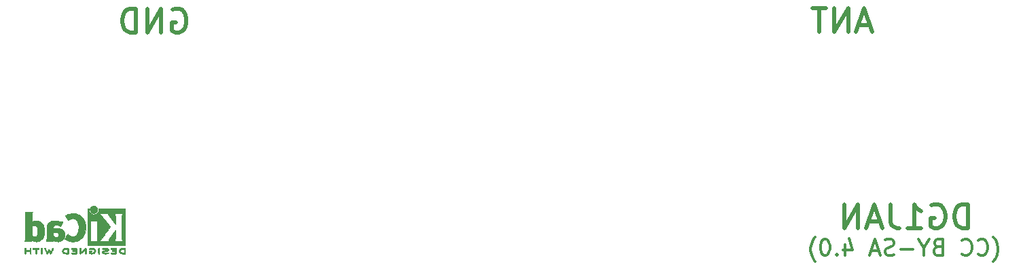
<source format=gbr>
%TF.GenerationSoftware,KiCad,Pcbnew,6.0.2+dfsg-1*%
%TF.CreationDate,2023-02-03T00:30:43+01:00*%
%TF.ProjectId,xOTA,784f5441-2e6b-4696-9361-645f70636258,rev?*%
%TF.SameCoordinates,Original*%
%TF.FileFunction,Legend,Bot*%
%TF.FilePolarity,Positive*%
%FSLAX46Y46*%
G04 Gerber Fmt 4.6, Leading zero omitted, Abs format (unit mm)*
G04 Created by KiCad (PCBNEW 6.0.2+dfsg-1) date 2023-02-03 00:30:43*
%MOMM*%
%LPD*%
G01*
G04 APERTURE LIST*
%ADD10C,0.300000*%
%ADD11C,0.500000*%
%ADD12C,0.010000*%
G04 APERTURE END LIST*
D10*
X180259238Y-113680666D02*
X180354476Y-113585428D01*
X180544952Y-113299714D01*
X180640190Y-113109238D01*
X180735428Y-112823523D01*
X180830666Y-112347333D01*
X180830666Y-111966380D01*
X180735428Y-111490190D01*
X180640190Y-111204476D01*
X180544952Y-111014000D01*
X180354476Y-110728285D01*
X180259238Y-110633047D01*
X178354476Y-112728285D02*
X178449714Y-112823523D01*
X178735428Y-112918761D01*
X178925904Y-112918761D01*
X179211619Y-112823523D01*
X179402095Y-112633047D01*
X179497333Y-112442571D01*
X179592571Y-112061619D01*
X179592571Y-111775904D01*
X179497333Y-111394952D01*
X179402095Y-111204476D01*
X179211619Y-111014000D01*
X178925904Y-110918761D01*
X178735428Y-110918761D01*
X178449714Y-111014000D01*
X178354476Y-111109238D01*
X176354476Y-112728285D02*
X176449714Y-112823523D01*
X176735428Y-112918761D01*
X176925904Y-112918761D01*
X177211619Y-112823523D01*
X177402095Y-112633047D01*
X177497333Y-112442571D01*
X177592571Y-112061619D01*
X177592571Y-111775904D01*
X177497333Y-111394952D01*
X177402095Y-111204476D01*
X177211619Y-111014000D01*
X176925904Y-110918761D01*
X176735428Y-110918761D01*
X176449714Y-111014000D01*
X176354476Y-111109238D01*
X173306857Y-111871142D02*
X173021142Y-111966380D01*
X172925904Y-112061619D01*
X172830666Y-112252095D01*
X172830666Y-112537809D01*
X172925904Y-112728285D01*
X173021142Y-112823523D01*
X173211619Y-112918761D01*
X173973523Y-112918761D01*
X173973523Y-110918761D01*
X173306857Y-110918761D01*
X173116380Y-111014000D01*
X173021142Y-111109238D01*
X172925904Y-111299714D01*
X172925904Y-111490190D01*
X173021142Y-111680666D01*
X173116380Y-111775904D01*
X173306857Y-111871142D01*
X173973523Y-111871142D01*
X171592571Y-111966380D02*
X171592571Y-112918761D01*
X172259238Y-110918761D02*
X171592571Y-111966380D01*
X170925904Y-110918761D01*
X170259238Y-112156857D02*
X168735428Y-112156857D01*
X167878285Y-112823523D02*
X167592571Y-112918761D01*
X167116380Y-112918761D01*
X166925904Y-112823523D01*
X166830666Y-112728285D01*
X166735428Y-112537809D01*
X166735428Y-112347333D01*
X166830666Y-112156857D01*
X166925904Y-112061619D01*
X167116380Y-111966380D01*
X167497333Y-111871142D01*
X167687809Y-111775904D01*
X167783047Y-111680666D01*
X167878285Y-111490190D01*
X167878285Y-111299714D01*
X167783047Y-111109238D01*
X167687809Y-111014000D01*
X167497333Y-110918761D01*
X167021142Y-110918761D01*
X166735428Y-111014000D01*
X165973523Y-112347333D02*
X165021142Y-112347333D01*
X166164000Y-112918761D02*
X165497333Y-110918761D01*
X164830666Y-112918761D01*
X161783047Y-111585428D02*
X161783047Y-112918761D01*
X162259238Y-110823523D02*
X162735428Y-112252095D01*
X161497333Y-112252095D01*
X160735428Y-112728285D02*
X160640190Y-112823523D01*
X160735428Y-112918761D01*
X160830666Y-112823523D01*
X160735428Y-112728285D01*
X160735428Y-112918761D01*
X159402095Y-110918761D02*
X159211619Y-110918761D01*
X159021142Y-111014000D01*
X158925904Y-111109238D01*
X158830666Y-111299714D01*
X158735428Y-111680666D01*
X158735428Y-112156857D01*
X158830666Y-112537809D01*
X158925904Y-112728285D01*
X159021142Y-112823523D01*
X159211619Y-112918761D01*
X159402095Y-112918761D01*
X159592571Y-112823523D01*
X159687809Y-112728285D01*
X159783047Y-112537809D01*
X159878285Y-112156857D01*
X159878285Y-111680666D01*
X159783047Y-111299714D01*
X159687809Y-111109238D01*
X159592571Y-111014000D01*
X159402095Y-110918761D01*
X158068761Y-113680666D02*
X157973523Y-113585428D01*
X157783047Y-113299714D01*
X157687809Y-113109238D01*
X157592571Y-112823523D01*
X157497333Y-112347333D01*
X157497333Y-111966380D01*
X157592571Y-111490190D01*
X157687809Y-111204476D01*
X157783047Y-111014000D01*
X157973523Y-110728285D01*
X158068761Y-110633047D01*
D11*
X77977714Y-82320000D02*
X78263428Y-82177142D01*
X78692000Y-82177142D01*
X79120571Y-82320000D01*
X79406285Y-82605714D01*
X79549142Y-82891428D01*
X79692000Y-83462857D01*
X79692000Y-83891428D01*
X79549142Y-84462857D01*
X79406285Y-84748571D01*
X79120571Y-85034285D01*
X78692000Y-85177142D01*
X78406285Y-85177142D01*
X77977714Y-85034285D01*
X77834857Y-84891428D01*
X77834857Y-83891428D01*
X78406285Y-83891428D01*
X76549142Y-85177142D02*
X76549142Y-82177142D01*
X74834857Y-85177142D01*
X74834857Y-82177142D01*
X73406285Y-85177142D02*
X73406285Y-82177142D01*
X72692000Y-82177142D01*
X72263428Y-82320000D01*
X71977714Y-82605714D01*
X71834857Y-82891428D01*
X71692000Y-83462857D01*
X71692000Y-83891428D01*
X71834857Y-84462857D01*
X71977714Y-84748571D01*
X72263428Y-85034285D01*
X72692000Y-85177142D01*
X73406285Y-85177142D01*
X164878571Y-84250000D02*
X163450000Y-84250000D01*
X165164285Y-85107142D02*
X164164285Y-82107142D01*
X163164285Y-85107142D01*
X162164285Y-85107142D02*
X162164285Y-82107142D01*
X160450000Y-85107142D01*
X160450000Y-82107142D01*
X159450000Y-82107142D02*
X157735714Y-82107142D01*
X158592857Y-85107142D02*
X158592857Y-82107142D01*
X177132285Y-109561142D02*
X177132285Y-106561142D01*
X176418000Y-106561142D01*
X175989428Y-106704000D01*
X175703714Y-106989714D01*
X175560857Y-107275428D01*
X175418000Y-107846857D01*
X175418000Y-108275428D01*
X175560857Y-108846857D01*
X175703714Y-109132571D01*
X175989428Y-109418285D01*
X176418000Y-109561142D01*
X177132285Y-109561142D01*
X172560857Y-106704000D02*
X172846571Y-106561142D01*
X173275142Y-106561142D01*
X173703714Y-106704000D01*
X173989428Y-106989714D01*
X174132285Y-107275428D01*
X174275142Y-107846857D01*
X174275142Y-108275428D01*
X174132285Y-108846857D01*
X173989428Y-109132571D01*
X173703714Y-109418285D01*
X173275142Y-109561142D01*
X172989428Y-109561142D01*
X172560857Y-109418285D01*
X172418000Y-109275428D01*
X172418000Y-108275428D01*
X172989428Y-108275428D01*
X169560857Y-109561142D02*
X171275142Y-109561142D01*
X170418000Y-109561142D02*
X170418000Y-106561142D01*
X170703714Y-106989714D01*
X170989428Y-107275428D01*
X171275142Y-107418285D01*
X167418000Y-106561142D02*
X167418000Y-108704000D01*
X167560857Y-109132571D01*
X167846571Y-109418285D01*
X168275142Y-109561142D01*
X168560857Y-109561142D01*
X166132285Y-108704000D02*
X164703714Y-108704000D01*
X166418000Y-109561142D02*
X165418000Y-106561142D01*
X164418000Y-109561142D01*
X163418000Y-109561142D02*
X163418000Y-106561142D01*
X161703714Y-109561142D01*
X161703714Y-106561142D01*
D12*
%TO.C,REF\u002A\u002A*%
X65457571Y-107677071D02*
X65297430Y-107698245D01*
X65297430Y-107698245D02*
X65133490Y-107738385D01*
X65133490Y-107738385D02*
X64963687Y-107797889D01*
X64963687Y-107797889D02*
X64785957Y-107877154D01*
X64785957Y-107877154D02*
X64774690Y-107882699D01*
X64774690Y-107882699D02*
X64716995Y-107910725D01*
X64716995Y-107910725D02*
X64665448Y-107934802D01*
X64665448Y-107934802D02*
X64623809Y-107953249D01*
X64623809Y-107953249D02*
X64595838Y-107964386D01*
X64595838Y-107964386D02*
X64586267Y-107966933D01*
X64586267Y-107966933D02*
X64567050Y-107971941D01*
X64567050Y-107971941D02*
X64562439Y-107976147D01*
X64562439Y-107976147D02*
X64567542Y-107986580D01*
X64567542Y-107986580D02*
X64583582Y-108012868D01*
X64583582Y-108012868D02*
X64608712Y-108052257D01*
X64608712Y-108052257D02*
X64641086Y-108101991D01*
X64641086Y-108101991D02*
X64678857Y-108159315D01*
X64678857Y-108159315D02*
X64720178Y-108221476D01*
X64720178Y-108221476D02*
X64763202Y-108285718D01*
X64763202Y-108285718D02*
X64806083Y-108349285D01*
X64806083Y-108349285D02*
X64846974Y-108409425D01*
X64846974Y-108409425D02*
X64884029Y-108463380D01*
X64884029Y-108463380D02*
X64915400Y-108508397D01*
X64915400Y-108508397D02*
X64939241Y-108541721D01*
X64939241Y-108541721D02*
X64953706Y-108560597D01*
X64953706Y-108560597D02*
X64955691Y-108562787D01*
X64955691Y-108562787D02*
X64965809Y-108558138D01*
X64965809Y-108558138D02*
X64988150Y-108540962D01*
X64988150Y-108540962D02*
X65018720Y-108514440D01*
X65018720Y-108514440D02*
X65034464Y-108499964D01*
X65034464Y-108499964D02*
X65130953Y-108424682D01*
X65130953Y-108424682D02*
X65237664Y-108369241D01*
X65237664Y-108369241D02*
X65353168Y-108334141D01*
X65353168Y-108334141D02*
X65476038Y-108319880D01*
X65476038Y-108319880D02*
X65545439Y-108321051D01*
X65545439Y-108321051D02*
X65666577Y-108338212D01*
X65666577Y-108338212D02*
X65775795Y-108374094D01*
X65775795Y-108374094D02*
X65873418Y-108428959D01*
X65873418Y-108428959D02*
X65959772Y-108503070D01*
X65959772Y-108503070D02*
X66035185Y-108596688D01*
X66035185Y-108596688D02*
X66099982Y-108710076D01*
X66099982Y-108710076D02*
X66137399Y-108796667D01*
X66137399Y-108796667D02*
X66181252Y-108932366D01*
X66181252Y-108932366D02*
X66213572Y-109079850D01*
X66213572Y-109079850D02*
X66234443Y-109235314D01*
X66234443Y-109235314D02*
X66243949Y-109394956D01*
X66243949Y-109394956D02*
X66242173Y-109554973D01*
X66242173Y-109554973D02*
X66229197Y-109711561D01*
X66229197Y-109711561D02*
X66205106Y-109860918D01*
X66205106Y-109860918D02*
X66169982Y-109999240D01*
X66169982Y-109999240D02*
X66123908Y-110122724D01*
X66123908Y-110122724D02*
X66107627Y-110156978D01*
X66107627Y-110156978D02*
X66039380Y-110271064D01*
X66039380Y-110271064D02*
X65958921Y-110367557D01*
X65958921Y-110367557D02*
X65867430Y-110445670D01*
X65867430Y-110445670D02*
X65766089Y-110504617D01*
X65766089Y-110504617D02*
X65656080Y-110543612D01*
X65656080Y-110543612D02*
X65538585Y-110561868D01*
X65538585Y-110561868D02*
X65497117Y-110563211D01*
X65497117Y-110563211D02*
X65375559Y-110552290D01*
X65375559Y-110552290D02*
X65255122Y-110519474D01*
X65255122Y-110519474D02*
X65137334Y-110465439D01*
X65137334Y-110465439D02*
X65023723Y-110390865D01*
X65023723Y-110390865D02*
X64932315Y-110312539D01*
X64932315Y-110312539D02*
X64885785Y-110268008D01*
X64885785Y-110268008D02*
X64704517Y-110565271D01*
X64704517Y-110565271D02*
X64659420Y-110639433D01*
X64659420Y-110639433D02*
X64618181Y-110707646D01*
X64618181Y-110707646D02*
X64582265Y-110767459D01*
X64582265Y-110767459D02*
X64553134Y-110816420D01*
X64553134Y-110816420D02*
X64532250Y-110852079D01*
X64532250Y-110852079D02*
X64521076Y-110871984D01*
X64521076Y-110871984D02*
X64519625Y-110875079D01*
X64519625Y-110875079D02*
X64527854Y-110884718D01*
X64527854Y-110884718D02*
X64553433Y-110901999D01*
X64553433Y-110901999D02*
X64593127Y-110925283D01*
X64593127Y-110925283D02*
X64643703Y-110952934D01*
X64643703Y-110952934D02*
X64701926Y-110983315D01*
X64701926Y-110983315D02*
X64764563Y-111014790D01*
X64764563Y-111014790D02*
X64828379Y-111045722D01*
X64828379Y-111045722D02*
X64890140Y-111074473D01*
X64890140Y-111074473D02*
X64946612Y-111099408D01*
X64946612Y-111099408D02*
X64994562Y-111118889D01*
X64994562Y-111118889D02*
X65018014Y-111127318D01*
X65018014Y-111127318D02*
X65151779Y-111165133D01*
X65151779Y-111165133D02*
X65289673Y-111190136D01*
X65289673Y-111190136D02*
X65437378Y-111203140D01*
X65437378Y-111203140D02*
X65564167Y-111205468D01*
X65564167Y-111205468D02*
X65632122Y-111204373D01*
X65632122Y-111204373D02*
X65697723Y-111202275D01*
X65697723Y-111202275D02*
X65755153Y-111199434D01*
X65755153Y-111199434D02*
X65798597Y-111196106D01*
X65798597Y-111196106D02*
X65812702Y-111194422D01*
X65812702Y-111194422D02*
X65951716Y-111165587D01*
X65951716Y-111165587D02*
X66093243Y-111120468D01*
X66093243Y-111120468D02*
X66230725Y-111061750D01*
X66230725Y-111061750D02*
X66357606Y-110992120D01*
X66357606Y-110992120D02*
X66435111Y-110939441D01*
X66435111Y-110939441D02*
X66562519Y-110831239D01*
X66562519Y-110831239D02*
X66680822Y-110704671D01*
X66680822Y-110704671D02*
X66787828Y-110562866D01*
X66787828Y-110562866D02*
X66881348Y-110408951D01*
X66881348Y-110408951D02*
X66959190Y-110246053D01*
X66959190Y-110246053D02*
X67003044Y-110128756D01*
X67003044Y-110128756D02*
X67053292Y-109945128D01*
X67053292Y-109945128D02*
X67086791Y-109750581D01*
X67086791Y-109750581D02*
X67103551Y-109549325D01*
X67103551Y-109549325D02*
X67103584Y-109345568D01*
X67103584Y-109345568D02*
X67086899Y-109143521D01*
X67086899Y-109143521D02*
X67053507Y-108947392D01*
X67053507Y-108947392D02*
X67003420Y-108761391D01*
X67003420Y-108761391D02*
X66999603Y-108749803D01*
X66999603Y-108749803D02*
X66936719Y-108587750D01*
X66936719Y-108587750D02*
X66859972Y-108439832D01*
X66859972Y-108439832D02*
X66766758Y-108301865D01*
X66766758Y-108301865D02*
X66654473Y-108169661D01*
X66654473Y-108169661D02*
X66610608Y-108124399D01*
X66610608Y-108124399D02*
X66474466Y-108000457D01*
X66474466Y-108000457D02*
X66334509Y-107897915D01*
X66334509Y-107897915D02*
X66188589Y-107815656D01*
X66188589Y-107815656D02*
X66034558Y-107752564D01*
X66034558Y-107752564D02*
X65870268Y-107707523D01*
X65870268Y-107707523D02*
X65774711Y-107690033D01*
X65774711Y-107690033D02*
X65615977Y-107674466D01*
X65615977Y-107674466D02*
X65457571Y-107677071D01*
X65457571Y-107677071D02*
X65457571Y-107677071D01*
G36*
X65774711Y-107690033D02*
G01*
X65870268Y-107707523D01*
X66034558Y-107752564D01*
X66188589Y-107815656D01*
X66334509Y-107897915D01*
X66474466Y-108000457D01*
X66610608Y-108124399D01*
X66654473Y-108169661D01*
X66766758Y-108301865D01*
X66859972Y-108439832D01*
X66936719Y-108587750D01*
X66999603Y-108749803D01*
X67003420Y-108761391D01*
X67053507Y-108947392D01*
X67086899Y-109143521D01*
X67103584Y-109345568D01*
X67103551Y-109549325D01*
X67086791Y-109750581D01*
X67053292Y-109945128D01*
X67003044Y-110128756D01*
X66959190Y-110246053D01*
X66881348Y-110408951D01*
X66787828Y-110562866D01*
X66680822Y-110704671D01*
X66562519Y-110831239D01*
X66435111Y-110939441D01*
X66357606Y-110992120D01*
X66230725Y-111061750D01*
X66093243Y-111120468D01*
X65951716Y-111165587D01*
X65812702Y-111194422D01*
X65798597Y-111196106D01*
X65755153Y-111199434D01*
X65697723Y-111202275D01*
X65632122Y-111204373D01*
X65564167Y-111205468D01*
X65437378Y-111203140D01*
X65289673Y-111190136D01*
X65151779Y-111165133D01*
X65018014Y-111127318D01*
X64994562Y-111118889D01*
X64946612Y-111099408D01*
X64890140Y-111074473D01*
X64828379Y-111045722D01*
X64764563Y-111014790D01*
X64701926Y-110983315D01*
X64643703Y-110952934D01*
X64593127Y-110925283D01*
X64553433Y-110901999D01*
X64527854Y-110884718D01*
X64519625Y-110875079D01*
X64521076Y-110871984D01*
X64532250Y-110852079D01*
X64553134Y-110816420D01*
X64582265Y-110767459D01*
X64618181Y-110707646D01*
X64659420Y-110639433D01*
X64704517Y-110565271D01*
X64885785Y-110268008D01*
X64932315Y-110312539D01*
X65023723Y-110390865D01*
X65137334Y-110465439D01*
X65255122Y-110519474D01*
X65375559Y-110552290D01*
X65497117Y-110563211D01*
X65538585Y-110561868D01*
X65656080Y-110543612D01*
X65766089Y-110504617D01*
X65867430Y-110445670D01*
X65958921Y-110367557D01*
X66039380Y-110271064D01*
X66107627Y-110156978D01*
X66123908Y-110122724D01*
X66169982Y-109999240D01*
X66205106Y-109860918D01*
X66229197Y-109711561D01*
X66242173Y-109554973D01*
X66243949Y-109394956D01*
X66234443Y-109235314D01*
X66213572Y-109079850D01*
X66181252Y-108932366D01*
X66137399Y-108796667D01*
X66099982Y-108710076D01*
X66035185Y-108596688D01*
X65959772Y-108503070D01*
X65873418Y-108428959D01*
X65775795Y-108374094D01*
X65666577Y-108338212D01*
X65545439Y-108321051D01*
X65476038Y-108319880D01*
X65353168Y-108334141D01*
X65237664Y-108369241D01*
X65130953Y-108424682D01*
X65034464Y-108499964D01*
X65018720Y-108514440D01*
X64988150Y-108540962D01*
X64965809Y-108558138D01*
X64955691Y-108562787D01*
X64953706Y-108560597D01*
X64939241Y-108541721D01*
X64915400Y-108508397D01*
X64884029Y-108463380D01*
X64846974Y-108409425D01*
X64806083Y-108349285D01*
X64763202Y-108285718D01*
X64720178Y-108221476D01*
X64678857Y-108159315D01*
X64641086Y-108101991D01*
X64608712Y-108052257D01*
X64583582Y-108012868D01*
X64567542Y-107986580D01*
X64562439Y-107976147D01*
X64567050Y-107971941D01*
X64586267Y-107966933D01*
X64595838Y-107964386D01*
X64623809Y-107953249D01*
X64665448Y-107934802D01*
X64716995Y-107910725D01*
X64774690Y-107882699D01*
X64785957Y-107877154D01*
X64963687Y-107797889D01*
X65133490Y-107738385D01*
X65297430Y-107698245D01*
X65457571Y-107677071D01*
X65615977Y-107674466D01*
X65774711Y-107690033D01*
G37*
X65774711Y-107690033D02*
X65870268Y-107707523D01*
X66034558Y-107752564D01*
X66188589Y-107815656D01*
X66334509Y-107897915D01*
X66474466Y-108000457D01*
X66610608Y-108124399D01*
X66654473Y-108169661D01*
X66766758Y-108301865D01*
X66859972Y-108439832D01*
X66936719Y-108587750D01*
X66999603Y-108749803D01*
X67003420Y-108761391D01*
X67053507Y-108947392D01*
X67086899Y-109143521D01*
X67103584Y-109345568D01*
X67103551Y-109549325D01*
X67086791Y-109750581D01*
X67053292Y-109945128D01*
X67003044Y-110128756D01*
X66959190Y-110246053D01*
X66881348Y-110408951D01*
X66787828Y-110562866D01*
X66680822Y-110704671D01*
X66562519Y-110831239D01*
X66435111Y-110939441D01*
X66357606Y-110992120D01*
X66230725Y-111061750D01*
X66093243Y-111120468D01*
X65951716Y-111165587D01*
X65812702Y-111194422D01*
X65798597Y-111196106D01*
X65755153Y-111199434D01*
X65697723Y-111202275D01*
X65632122Y-111204373D01*
X65564167Y-111205468D01*
X65437378Y-111203140D01*
X65289673Y-111190136D01*
X65151779Y-111165133D01*
X65018014Y-111127318D01*
X64994562Y-111118889D01*
X64946612Y-111099408D01*
X64890140Y-111074473D01*
X64828379Y-111045722D01*
X64764563Y-111014790D01*
X64701926Y-110983315D01*
X64643703Y-110952934D01*
X64593127Y-110925283D01*
X64553433Y-110901999D01*
X64527854Y-110884718D01*
X64519625Y-110875079D01*
X64521076Y-110871984D01*
X64532250Y-110852079D01*
X64553134Y-110816420D01*
X64582265Y-110767459D01*
X64618181Y-110707646D01*
X64659420Y-110639433D01*
X64704517Y-110565271D01*
X64885785Y-110268008D01*
X64932315Y-110312539D01*
X65023723Y-110390865D01*
X65137334Y-110465439D01*
X65255122Y-110519474D01*
X65375559Y-110552290D01*
X65497117Y-110563211D01*
X65538585Y-110561868D01*
X65656080Y-110543612D01*
X65766089Y-110504617D01*
X65867430Y-110445670D01*
X65958921Y-110367557D01*
X66039380Y-110271064D01*
X66107627Y-110156978D01*
X66123908Y-110122724D01*
X66169982Y-109999240D01*
X66205106Y-109860918D01*
X66229197Y-109711561D01*
X66242173Y-109554973D01*
X66243949Y-109394956D01*
X66234443Y-109235314D01*
X66213572Y-109079850D01*
X66181252Y-108932366D01*
X66137399Y-108796667D01*
X66099982Y-108710076D01*
X66035185Y-108596688D01*
X65959772Y-108503070D01*
X65873418Y-108428959D01*
X65775795Y-108374094D01*
X65666577Y-108338212D01*
X65545439Y-108321051D01*
X65476038Y-108319880D01*
X65353168Y-108334141D01*
X65237664Y-108369241D01*
X65130953Y-108424682D01*
X65034464Y-108499964D01*
X65018720Y-108514440D01*
X64988150Y-108540962D01*
X64965809Y-108558138D01*
X64955691Y-108562787D01*
X64953706Y-108560597D01*
X64939241Y-108541721D01*
X64915400Y-108508397D01*
X64884029Y-108463380D01*
X64846974Y-108409425D01*
X64806083Y-108349285D01*
X64763202Y-108285718D01*
X64720178Y-108221476D01*
X64678857Y-108159315D01*
X64641086Y-108101991D01*
X64608712Y-108052257D01*
X64583582Y-108012868D01*
X64567542Y-107986580D01*
X64562439Y-107976147D01*
X64567050Y-107971941D01*
X64586267Y-107966933D01*
X64595838Y-107964386D01*
X64623809Y-107953249D01*
X64665448Y-107934802D01*
X64716995Y-107910725D01*
X64774690Y-107882699D01*
X64785957Y-107877154D01*
X64963687Y-107797889D01*
X65133490Y-107738385D01*
X65297430Y-107698245D01*
X65457571Y-107677071D01*
X65615977Y-107674466D01*
X65774711Y-107690033D01*
X59599493Y-109200245D02*
X59599474Y-109434662D01*
X59599474Y-109434662D02*
X59599448Y-109647603D01*
X59599448Y-109647603D02*
X59599375Y-109840168D01*
X59599375Y-109840168D02*
X59599218Y-110013459D01*
X59599218Y-110013459D02*
X59598936Y-110168576D01*
X59598936Y-110168576D02*
X59598491Y-110306620D01*
X59598491Y-110306620D02*
X59597844Y-110428692D01*
X59597844Y-110428692D02*
X59596955Y-110535894D01*
X59596955Y-110535894D02*
X59595787Y-110629326D01*
X59595787Y-110629326D02*
X59594299Y-110710090D01*
X59594299Y-110710090D02*
X59592454Y-110779286D01*
X59592454Y-110779286D02*
X59590211Y-110838015D01*
X59590211Y-110838015D02*
X59587531Y-110887379D01*
X59587531Y-110887379D02*
X59584377Y-110928478D01*
X59584377Y-110928478D02*
X59580708Y-110962413D01*
X59580708Y-110962413D02*
X59576487Y-110990286D01*
X59576487Y-110990286D02*
X59571673Y-111013198D01*
X59571673Y-111013198D02*
X59566227Y-111032249D01*
X59566227Y-111032249D02*
X59560112Y-111048540D01*
X59560112Y-111048540D02*
X59553288Y-111063173D01*
X59553288Y-111063173D02*
X59545715Y-111077249D01*
X59545715Y-111077249D02*
X59537355Y-111091868D01*
X59537355Y-111091868D02*
X59532161Y-111100974D01*
X59532161Y-111100974D02*
X59497896Y-111161689D01*
X59497896Y-111161689D02*
X60356045Y-111161689D01*
X60356045Y-111161689D02*
X60356045Y-111065733D01*
X60356045Y-111065733D02*
X60356776Y-111022370D01*
X60356776Y-111022370D02*
X60358728Y-110989205D01*
X60358728Y-110989205D02*
X60361537Y-110971424D01*
X60361537Y-110971424D02*
X60362779Y-110969778D01*
X60362779Y-110969778D02*
X60374201Y-110976662D01*
X60374201Y-110976662D02*
X60396916Y-110994505D01*
X60396916Y-110994505D02*
X60419615Y-111013879D01*
X60419615Y-111013879D02*
X60474200Y-111054614D01*
X60474200Y-111054614D02*
X60543679Y-111095617D01*
X60543679Y-111095617D02*
X60620730Y-111133123D01*
X60620730Y-111133123D02*
X60698035Y-111163364D01*
X60698035Y-111163364D02*
X60728887Y-111173012D01*
X60728887Y-111173012D02*
X60797384Y-111187578D01*
X60797384Y-111187578D02*
X60880236Y-111197539D01*
X60880236Y-111197539D02*
X60969629Y-111202583D01*
X60969629Y-111202583D02*
X61057752Y-111202396D01*
X61057752Y-111202396D02*
X61136793Y-111196666D01*
X61136793Y-111196666D02*
X61174489Y-111190858D01*
X61174489Y-111190858D02*
X61312586Y-111152797D01*
X61312586Y-111152797D02*
X61439887Y-111095073D01*
X61439887Y-111095073D02*
X61555708Y-111018211D01*
X61555708Y-111018211D02*
X61659363Y-110922739D01*
X61659363Y-110922739D02*
X61750167Y-110809179D01*
X61750167Y-110809179D02*
X61816969Y-110698381D01*
X61816969Y-110698381D02*
X61871836Y-110581625D01*
X61871836Y-110581625D02*
X61913837Y-110462276D01*
X61913837Y-110462276D02*
X61943833Y-110336283D01*
X61943833Y-110336283D02*
X61962689Y-110199594D01*
X61962689Y-110199594D02*
X61971268Y-110048158D01*
X61971268Y-110048158D02*
X61971994Y-109970711D01*
X61971994Y-109970711D02*
X61969900Y-109913934D01*
X61969900Y-109913934D02*
X61140783Y-109913934D01*
X61140783Y-109913934D02*
X61140576Y-110007002D01*
X61140576Y-110007002D02*
X61137663Y-110094692D01*
X61137663Y-110094692D02*
X61132000Y-110171772D01*
X61132000Y-110171772D02*
X61123545Y-110233009D01*
X61123545Y-110233009D02*
X61120962Y-110245350D01*
X61120962Y-110245350D02*
X61089160Y-110352633D01*
X61089160Y-110352633D02*
X61047502Y-110439658D01*
X61047502Y-110439658D02*
X60995637Y-110506642D01*
X60995637Y-110506642D02*
X60933219Y-110553805D01*
X60933219Y-110553805D02*
X60859900Y-110581365D01*
X60859900Y-110581365D02*
X60775331Y-110589541D01*
X60775331Y-110589541D02*
X60679165Y-110578551D01*
X60679165Y-110578551D02*
X60615689Y-110562829D01*
X60615689Y-110562829D02*
X60566546Y-110544639D01*
X60566546Y-110544639D02*
X60512417Y-110518791D01*
X60512417Y-110518791D02*
X60471756Y-110495089D01*
X60471756Y-110495089D02*
X60401200Y-110448721D01*
X60401200Y-110448721D02*
X60401200Y-109298530D01*
X60401200Y-109298530D02*
X60468608Y-109254962D01*
X60468608Y-109254962D02*
X60547133Y-109214040D01*
X60547133Y-109214040D02*
X60631319Y-109187389D01*
X60631319Y-109187389D02*
X60716443Y-109175465D01*
X60716443Y-109175465D02*
X60797784Y-109178722D01*
X60797784Y-109178722D02*
X60870620Y-109197615D01*
X60870620Y-109197615D02*
X60902574Y-109213184D01*
X60902574Y-109213184D02*
X60960499Y-109256181D01*
X60960499Y-109256181D02*
X61009456Y-109312953D01*
X61009456Y-109312953D02*
X61050610Y-109385575D01*
X61050610Y-109385575D02*
X61085126Y-109476121D01*
X61085126Y-109476121D02*
X61114167Y-109586666D01*
X61114167Y-109586666D02*
X61115448Y-109592533D01*
X61115448Y-109592533D02*
X61125619Y-109654788D01*
X61125619Y-109654788D02*
X61133261Y-109732594D01*
X61133261Y-109732594D02*
X61138330Y-109820720D01*
X61138330Y-109820720D02*
X61140783Y-109913934D01*
X61140783Y-109913934D02*
X61969900Y-109913934D01*
X61969900Y-109913934D02*
X61964143Y-109757895D01*
X61964143Y-109757895D02*
X61942198Y-109562059D01*
X61942198Y-109562059D02*
X61906214Y-109383332D01*
X61906214Y-109383332D02*
X61856241Y-109221845D01*
X61856241Y-109221845D02*
X61792332Y-109077726D01*
X61792332Y-109077726D02*
X61714538Y-108951106D01*
X61714538Y-108951106D02*
X61622911Y-108842115D01*
X61622911Y-108842115D02*
X61517503Y-108750883D01*
X61517503Y-108750883D02*
X61472338Y-108719932D01*
X61472338Y-108719932D02*
X61371389Y-108663785D01*
X61371389Y-108663785D02*
X61268099Y-108624174D01*
X61268099Y-108624174D02*
X61158011Y-108600014D01*
X61158011Y-108600014D02*
X61036670Y-108590219D01*
X61036670Y-108590219D02*
X60944164Y-108591265D01*
X60944164Y-108591265D02*
X60814510Y-108602231D01*
X60814510Y-108602231D02*
X60701916Y-108624046D01*
X60701916Y-108624046D02*
X60603125Y-108657714D01*
X60603125Y-108657714D02*
X60514879Y-108704236D01*
X60514879Y-108704236D02*
X60466014Y-108738448D01*
X60466014Y-108738448D02*
X60436647Y-108760362D01*
X60436647Y-108760362D02*
X60414957Y-108775333D01*
X60414957Y-108775333D02*
X60406747Y-108779733D01*
X60406747Y-108779733D02*
X60405132Y-108768904D01*
X60405132Y-108768904D02*
X60403841Y-108738251D01*
X60403841Y-108738251D02*
X60402862Y-108690526D01*
X60402862Y-108690526D02*
X60402183Y-108628479D01*
X60402183Y-108628479D02*
X60401790Y-108554862D01*
X60401790Y-108554862D02*
X60401670Y-108472427D01*
X60401670Y-108472427D02*
X60401812Y-108383925D01*
X60401812Y-108383925D02*
X60402203Y-108292107D01*
X60402203Y-108292107D02*
X60402829Y-108199724D01*
X60402829Y-108199724D02*
X60403680Y-108109528D01*
X60403680Y-108109528D02*
X60404740Y-108024271D01*
X60404740Y-108024271D02*
X60405999Y-107946703D01*
X60405999Y-107946703D02*
X60407444Y-107879576D01*
X60407444Y-107879576D02*
X60409062Y-107825641D01*
X60409062Y-107825641D02*
X60410839Y-107787650D01*
X60410839Y-107787650D02*
X60411331Y-107780667D01*
X60411331Y-107780667D02*
X60418908Y-107710251D01*
X60418908Y-107710251D02*
X60430469Y-107655102D01*
X60430469Y-107655102D02*
X60448208Y-107607981D01*
X60448208Y-107607981D02*
X60474318Y-107561647D01*
X60474318Y-107561647D02*
X60480585Y-107552067D01*
X60480585Y-107552067D02*
X60505017Y-107515378D01*
X60505017Y-107515378D02*
X59599689Y-107515378D01*
X59599689Y-107515378D02*
X59599493Y-109200245D01*
X59599493Y-109200245D02*
X59599493Y-109200245D01*
G36*
X61971268Y-110048158D02*
G01*
X61962689Y-110199594D01*
X61943833Y-110336283D01*
X61913837Y-110462276D01*
X61871836Y-110581625D01*
X61816969Y-110698381D01*
X61750167Y-110809179D01*
X61659363Y-110922739D01*
X61555708Y-111018211D01*
X61439887Y-111095073D01*
X61312586Y-111152797D01*
X61174489Y-111190858D01*
X61136793Y-111196666D01*
X61057752Y-111202396D01*
X60969629Y-111202583D01*
X60880236Y-111197539D01*
X60797384Y-111187578D01*
X60728887Y-111173012D01*
X60698035Y-111163364D01*
X60620730Y-111133123D01*
X60543679Y-111095617D01*
X60474200Y-111054614D01*
X60419615Y-111013879D01*
X60396916Y-110994505D01*
X60374201Y-110976662D01*
X60362779Y-110969778D01*
X60361537Y-110971424D01*
X60358728Y-110989205D01*
X60356776Y-111022370D01*
X60356045Y-111065733D01*
X60356045Y-111161689D01*
X59497896Y-111161689D01*
X59532161Y-111100974D01*
X59537355Y-111091868D01*
X59545715Y-111077249D01*
X59553288Y-111063173D01*
X59560112Y-111048540D01*
X59566227Y-111032249D01*
X59571673Y-111013198D01*
X59576487Y-110990286D01*
X59580708Y-110962413D01*
X59584377Y-110928478D01*
X59587531Y-110887379D01*
X59590211Y-110838015D01*
X59592454Y-110779286D01*
X59594299Y-110710090D01*
X59595787Y-110629326D01*
X59596955Y-110535894D01*
X59597678Y-110448721D01*
X60401200Y-110448721D01*
X60471756Y-110495089D01*
X60512417Y-110518791D01*
X60566546Y-110544639D01*
X60615689Y-110562829D01*
X60679165Y-110578551D01*
X60775331Y-110589541D01*
X60859900Y-110581365D01*
X60933219Y-110553805D01*
X60995637Y-110506642D01*
X61047502Y-110439658D01*
X61089160Y-110352633D01*
X61120962Y-110245350D01*
X61123545Y-110233009D01*
X61132000Y-110171772D01*
X61137663Y-110094692D01*
X61140576Y-110007002D01*
X61140783Y-109913934D01*
X61138330Y-109820720D01*
X61133261Y-109732594D01*
X61125619Y-109654788D01*
X61115448Y-109592533D01*
X61114167Y-109586666D01*
X61085126Y-109476121D01*
X61050610Y-109385575D01*
X61009456Y-109312953D01*
X60960499Y-109256181D01*
X60902574Y-109213184D01*
X60870620Y-109197615D01*
X60797784Y-109178722D01*
X60716443Y-109175465D01*
X60631319Y-109187389D01*
X60547133Y-109214040D01*
X60468608Y-109254962D01*
X60401200Y-109298530D01*
X60401200Y-110448721D01*
X59597678Y-110448721D01*
X59597844Y-110428692D01*
X59598491Y-110306620D01*
X59598936Y-110168576D01*
X59599218Y-110013459D01*
X59599375Y-109840168D01*
X59599448Y-109647603D01*
X59599474Y-109434662D01*
X59599493Y-109200245D01*
X59599689Y-107515378D01*
X60505017Y-107515378D01*
X60480585Y-107552067D01*
X60474318Y-107561647D01*
X60448208Y-107607981D01*
X60430469Y-107655102D01*
X60418908Y-107710251D01*
X60411331Y-107780667D01*
X60410839Y-107787650D01*
X60409062Y-107825641D01*
X60407444Y-107879576D01*
X60405999Y-107946703D01*
X60404740Y-108024271D01*
X60403680Y-108109528D01*
X60402829Y-108199724D01*
X60402203Y-108292107D01*
X60401812Y-108383925D01*
X60401670Y-108472427D01*
X60401790Y-108554862D01*
X60402183Y-108628479D01*
X60402862Y-108690526D01*
X60403841Y-108738251D01*
X60405132Y-108768904D01*
X60406747Y-108779733D01*
X60414957Y-108775333D01*
X60436647Y-108760362D01*
X60466014Y-108738448D01*
X60514879Y-108704236D01*
X60603125Y-108657714D01*
X60701916Y-108624046D01*
X60814510Y-108602231D01*
X60944164Y-108591265D01*
X61036670Y-108590219D01*
X61158011Y-108600014D01*
X61268099Y-108624174D01*
X61371389Y-108663785D01*
X61472338Y-108719932D01*
X61517503Y-108750883D01*
X61622911Y-108842115D01*
X61714538Y-108951106D01*
X61792332Y-109077726D01*
X61856241Y-109221845D01*
X61906214Y-109383332D01*
X61942198Y-109562059D01*
X61964143Y-109757895D01*
X61969900Y-109913934D01*
X61971994Y-109970711D01*
X61971268Y-110048158D01*
G37*
X61971268Y-110048158D02*
X61962689Y-110199594D01*
X61943833Y-110336283D01*
X61913837Y-110462276D01*
X61871836Y-110581625D01*
X61816969Y-110698381D01*
X61750167Y-110809179D01*
X61659363Y-110922739D01*
X61555708Y-111018211D01*
X61439887Y-111095073D01*
X61312586Y-111152797D01*
X61174489Y-111190858D01*
X61136793Y-111196666D01*
X61057752Y-111202396D01*
X60969629Y-111202583D01*
X60880236Y-111197539D01*
X60797384Y-111187578D01*
X60728887Y-111173012D01*
X60698035Y-111163364D01*
X60620730Y-111133123D01*
X60543679Y-111095617D01*
X60474200Y-111054614D01*
X60419615Y-111013879D01*
X60396916Y-110994505D01*
X60374201Y-110976662D01*
X60362779Y-110969778D01*
X60361537Y-110971424D01*
X60358728Y-110989205D01*
X60356776Y-111022370D01*
X60356045Y-111065733D01*
X60356045Y-111161689D01*
X59497896Y-111161689D01*
X59532161Y-111100974D01*
X59537355Y-111091868D01*
X59545715Y-111077249D01*
X59553288Y-111063173D01*
X59560112Y-111048540D01*
X59566227Y-111032249D01*
X59571673Y-111013198D01*
X59576487Y-110990286D01*
X59580708Y-110962413D01*
X59584377Y-110928478D01*
X59587531Y-110887379D01*
X59590211Y-110838015D01*
X59592454Y-110779286D01*
X59594299Y-110710090D01*
X59595787Y-110629326D01*
X59596955Y-110535894D01*
X59597678Y-110448721D01*
X60401200Y-110448721D01*
X60471756Y-110495089D01*
X60512417Y-110518791D01*
X60566546Y-110544639D01*
X60615689Y-110562829D01*
X60679165Y-110578551D01*
X60775331Y-110589541D01*
X60859900Y-110581365D01*
X60933219Y-110553805D01*
X60995637Y-110506642D01*
X61047502Y-110439658D01*
X61089160Y-110352633D01*
X61120962Y-110245350D01*
X61123545Y-110233009D01*
X61132000Y-110171772D01*
X61137663Y-110094692D01*
X61140576Y-110007002D01*
X61140783Y-109913934D01*
X61138330Y-109820720D01*
X61133261Y-109732594D01*
X61125619Y-109654788D01*
X61115448Y-109592533D01*
X61114167Y-109586666D01*
X61085126Y-109476121D01*
X61050610Y-109385575D01*
X61009456Y-109312953D01*
X60960499Y-109256181D01*
X60902574Y-109213184D01*
X60870620Y-109197615D01*
X60797784Y-109178722D01*
X60716443Y-109175465D01*
X60631319Y-109187389D01*
X60547133Y-109214040D01*
X60468608Y-109254962D01*
X60401200Y-109298530D01*
X60401200Y-110448721D01*
X59597678Y-110448721D01*
X59597844Y-110428692D01*
X59598491Y-110306620D01*
X59598936Y-110168576D01*
X59599218Y-110013459D01*
X59599375Y-109840168D01*
X59599448Y-109647603D01*
X59599474Y-109434662D01*
X59599493Y-109200245D01*
X59599689Y-107515378D01*
X60505017Y-107515378D01*
X60480585Y-107552067D01*
X60474318Y-107561647D01*
X60448208Y-107607981D01*
X60430469Y-107655102D01*
X60418908Y-107710251D01*
X60411331Y-107780667D01*
X60410839Y-107787650D01*
X60409062Y-107825641D01*
X60407444Y-107879576D01*
X60405999Y-107946703D01*
X60404740Y-108024271D01*
X60403680Y-108109528D01*
X60402829Y-108199724D01*
X60402203Y-108292107D01*
X60401812Y-108383925D01*
X60401670Y-108472427D01*
X60401790Y-108554862D01*
X60402183Y-108628479D01*
X60402862Y-108690526D01*
X60403841Y-108738251D01*
X60405132Y-108768904D01*
X60406747Y-108779733D01*
X60414957Y-108775333D01*
X60436647Y-108760362D01*
X60466014Y-108738448D01*
X60514879Y-108704236D01*
X60603125Y-108657714D01*
X60701916Y-108624046D01*
X60814510Y-108602231D01*
X60944164Y-108591265D01*
X61036670Y-108590219D01*
X61158011Y-108600014D01*
X61268099Y-108624174D01*
X61371389Y-108663785D01*
X61472338Y-108719932D01*
X61517503Y-108750883D01*
X61622911Y-108842115D01*
X61714538Y-108951106D01*
X61792332Y-109077726D01*
X61856241Y-109221845D01*
X61906214Y-109383332D01*
X61942198Y-109562059D01*
X61964143Y-109757895D01*
X61969900Y-109913934D01*
X61971994Y-109970711D01*
X61971268Y-110048158D01*
X70498794Y-111997146D02*
X70429386Y-111997518D01*
X70429386Y-111997518D02*
X70376997Y-111998385D01*
X70376997Y-111998385D02*
X70338847Y-111999946D01*
X70338847Y-111999946D02*
X70312159Y-112002403D01*
X70312159Y-112002403D02*
X70294153Y-112005957D01*
X70294153Y-112005957D02*
X70282049Y-112010810D01*
X70282049Y-112010810D02*
X70273069Y-112017161D01*
X70273069Y-112017161D02*
X70269818Y-112020084D01*
X70269818Y-112020084D02*
X70250043Y-112051142D01*
X70250043Y-112051142D02*
X70246482Y-112086828D01*
X70246482Y-112086828D02*
X70259491Y-112118510D01*
X70259491Y-112118510D02*
X70265506Y-112124913D01*
X70265506Y-112124913D02*
X70275235Y-112131121D01*
X70275235Y-112131121D02*
X70290901Y-112135910D01*
X70290901Y-112135910D02*
X70315408Y-112139514D01*
X70315408Y-112139514D02*
X70351661Y-112142164D01*
X70351661Y-112142164D02*
X70402565Y-112144095D01*
X70402565Y-112144095D02*
X70471026Y-112145539D01*
X70471026Y-112145539D02*
X70533617Y-112146418D01*
X70533617Y-112146418D02*
X70781334Y-112149467D01*
X70781334Y-112149467D02*
X70784719Y-112214378D01*
X70784719Y-112214378D02*
X70788105Y-112279289D01*
X70788105Y-112279289D02*
X70619958Y-112279289D01*
X70619958Y-112279289D02*
X70546959Y-112279919D01*
X70546959Y-112279919D02*
X70493517Y-112282553D01*
X70493517Y-112282553D02*
X70456628Y-112288309D01*
X70456628Y-112288309D02*
X70433288Y-112298304D01*
X70433288Y-112298304D02*
X70420494Y-112313656D01*
X70420494Y-112313656D02*
X70415242Y-112335482D01*
X70415242Y-112335482D02*
X70414445Y-112355738D01*
X70414445Y-112355738D02*
X70416923Y-112380592D01*
X70416923Y-112380592D02*
X70426277Y-112398906D01*
X70426277Y-112398906D02*
X70445383Y-112411637D01*
X70445383Y-112411637D02*
X70477118Y-112419741D01*
X70477118Y-112419741D02*
X70524359Y-112424176D01*
X70524359Y-112424176D02*
X70589983Y-112425899D01*
X70589983Y-112425899D02*
X70625801Y-112426045D01*
X70625801Y-112426045D02*
X70786978Y-112426045D01*
X70786978Y-112426045D02*
X70786978Y-112584089D01*
X70786978Y-112584089D02*
X70538622Y-112584089D01*
X70538622Y-112584089D02*
X70457213Y-112584202D01*
X70457213Y-112584202D02*
X70395342Y-112584712D01*
X70395342Y-112584712D02*
X70349968Y-112585870D01*
X70349968Y-112585870D02*
X70318054Y-112587930D01*
X70318054Y-112587930D02*
X70296559Y-112591146D01*
X70296559Y-112591146D02*
X70282443Y-112595772D01*
X70282443Y-112595772D02*
X70272668Y-112602059D01*
X70272668Y-112602059D02*
X70267689Y-112606667D01*
X70267689Y-112606667D02*
X70250610Y-112633560D01*
X70250610Y-112633560D02*
X70245111Y-112657467D01*
X70245111Y-112657467D02*
X70252963Y-112686667D01*
X70252963Y-112686667D02*
X70267689Y-112708267D01*
X70267689Y-112708267D02*
X70275546Y-112715066D01*
X70275546Y-112715066D02*
X70285688Y-112720346D01*
X70285688Y-112720346D02*
X70300844Y-112724298D01*
X70300844Y-112724298D02*
X70323741Y-112727113D01*
X70323741Y-112727113D02*
X70357109Y-112728982D01*
X70357109Y-112728982D02*
X70403675Y-112730098D01*
X70403675Y-112730098D02*
X70466167Y-112730651D01*
X70466167Y-112730651D02*
X70547314Y-112730833D01*
X70547314Y-112730833D02*
X70589422Y-112730845D01*
X70589422Y-112730845D02*
X70679598Y-112730765D01*
X70679598Y-112730765D02*
X70749924Y-112730398D01*
X70749924Y-112730398D02*
X70803129Y-112729552D01*
X70803129Y-112729552D02*
X70841940Y-112728036D01*
X70841940Y-112728036D02*
X70869087Y-112725659D01*
X70869087Y-112725659D02*
X70887298Y-112722229D01*
X70887298Y-112722229D02*
X70899300Y-112717554D01*
X70899300Y-112717554D02*
X70907822Y-112711444D01*
X70907822Y-112711444D02*
X70911156Y-112708267D01*
X70911156Y-112708267D02*
X70917755Y-112700670D01*
X70917755Y-112700670D02*
X70922927Y-112690870D01*
X70922927Y-112690870D02*
X70926846Y-112676239D01*
X70926846Y-112676239D02*
X70929684Y-112654152D01*
X70929684Y-112654152D02*
X70931615Y-112621982D01*
X70931615Y-112621982D02*
X70932812Y-112577103D01*
X70932812Y-112577103D02*
X70933448Y-112516889D01*
X70933448Y-112516889D02*
X70933697Y-112438713D01*
X70933697Y-112438713D02*
X70933734Y-112365923D01*
X70933734Y-112365923D02*
X70933700Y-112272707D01*
X70933700Y-112272707D02*
X70933465Y-112199431D01*
X70933465Y-112199431D02*
X70932830Y-112143458D01*
X70932830Y-112143458D02*
X70931594Y-112102151D01*
X70931594Y-112102151D02*
X70929556Y-112072872D01*
X70929556Y-112072872D02*
X70926517Y-112052984D01*
X70926517Y-112052984D02*
X70922277Y-112039850D01*
X70922277Y-112039850D02*
X70916635Y-112030832D01*
X70916635Y-112030832D02*
X70909391Y-112023293D01*
X70909391Y-112023293D02*
X70907606Y-112021612D01*
X70907606Y-112021612D02*
X70898945Y-112014172D01*
X70898945Y-112014172D02*
X70888882Y-112008409D01*
X70888882Y-112008409D02*
X70874625Y-112004112D01*
X70874625Y-112004112D02*
X70853383Y-112001064D01*
X70853383Y-112001064D02*
X70822364Y-111999051D01*
X70822364Y-111999051D02*
X70778777Y-111997860D01*
X70778777Y-111997860D02*
X70719831Y-111997275D01*
X70719831Y-111997275D02*
X70642734Y-111997083D01*
X70642734Y-111997083D02*
X70588001Y-111997067D01*
X70588001Y-111997067D02*
X70498794Y-111997146D01*
X70498794Y-111997146D02*
X70498794Y-111997146D01*
G36*
X70642734Y-111997083D02*
G01*
X70719831Y-111997275D01*
X70778777Y-111997860D01*
X70822364Y-111999051D01*
X70853383Y-112001064D01*
X70874625Y-112004112D01*
X70888882Y-112008409D01*
X70898945Y-112014172D01*
X70907606Y-112021612D01*
X70909391Y-112023293D01*
X70916635Y-112030832D01*
X70922277Y-112039850D01*
X70926517Y-112052984D01*
X70929556Y-112072872D01*
X70931594Y-112102151D01*
X70932830Y-112143458D01*
X70933465Y-112199431D01*
X70933700Y-112272707D01*
X70933734Y-112365923D01*
X70933697Y-112438713D01*
X70933448Y-112516889D01*
X70932812Y-112577103D01*
X70931615Y-112621982D01*
X70929684Y-112654152D01*
X70926846Y-112676239D01*
X70922927Y-112690870D01*
X70917755Y-112700670D01*
X70911156Y-112708267D01*
X70907822Y-112711444D01*
X70899300Y-112717554D01*
X70887298Y-112722229D01*
X70869087Y-112725659D01*
X70841940Y-112728036D01*
X70803129Y-112729552D01*
X70749924Y-112730398D01*
X70679598Y-112730765D01*
X70589422Y-112730845D01*
X70547314Y-112730833D01*
X70466167Y-112730651D01*
X70403675Y-112730098D01*
X70357109Y-112728982D01*
X70323741Y-112727113D01*
X70300844Y-112724298D01*
X70285688Y-112720346D01*
X70275546Y-112715066D01*
X70267689Y-112708267D01*
X70252963Y-112686667D01*
X70245111Y-112657467D01*
X70250610Y-112633560D01*
X70267689Y-112606667D01*
X70272668Y-112602059D01*
X70282443Y-112595772D01*
X70296559Y-112591146D01*
X70318054Y-112587930D01*
X70349968Y-112585870D01*
X70395342Y-112584712D01*
X70457213Y-112584202D01*
X70538622Y-112584089D01*
X70786978Y-112584089D01*
X70786978Y-112426045D01*
X70625801Y-112426045D01*
X70589983Y-112425899D01*
X70524359Y-112424176D01*
X70477118Y-112419741D01*
X70445383Y-112411637D01*
X70426277Y-112398906D01*
X70416923Y-112380592D01*
X70414445Y-112355738D01*
X70415242Y-112335482D01*
X70420494Y-112313656D01*
X70433288Y-112298304D01*
X70456628Y-112288309D01*
X70493517Y-112282553D01*
X70546959Y-112279919D01*
X70619958Y-112279289D01*
X70788105Y-112279289D01*
X70784719Y-112214378D01*
X70781334Y-112149467D01*
X70533617Y-112146418D01*
X70471026Y-112145539D01*
X70402565Y-112144095D01*
X70351661Y-112142164D01*
X70315408Y-112139514D01*
X70290901Y-112135910D01*
X70275235Y-112131121D01*
X70265506Y-112124913D01*
X70259491Y-112118510D01*
X70246482Y-112086828D01*
X70250043Y-112051142D01*
X70269818Y-112020084D01*
X70273069Y-112017161D01*
X70282049Y-112010810D01*
X70294153Y-112005957D01*
X70312159Y-112002403D01*
X70338847Y-111999946D01*
X70376997Y-111998385D01*
X70429386Y-111997518D01*
X70498794Y-111997146D01*
X70588001Y-111997067D01*
X70642734Y-111997083D01*
G37*
X70642734Y-111997083D02*
X70719831Y-111997275D01*
X70778777Y-111997860D01*
X70822364Y-111999051D01*
X70853383Y-112001064D01*
X70874625Y-112004112D01*
X70888882Y-112008409D01*
X70898945Y-112014172D01*
X70907606Y-112021612D01*
X70909391Y-112023293D01*
X70916635Y-112030832D01*
X70922277Y-112039850D01*
X70926517Y-112052984D01*
X70929556Y-112072872D01*
X70931594Y-112102151D01*
X70932830Y-112143458D01*
X70933465Y-112199431D01*
X70933700Y-112272707D01*
X70933734Y-112365923D01*
X70933697Y-112438713D01*
X70933448Y-112516889D01*
X70932812Y-112577103D01*
X70931615Y-112621982D01*
X70929684Y-112654152D01*
X70926846Y-112676239D01*
X70922927Y-112690870D01*
X70917755Y-112700670D01*
X70911156Y-112708267D01*
X70907822Y-112711444D01*
X70899300Y-112717554D01*
X70887298Y-112722229D01*
X70869087Y-112725659D01*
X70841940Y-112728036D01*
X70803129Y-112729552D01*
X70749924Y-112730398D01*
X70679598Y-112730765D01*
X70589422Y-112730845D01*
X70547314Y-112730833D01*
X70466167Y-112730651D01*
X70403675Y-112730098D01*
X70357109Y-112728982D01*
X70323741Y-112727113D01*
X70300844Y-112724298D01*
X70285688Y-112720346D01*
X70275546Y-112715066D01*
X70267689Y-112708267D01*
X70252963Y-112686667D01*
X70245111Y-112657467D01*
X70250610Y-112633560D01*
X70267689Y-112606667D01*
X70272668Y-112602059D01*
X70282443Y-112595772D01*
X70296559Y-112591146D01*
X70318054Y-112587930D01*
X70349968Y-112585870D01*
X70395342Y-112584712D01*
X70457213Y-112584202D01*
X70538622Y-112584089D01*
X70786978Y-112584089D01*
X70786978Y-112426045D01*
X70625801Y-112426045D01*
X70589983Y-112425899D01*
X70524359Y-112424176D01*
X70477118Y-112419741D01*
X70445383Y-112411637D01*
X70426277Y-112398906D01*
X70416923Y-112380592D01*
X70414445Y-112355738D01*
X70415242Y-112335482D01*
X70420494Y-112313656D01*
X70433288Y-112298304D01*
X70456628Y-112288309D01*
X70493517Y-112282553D01*
X70546959Y-112279919D01*
X70619958Y-112279289D01*
X70788105Y-112279289D01*
X70784719Y-112214378D01*
X70781334Y-112149467D01*
X70533617Y-112146418D01*
X70471026Y-112145539D01*
X70402565Y-112144095D01*
X70351661Y-112142164D01*
X70315408Y-112139514D01*
X70290901Y-112135910D01*
X70275235Y-112131121D01*
X70265506Y-112124913D01*
X70259491Y-112118510D01*
X70246482Y-112086828D01*
X70250043Y-112051142D01*
X70269818Y-112020084D01*
X70273069Y-112017161D01*
X70282049Y-112010810D01*
X70294153Y-112005957D01*
X70312159Y-112002403D01*
X70338847Y-111999946D01*
X70376997Y-111998385D01*
X70429386Y-111997518D01*
X70498794Y-111997146D01*
X70588001Y-111997067D01*
X70642734Y-111997083D01*
X68732400Y-107217054D02*
X68721535Y-107330993D01*
X68721535Y-107330993D02*
X68689918Y-107438616D01*
X68689918Y-107438616D02*
X68639015Y-107537615D01*
X68639015Y-107537615D02*
X68570293Y-107625684D01*
X68570293Y-107625684D02*
X68485219Y-107700516D01*
X68485219Y-107700516D02*
X68388232Y-107758384D01*
X68388232Y-107758384D02*
X68281964Y-107798005D01*
X68281964Y-107798005D02*
X68174950Y-107816573D01*
X68174950Y-107816573D02*
X68069300Y-107815434D01*
X68069300Y-107815434D02*
X67967125Y-107795930D01*
X67967125Y-107795930D02*
X67870534Y-107759406D01*
X67870534Y-107759406D02*
X67781638Y-107707205D01*
X67781638Y-107707205D02*
X67702546Y-107640673D01*
X67702546Y-107640673D02*
X67635369Y-107561152D01*
X67635369Y-107561152D02*
X67582217Y-107469987D01*
X67582217Y-107469987D02*
X67545199Y-107368523D01*
X67545199Y-107368523D02*
X67526427Y-107258102D01*
X67526427Y-107258102D02*
X67524489Y-107208206D01*
X67524489Y-107208206D02*
X67524489Y-107120267D01*
X67524489Y-107120267D02*
X67472560Y-107120267D01*
X67472560Y-107120267D02*
X67436253Y-107123111D01*
X67436253Y-107123111D02*
X67409355Y-107134911D01*
X67409355Y-107134911D02*
X67382249Y-107158649D01*
X67382249Y-107158649D02*
X67343867Y-107197031D01*
X67343867Y-107197031D02*
X67343867Y-109388602D01*
X67343867Y-109388602D02*
X67343876Y-109650739D01*
X67343876Y-109650739D02*
X67343908Y-109891241D01*
X67343908Y-109891241D02*
X67343972Y-110111048D01*
X67343972Y-110111048D02*
X67344076Y-110311101D01*
X67344076Y-110311101D02*
X67344227Y-110492344D01*
X67344227Y-110492344D02*
X67344434Y-110655716D01*
X67344434Y-110655716D02*
X67344706Y-110802160D01*
X67344706Y-110802160D02*
X67345050Y-110932617D01*
X67345050Y-110932617D02*
X67345474Y-111048029D01*
X67345474Y-111048029D02*
X67345987Y-111149338D01*
X67345987Y-111149338D02*
X67346597Y-111237484D01*
X67346597Y-111237484D02*
X67347312Y-111313410D01*
X67347312Y-111313410D02*
X67348140Y-111378057D01*
X67348140Y-111378057D02*
X67349089Y-111432367D01*
X67349089Y-111432367D02*
X67350167Y-111477280D01*
X67350167Y-111477280D02*
X67351383Y-111513740D01*
X67351383Y-111513740D02*
X67352745Y-111542687D01*
X67352745Y-111542687D02*
X67354261Y-111565063D01*
X67354261Y-111565063D02*
X67355938Y-111581809D01*
X67355938Y-111581809D02*
X67357786Y-111593868D01*
X67357786Y-111593868D02*
X67359813Y-111602180D01*
X67359813Y-111602180D02*
X67362025Y-111607687D01*
X67362025Y-111607687D02*
X67363108Y-111609537D01*
X67363108Y-111609537D02*
X67367271Y-111616549D01*
X67367271Y-111616549D02*
X67370805Y-111622996D01*
X67370805Y-111622996D02*
X67374635Y-111628900D01*
X67374635Y-111628900D02*
X67379682Y-111634286D01*
X67379682Y-111634286D02*
X67386871Y-111639178D01*
X67386871Y-111639178D02*
X67397123Y-111643598D01*
X67397123Y-111643598D02*
X67411364Y-111647572D01*
X67411364Y-111647572D02*
X67430514Y-111651121D01*
X67430514Y-111651121D02*
X67455499Y-111654270D01*
X67455499Y-111654270D02*
X67487240Y-111657042D01*
X67487240Y-111657042D02*
X67526662Y-111659461D01*
X67526662Y-111659461D02*
X67574686Y-111661551D01*
X67574686Y-111661551D02*
X67632237Y-111663335D01*
X67632237Y-111663335D02*
X67700237Y-111664837D01*
X67700237Y-111664837D02*
X67779610Y-111666080D01*
X67779610Y-111666080D02*
X67871279Y-111667089D01*
X67871279Y-111667089D02*
X67976166Y-111667885D01*
X67976166Y-111667885D02*
X68095196Y-111668494D01*
X68095196Y-111668494D02*
X68229290Y-111668939D01*
X68229290Y-111668939D02*
X68379373Y-111669243D01*
X68379373Y-111669243D02*
X68546367Y-111669430D01*
X68546367Y-111669430D02*
X68731196Y-111669524D01*
X68731196Y-111669524D02*
X68934783Y-111669548D01*
X68934783Y-111669548D02*
X69158050Y-111669525D01*
X69158050Y-111669525D02*
X69401922Y-111669480D01*
X69401922Y-111669480D02*
X69667321Y-111669437D01*
X69667321Y-111669437D02*
X69705704Y-111669432D01*
X69705704Y-111669432D02*
X69972682Y-111669389D01*
X69972682Y-111669389D02*
X70218002Y-111669318D01*
X70218002Y-111669318D02*
X70442583Y-111669213D01*
X70442583Y-111669213D02*
X70647345Y-111669066D01*
X70647345Y-111669066D02*
X70833206Y-111668869D01*
X70833206Y-111668869D02*
X71001088Y-111668616D01*
X71001088Y-111668616D02*
X71151908Y-111668300D01*
X71151908Y-111668300D02*
X71286587Y-111667913D01*
X71286587Y-111667913D02*
X71406044Y-111667447D01*
X71406044Y-111667447D02*
X71511199Y-111666897D01*
X71511199Y-111666897D02*
X71602971Y-111666253D01*
X71602971Y-111666253D02*
X71682279Y-111665511D01*
X71682279Y-111665511D02*
X71750043Y-111664661D01*
X71750043Y-111664661D02*
X71807182Y-111663697D01*
X71807182Y-111663697D02*
X71854617Y-111662611D01*
X71854617Y-111662611D02*
X71893266Y-111661397D01*
X71893266Y-111661397D02*
X71924049Y-111660047D01*
X71924049Y-111660047D02*
X71947885Y-111658555D01*
X71947885Y-111658555D02*
X71965694Y-111656911D01*
X71965694Y-111656911D02*
X71978395Y-111655111D01*
X71978395Y-111655111D02*
X71986908Y-111653145D01*
X71986908Y-111653145D02*
X71991266Y-111651477D01*
X71991266Y-111651477D02*
X71999728Y-111647906D01*
X71999728Y-111647906D02*
X72007497Y-111645270D01*
X72007497Y-111645270D02*
X72014602Y-111642634D01*
X72014602Y-111642634D02*
X72021073Y-111639062D01*
X72021073Y-111639062D02*
X72026939Y-111633621D01*
X72026939Y-111633621D02*
X72032229Y-111625375D01*
X72032229Y-111625375D02*
X72036974Y-111613390D01*
X72036974Y-111613390D02*
X72041202Y-111596731D01*
X72041202Y-111596731D02*
X72044943Y-111574463D01*
X72044943Y-111574463D02*
X72048227Y-111545652D01*
X72048227Y-111545652D02*
X72051083Y-111509363D01*
X72051083Y-111509363D02*
X72053540Y-111464661D01*
X72053540Y-111464661D02*
X72055629Y-111410611D01*
X72055629Y-111410611D02*
X72057378Y-111346279D01*
X72057378Y-111346279D02*
X72058817Y-111270730D01*
X72058817Y-111270730D02*
X72059976Y-111183030D01*
X72059976Y-111183030D02*
X72060883Y-111082243D01*
X72060883Y-111082243D02*
X72061569Y-110967434D01*
X72061569Y-110967434D02*
X72062063Y-110837670D01*
X72062063Y-110837670D02*
X72062395Y-110692015D01*
X72062395Y-110692015D02*
X72062593Y-110529535D01*
X72062593Y-110529535D02*
X72062687Y-110349295D01*
X72062687Y-110349295D02*
X72062708Y-110150360D01*
X72062708Y-110150360D02*
X72062685Y-109931796D01*
X72062685Y-109931796D02*
X72062646Y-109692668D01*
X72062646Y-109692668D02*
X72062622Y-109432040D01*
X72062622Y-109432040D02*
X72062622Y-109389889D01*
X72062622Y-109389889D02*
X72062636Y-109126992D01*
X72062636Y-109126992D02*
X72062661Y-108885732D01*
X72062661Y-108885732D02*
X72062671Y-108665165D01*
X72062671Y-108665165D02*
X72062642Y-108464352D01*
X72062642Y-108464352D02*
X72062548Y-108282349D01*
X72062548Y-108282349D02*
X72062362Y-108118216D01*
X72062362Y-108118216D02*
X72062059Y-107971011D01*
X72062059Y-107971011D02*
X72061614Y-107839792D01*
X72061614Y-107839792D02*
X72061034Y-107729867D01*
X72061034Y-107729867D02*
X71758197Y-107729867D01*
X71758197Y-107729867D02*
X71718407Y-107787711D01*
X71718407Y-107787711D02*
X71707236Y-107803479D01*
X71707236Y-107803479D02*
X71697166Y-107817441D01*
X71697166Y-107817441D02*
X71688138Y-107830784D01*
X71688138Y-107830784D02*
X71680097Y-107844693D01*
X71680097Y-107844693D02*
X71672986Y-107860356D01*
X71672986Y-107860356D02*
X71666747Y-107878958D01*
X71666747Y-107878958D02*
X71661325Y-107901686D01*
X71661325Y-107901686D02*
X71656662Y-107929727D01*
X71656662Y-107929727D02*
X71652701Y-107964267D01*
X71652701Y-107964267D02*
X71649385Y-108006492D01*
X71649385Y-108006492D02*
X71646659Y-108057589D01*
X71646659Y-108057589D02*
X71644464Y-108118744D01*
X71644464Y-108118744D02*
X71642745Y-108191144D01*
X71642745Y-108191144D02*
X71641444Y-108275975D01*
X71641444Y-108275975D02*
X71640505Y-108374422D01*
X71640505Y-108374422D02*
X71639870Y-108487674D01*
X71639870Y-108487674D02*
X71639484Y-108616916D01*
X71639484Y-108616916D02*
X71639288Y-108763334D01*
X71639288Y-108763334D02*
X71639227Y-108928116D01*
X71639227Y-108928116D02*
X71639243Y-109112447D01*
X71639243Y-109112447D02*
X71639280Y-109317513D01*
X71639280Y-109317513D02*
X71639289Y-109440133D01*
X71639289Y-109440133D02*
X71639265Y-109657082D01*
X71639265Y-109657082D02*
X71639231Y-109852642D01*
X71639231Y-109852642D02*
X71639243Y-110027999D01*
X71639243Y-110027999D02*
X71639358Y-110184341D01*
X71639358Y-110184341D02*
X71639630Y-110322857D01*
X71639630Y-110322857D02*
X71640118Y-110444734D01*
X71640118Y-110444734D02*
X71640876Y-110551160D01*
X71640876Y-110551160D02*
X71641962Y-110643322D01*
X71641962Y-110643322D02*
X71643431Y-110722409D01*
X71643431Y-110722409D02*
X71645340Y-110789608D01*
X71645340Y-110789608D02*
X71647744Y-110846107D01*
X71647744Y-110846107D02*
X71650701Y-110893093D01*
X71650701Y-110893093D02*
X71654266Y-110931755D01*
X71654266Y-110931755D02*
X71658495Y-110963280D01*
X71658495Y-110963280D02*
X71663446Y-110988855D01*
X71663446Y-110988855D02*
X71669173Y-111009670D01*
X71669173Y-111009670D02*
X71675733Y-111026911D01*
X71675733Y-111026911D02*
X71683183Y-111041765D01*
X71683183Y-111041765D02*
X71691579Y-111055422D01*
X71691579Y-111055422D02*
X71700976Y-111069069D01*
X71700976Y-111069069D02*
X71711432Y-111083893D01*
X71711432Y-111083893D02*
X71717523Y-111092783D01*
X71717523Y-111092783D02*
X71756296Y-111150400D01*
X71756296Y-111150400D02*
X71224732Y-111150400D01*
X71224732Y-111150400D02*
X71101483Y-111150365D01*
X71101483Y-111150365D02*
X70998987Y-111150215D01*
X70998987Y-111150215D02*
X70915420Y-111149878D01*
X70915420Y-111149878D02*
X70848956Y-111149286D01*
X70848956Y-111149286D02*
X70797771Y-111148367D01*
X70797771Y-111148367D02*
X70760041Y-111147051D01*
X70760041Y-111147051D02*
X70733940Y-111145269D01*
X70733940Y-111145269D02*
X70717644Y-111142951D01*
X70717644Y-111142951D02*
X70709328Y-111140026D01*
X70709328Y-111140026D02*
X70707168Y-111136424D01*
X70707168Y-111136424D02*
X70709339Y-111132075D01*
X70709339Y-111132075D02*
X70710535Y-111130645D01*
X70710535Y-111130645D02*
X70735685Y-111093573D01*
X70735685Y-111093573D02*
X70761583Y-111040772D01*
X70761583Y-111040772D02*
X70785192Y-110978770D01*
X70785192Y-110978770D02*
X70793461Y-110952357D01*
X70793461Y-110952357D02*
X70798078Y-110934416D01*
X70798078Y-110934416D02*
X70801979Y-110913355D01*
X70801979Y-110913355D02*
X70805248Y-110887089D01*
X70805248Y-110887089D02*
X70807966Y-110853532D01*
X70807966Y-110853532D02*
X70810215Y-110810599D01*
X70810215Y-110810599D02*
X70812077Y-110756204D01*
X70812077Y-110756204D02*
X70813636Y-110688262D01*
X70813636Y-110688262D02*
X70814972Y-110604688D01*
X70814972Y-110604688D02*
X70816169Y-110503395D01*
X70816169Y-110503395D02*
X70817308Y-110382300D01*
X70817308Y-110382300D02*
X70817685Y-110337600D01*
X70817685Y-110337600D02*
X70818702Y-110212449D01*
X70818702Y-110212449D02*
X70819460Y-110108082D01*
X70819460Y-110108082D02*
X70819903Y-110022707D01*
X70819903Y-110022707D02*
X70819970Y-109954533D01*
X70819970Y-109954533D02*
X70819605Y-109901765D01*
X70819605Y-109901765D02*
X70818748Y-109862614D01*
X70818748Y-109862614D02*
X70817341Y-109835285D01*
X70817341Y-109835285D02*
X70815325Y-109817986D01*
X70815325Y-109817986D02*
X70812643Y-109808926D01*
X70812643Y-109808926D02*
X70809236Y-109806312D01*
X70809236Y-109806312D02*
X70805044Y-109808351D01*
X70805044Y-109808351D02*
X70800571Y-109812667D01*
X70800571Y-109812667D02*
X70790216Y-109825602D01*
X70790216Y-109825602D02*
X70768158Y-109854676D01*
X70768158Y-109854676D02*
X70735957Y-109897759D01*
X70735957Y-109897759D02*
X70695174Y-109952718D01*
X70695174Y-109952718D02*
X70647370Y-110017423D01*
X70647370Y-110017423D02*
X70594105Y-110089742D01*
X70594105Y-110089742D02*
X70536940Y-110167544D01*
X70536940Y-110167544D02*
X70477437Y-110248698D01*
X70477437Y-110248698D02*
X70417155Y-110331072D01*
X70417155Y-110331072D02*
X70357655Y-110412536D01*
X70357655Y-110412536D02*
X70300498Y-110490957D01*
X70300498Y-110490957D02*
X70247245Y-110564204D01*
X70247245Y-110564204D02*
X70199457Y-110630147D01*
X70199457Y-110630147D02*
X70158693Y-110686654D01*
X70158693Y-110686654D02*
X70126516Y-110731593D01*
X70126516Y-110731593D02*
X70104485Y-110762834D01*
X70104485Y-110762834D02*
X70099917Y-110769466D01*
X70099917Y-110769466D02*
X70076996Y-110806369D01*
X70076996Y-110806369D02*
X70050188Y-110854359D01*
X70050188Y-110854359D02*
X70024789Y-110903897D01*
X70024789Y-110903897D02*
X70021568Y-110910577D01*
X70021568Y-110910577D02*
X69999890Y-110958772D01*
X69999890Y-110958772D02*
X69987304Y-110996334D01*
X69987304Y-110996334D02*
X69981574Y-111032160D01*
X69981574Y-111032160D02*
X69980456Y-111074200D01*
X69980456Y-111074200D02*
X69981090Y-111150400D01*
X69981090Y-111150400D02*
X68826651Y-111150400D01*
X68826651Y-111150400D02*
X68917815Y-111056669D01*
X68917815Y-111056669D02*
X68964612Y-111006775D01*
X68964612Y-111006775D02*
X69014899Y-110950295D01*
X69014899Y-110950295D02*
X69060944Y-110896026D01*
X69060944Y-110896026D02*
X69081369Y-110870673D01*
X69081369Y-110870673D02*
X69111807Y-110831128D01*
X69111807Y-110831128D02*
X69151862Y-110777916D01*
X69151862Y-110777916D02*
X69200361Y-110712667D01*
X69200361Y-110712667D02*
X69256135Y-110637011D01*
X69256135Y-110637011D02*
X69318011Y-110552577D01*
X69318011Y-110552577D02*
X69384819Y-110460994D01*
X69384819Y-110460994D02*
X69455387Y-110363892D01*
X69455387Y-110363892D02*
X69528545Y-110262901D01*
X69528545Y-110262901D02*
X69603121Y-110159650D01*
X69603121Y-110159650D02*
X69677944Y-110055768D01*
X69677944Y-110055768D02*
X69751843Y-109952885D01*
X69751843Y-109952885D02*
X69823646Y-109852631D01*
X69823646Y-109852631D02*
X69892184Y-109756636D01*
X69892184Y-109756636D02*
X69956284Y-109666527D01*
X69956284Y-109666527D02*
X70014775Y-109583936D01*
X70014775Y-109583936D02*
X70066486Y-109510492D01*
X70066486Y-109510492D02*
X70110247Y-109447824D01*
X70110247Y-109447824D02*
X70144885Y-109397561D01*
X70144885Y-109397561D02*
X70169230Y-109361334D01*
X70169230Y-109361334D02*
X70182111Y-109340771D01*
X70182111Y-109340771D02*
X70183869Y-109336668D01*
X70183869Y-109336668D02*
X70175910Y-109325342D01*
X70175910Y-109325342D02*
X70155115Y-109298162D01*
X70155115Y-109298162D02*
X70122847Y-109256829D01*
X70122847Y-109256829D02*
X70080470Y-109203044D01*
X70080470Y-109203044D02*
X70029347Y-109138506D01*
X70029347Y-109138506D02*
X69970841Y-109064918D01*
X69970841Y-109064918D02*
X69906314Y-108983978D01*
X69906314Y-108983978D02*
X69837131Y-108897388D01*
X69837131Y-108897388D02*
X69764653Y-108806848D01*
X69764653Y-108806848D02*
X69690246Y-108714060D01*
X69690246Y-108714060D02*
X69630517Y-108639702D01*
X69630517Y-108639702D02*
X68619511Y-108639702D01*
X68619511Y-108639702D02*
X68613602Y-108652659D01*
X68613602Y-108652659D02*
X68599272Y-108674908D01*
X68599272Y-108674908D02*
X68598225Y-108676391D01*
X68598225Y-108676391D02*
X68579438Y-108706544D01*
X68579438Y-108706544D02*
X68559791Y-108743375D01*
X68559791Y-108743375D02*
X68555892Y-108751511D01*
X68555892Y-108751511D02*
X68552356Y-108759940D01*
X68552356Y-108759940D02*
X68549230Y-108770059D01*
X68549230Y-108770059D02*
X68546486Y-108783260D01*
X68546486Y-108783260D02*
X68544092Y-108800938D01*
X68544092Y-108800938D02*
X68542019Y-108824484D01*
X68542019Y-108824484D02*
X68540235Y-108855293D01*
X68540235Y-108855293D02*
X68538712Y-108894757D01*
X68538712Y-108894757D02*
X68537419Y-108944269D01*
X68537419Y-108944269D02*
X68536326Y-109005223D01*
X68536326Y-109005223D02*
X68535403Y-109079011D01*
X68535403Y-109079011D02*
X68534619Y-109167028D01*
X68534619Y-109167028D02*
X68533945Y-109270665D01*
X68533945Y-109270665D02*
X68533350Y-109391316D01*
X68533350Y-109391316D02*
X68532805Y-109530374D01*
X68532805Y-109530374D02*
X68532279Y-109689232D01*
X68532279Y-109689232D02*
X68531745Y-109868089D01*
X68531745Y-109868089D02*
X68531206Y-110053207D01*
X68531206Y-110053207D02*
X68530772Y-110217145D01*
X68530772Y-110217145D02*
X68530509Y-110361303D01*
X68530509Y-110361303D02*
X68530484Y-110487079D01*
X68530484Y-110487079D02*
X68530765Y-110595871D01*
X68530765Y-110595871D02*
X68531419Y-110689077D01*
X68531419Y-110689077D02*
X68532514Y-110768097D01*
X68532514Y-110768097D02*
X68534118Y-110834328D01*
X68534118Y-110834328D02*
X68536297Y-110889170D01*
X68536297Y-110889170D02*
X68539119Y-110934021D01*
X68539119Y-110934021D02*
X68542651Y-110970278D01*
X68542651Y-110970278D02*
X68546961Y-110999341D01*
X68546961Y-110999341D02*
X68552117Y-111022609D01*
X68552117Y-111022609D02*
X68558185Y-111041479D01*
X68558185Y-111041479D02*
X68565233Y-111057351D01*
X68565233Y-111057351D02*
X68573329Y-111071622D01*
X68573329Y-111071622D02*
X68582540Y-111085691D01*
X68582540Y-111085691D02*
X68591040Y-111098158D01*
X68591040Y-111098158D02*
X68608176Y-111124452D01*
X68608176Y-111124452D02*
X68618322Y-111142037D01*
X68618322Y-111142037D02*
X68619511Y-111145257D01*
X68619511Y-111145257D02*
X68608604Y-111146334D01*
X68608604Y-111146334D02*
X68577411Y-111147335D01*
X68577411Y-111147335D02*
X68528223Y-111148235D01*
X68528223Y-111148235D02*
X68463333Y-111149010D01*
X68463333Y-111149010D02*
X68385030Y-111149637D01*
X68385030Y-111149637D02*
X68295607Y-111150091D01*
X68295607Y-111150091D02*
X68197356Y-111150349D01*
X68197356Y-111150349D02*
X68128445Y-111150400D01*
X68128445Y-111150400D02*
X68023452Y-111150180D01*
X68023452Y-111150180D02*
X67926610Y-111149548D01*
X67926610Y-111149548D02*
X67840107Y-111148549D01*
X67840107Y-111148549D02*
X67766132Y-111147227D01*
X67766132Y-111147227D02*
X67706874Y-111145626D01*
X67706874Y-111145626D02*
X67664520Y-111143791D01*
X67664520Y-111143791D02*
X67641260Y-111141765D01*
X67641260Y-111141765D02*
X67637378Y-111140493D01*
X67637378Y-111140493D02*
X67645076Y-111125591D01*
X67645076Y-111125591D02*
X67653074Y-111117560D01*
X67653074Y-111117560D02*
X67666246Y-111100434D01*
X67666246Y-111100434D02*
X67683485Y-111070183D01*
X67683485Y-111070183D02*
X67695407Y-111045622D01*
X67695407Y-111045622D02*
X67722045Y-110986711D01*
X67722045Y-110986711D02*
X67725120Y-109809845D01*
X67725120Y-109809845D02*
X67728195Y-108632978D01*
X67728195Y-108632978D02*
X68173853Y-108632978D01*
X68173853Y-108632978D02*
X68271670Y-108633142D01*
X68271670Y-108633142D02*
X68362064Y-108633611D01*
X68362064Y-108633611D02*
X68442630Y-108634347D01*
X68442630Y-108634347D02*
X68510962Y-108635316D01*
X68510962Y-108635316D02*
X68564656Y-108636480D01*
X68564656Y-108636480D02*
X68601305Y-108637803D01*
X68601305Y-108637803D02*
X68618504Y-108639249D01*
X68618504Y-108639249D02*
X68619511Y-108639702D01*
X68619511Y-108639702D02*
X69630517Y-108639702D01*
X69630517Y-108639702D02*
X69615270Y-108620722D01*
X69615270Y-108620722D02*
X69541090Y-108528537D01*
X69541090Y-108528537D02*
X69469069Y-108439204D01*
X69469069Y-108439204D02*
X69400569Y-108354424D01*
X69400569Y-108354424D02*
X69336955Y-108275898D01*
X69336955Y-108275898D02*
X69279588Y-108205326D01*
X69279588Y-108205326D02*
X69229833Y-108144409D01*
X69229833Y-108144409D02*
X69189052Y-108094847D01*
X69189052Y-108094847D02*
X69171888Y-108074178D01*
X69171888Y-108074178D02*
X69085596Y-107973516D01*
X69085596Y-107973516D02*
X69008997Y-107890259D01*
X69008997Y-107890259D02*
X68940183Y-107822438D01*
X68940183Y-107822438D02*
X68877248Y-107768089D01*
X68877248Y-107768089D02*
X68867867Y-107760722D01*
X68867867Y-107760722D02*
X68828356Y-107730117D01*
X68828356Y-107730117D02*
X69960116Y-107729867D01*
X69960116Y-107729867D02*
X69954827Y-107777844D01*
X69954827Y-107777844D02*
X69958130Y-107835188D01*
X69958130Y-107835188D02*
X69979661Y-107903463D01*
X69979661Y-107903463D02*
X70019635Y-107983212D01*
X70019635Y-107983212D02*
X70064943Y-108055495D01*
X70064943Y-108055495D02*
X70081161Y-108078140D01*
X70081161Y-108078140D02*
X70109214Y-108115696D01*
X70109214Y-108115696D02*
X70147430Y-108166021D01*
X70147430Y-108166021D02*
X70194137Y-108226973D01*
X70194137Y-108226973D02*
X70247661Y-108296411D01*
X70247661Y-108296411D02*
X70306331Y-108372194D01*
X70306331Y-108372194D02*
X70368475Y-108452180D01*
X70368475Y-108452180D02*
X70432421Y-108534228D01*
X70432421Y-108534228D02*
X70496495Y-108616196D01*
X70496495Y-108616196D02*
X70559027Y-108695943D01*
X70559027Y-108695943D02*
X70618343Y-108771327D01*
X70618343Y-108771327D02*
X70672771Y-108840207D01*
X70672771Y-108840207D02*
X70720639Y-108900442D01*
X70720639Y-108900442D02*
X70760275Y-108949889D01*
X70760275Y-108949889D02*
X70790006Y-108986408D01*
X70790006Y-108986408D02*
X70808161Y-109007858D01*
X70808161Y-109007858D02*
X70811220Y-109011156D01*
X70811220Y-109011156D02*
X70814079Y-109003149D01*
X70814079Y-109003149D02*
X70816293Y-108972855D01*
X70816293Y-108972855D02*
X70817857Y-108920556D01*
X70817857Y-108920556D02*
X70818767Y-108846531D01*
X70818767Y-108846531D02*
X70819020Y-108751063D01*
X70819020Y-108751063D02*
X70818613Y-108634434D01*
X70818613Y-108634434D02*
X70817704Y-108514445D01*
X70817704Y-108514445D02*
X70816382Y-108382333D01*
X70816382Y-108382333D02*
X70814857Y-108270594D01*
X70814857Y-108270594D02*
X70812881Y-108177025D01*
X70812881Y-108177025D02*
X70810206Y-108099419D01*
X70810206Y-108099419D02*
X70806582Y-108035574D01*
X70806582Y-108035574D02*
X70801761Y-107983283D01*
X70801761Y-107983283D02*
X70795494Y-107940344D01*
X70795494Y-107940344D02*
X70787532Y-107904551D01*
X70787532Y-107904551D02*
X70777627Y-107873700D01*
X70777627Y-107873700D02*
X70765531Y-107845586D01*
X70765531Y-107845586D02*
X70750993Y-107818005D01*
X70750993Y-107818005D02*
X70736311Y-107792966D01*
X70736311Y-107792966D02*
X70698314Y-107729867D01*
X70698314Y-107729867D02*
X71758197Y-107729867D01*
X71758197Y-107729867D02*
X72061034Y-107729867D01*
X72061034Y-107729867D02*
X72061001Y-107723617D01*
X72061001Y-107723617D02*
X72060195Y-107621544D01*
X72060195Y-107621544D02*
X72059170Y-107532633D01*
X72059170Y-107532633D02*
X72057900Y-107455941D01*
X72057900Y-107455941D02*
X72056360Y-107390527D01*
X72056360Y-107390527D02*
X72054524Y-107335449D01*
X72054524Y-107335449D02*
X72052367Y-107289765D01*
X72052367Y-107289765D02*
X72049863Y-107252534D01*
X72049863Y-107252534D02*
X72046987Y-107222813D01*
X72046987Y-107222813D02*
X72043713Y-107199662D01*
X72043713Y-107199662D02*
X72040015Y-107182139D01*
X72040015Y-107182139D02*
X72035869Y-107169301D01*
X72035869Y-107169301D02*
X72031247Y-107160208D01*
X72031247Y-107160208D02*
X72026126Y-107153918D01*
X72026126Y-107153918D02*
X72020478Y-107149488D01*
X72020478Y-107149488D02*
X72014279Y-107145978D01*
X72014279Y-107145978D02*
X72007504Y-107142445D01*
X72007504Y-107142445D02*
X72001508Y-107138876D01*
X72001508Y-107138876D02*
X71996275Y-107136300D01*
X71996275Y-107136300D02*
X71988099Y-107133972D01*
X71988099Y-107133972D02*
X71975886Y-107131878D01*
X71975886Y-107131878D02*
X71958541Y-107130007D01*
X71958541Y-107130007D02*
X71934969Y-107128347D01*
X71934969Y-107128347D02*
X71904077Y-107126884D01*
X71904077Y-107126884D02*
X71864768Y-107125608D01*
X71864768Y-107125608D02*
X71815950Y-107124504D01*
X71815950Y-107124504D02*
X71756527Y-107123561D01*
X71756527Y-107123561D02*
X71685404Y-107122767D01*
X71685404Y-107122767D02*
X71601488Y-107122109D01*
X71601488Y-107122109D02*
X71503683Y-107121575D01*
X71503683Y-107121575D02*
X71390894Y-107121153D01*
X71390894Y-107121153D02*
X71262029Y-107120829D01*
X71262029Y-107120829D02*
X71115991Y-107120592D01*
X71115991Y-107120592D02*
X70951686Y-107120430D01*
X70951686Y-107120430D02*
X70768020Y-107120330D01*
X70768020Y-107120330D02*
X70563897Y-107120280D01*
X70563897Y-107120280D02*
X70352753Y-107120267D01*
X70352753Y-107120267D02*
X68732400Y-107120267D01*
X68732400Y-107120267D02*
X68732400Y-107217054D01*
X68732400Y-107217054D02*
X68732400Y-107217054D01*
G36*
X72062059Y-107971011D02*
G01*
X72062362Y-108118216D01*
X72062548Y-108282349D01*
X72062642Y-108464352D01*
X72062671Y-108665165D01*
X72062661Y-108885732D01*
X72062636Y-109126992D01*
X72062622Y-109389889D01*
X72062622Y-109432040D01*
X72062646Y-109692668D01*
X72062685Y-109931796D01*
X72062708Y-110150360D01*
X72062687Y-110349295D01*
X72062593Y-110529535D01*
X72062395Y-110692015D01*
X72062063Y-110837670D01*
X72061569Y-110967434D01*
X72060883Y-111082243D01*
X72059976Y-111183030D01*
X72058817Y-111270730D01*
X72057378Y-111346279D01*
X72055629Y-111410611D01*
X72053540Y-111464661D01*
X72051083Y-111509363D01*
X72048227Y-111545652D01*
X72044943Y-111574463D01*
X72041202Y-111596731D01*
X72036974Y-111613390D01*
X72032229Y-111625375D01*
X72026939Y-111633621D01*
X72021073Y-111639062D01*
X72014602Y-111642634D01*
X72007497Y-111645270D01*
X71999728Y-111647906D01*
X71991266Y-111651477D01*
X71986908Y-111653145D01*
X71978395Y-111655111D01*
X71965694Y-111656911D01*
X71947885Y-111658555D01*
X71924049Y-111660047D01*
X71893266Y-111661397D01*
X71854617Y-111662611D01*
X71807182Y-111663697D01*
X71750043Y-111664661D01*
X71682279Y-111665511D01*
X71602971Y-111666253D01*
X71511199Y-111666897D01*
X71406044Y-111667447D01*
X71286587Y-111667913D01*
X71151908Y-111668300D01*
X71001088Y-111668616D01*
X70833206Y-111668869D01*
X70647345Y-111669066D01*
X70442583Y-111669213D01*
X70218002Y-111669318D01*
X69972682Y-111669389D01*
X69705704Y-111669432D01*
X69667321Y-111669437D01*
X69401922Y-111669480D01*
X69158050Y-111669525D01*
X68934783Y-111669548D01*
X68731196Y-111669524D01*
X68546367Y-111669430D01*
X68379373Y-111669243D01*
X68229290Y-111668939D01*
X68095196Y-111668494D01*
X67976166Y-111667885D01*
X67871279Y-111667089D01*
X67779610Y-111666080D01*
X67700237Y-111664837D01*
X67632237Y-111663335D01*
X67574686Y-111661551D01*
X67526662Y-111659461D01*
X67487240Y-111657042D01*
X67455499Y-111654270D01*
X67430514Y-111651121D01*
X67411364Y-111647572D01*
X67397123Y-111643598D01*
X67386871Y-111639178D01*
X67379682Y-111634286D01*
X67374635Y-111628900D01*
X67370805Y-111622996D01*
X67367271Y-111616549D01*
X67363108Y-111609537D01*
X67362025Y-111607687D01*
X67359813Y-111602180D01*
X67357786Y-111593868D01*
X67355938Y-111581809D01*
X67354261Y-111565063D01*
X67352745Y-111542687D01*
X67351383Y-111513740D01*
X67350167Y-111477280D01*
X67349089Y-111432367D01*
X67348140Y-111378057D01*
X67347312Y-111313410D01*
X67346597Y-111237484D01*
X67345987Y-111149338D01*
X67345942Y-111140493D01*
X67637378Y-111140493D01*
X67641260Y-111141765D01*
X67664520Y-111143791D01*
X67706874Y-111145626D01*
X67766132Y-111147227D01*
X67840107Y-111148549D01*
X67926610Y-111149548D01*
X68023452Y-111150180D01*
X68128445Y-111150400D01*
X68826651Y-111150400D01*
X69981090Y-111150400D01*
X69980456Y-111074200D01*
X69981574Y-111032160D01*
X69987304Y-110996334D01*
X69999890Y-110958772D01*
X70021568Y-110910577D01*
X70024789Y-110903897D01*
X70050188Y-110854359D01*
X70076996Y-110806369D01*
X70099917Y-110769466D01*
X70104485Y-110762834D01*
X70126516Y-110731593D01*
X70158693Y-110686654D01*
X70199457Y-110630147D01*
X70247245Y-110564204D01*
X70300498Y-110490957D01*
X70357655Y-110412536D01*
X70417155Y-110331072D01*
X70477437Y-110248698D01*
X70536940Y-110167544D01*
X70594105Y-110089742D01*
X70647370Y-110017423D01*
X70695174Y-109952718D01*
X70735957Y-109897759D01*
X70768158Y-109854676D01*
X70790216Y-109825602D01*
X70800571Y-109812667D01*
X70805044Y-109808351D01*
X70809236Y-109806312D01*
X70812643Y-109808926D01*
X70815325Y-109817986D01*
X70817341Y-109835285D01*
X70818748Y-109862614D01*
X70819605Y-109901765D01*
X70819970Y-109954533D01*
X70819903Y-110022707D01*
X70819460Y-110108082D01*
X70818702Y-110212449D01*
X70817685Y-110337600D01*
X70817308Y-110382300D01*
X70816169Y-110503395D01*
X70814972Y-110604688D01*
X70813636Y-110688262D01*
X70812077Y-110756204D01*
X70810215Y-110810599D01*
X70807966Y-110853532D01*
X70805248Y-110887089D01*
X70801979Y-110913355D01*
X70798078Y-110934416D01*
X70793461Y-110952357D01*
X70785192Y-110978770D01*
X70761583Y-111040772D01*
X70735685Y-111093573D01*
X70710535Y-111130645D01*
X70709339Y-111132075D01*
X70707168Y-111136424D01*
X70709328Y-111140026D01*
X70717644Y-111142951D01*
X70733940Y-111145269D01*
X70760041Y-111147051D01*
X70797771Y-111148367D01*
X70848956Y-111149286D01*
X70915420Y-111149878D01*
X70998987Y-111150215D01*
X71101483Y-111150365D01*
X71224732Y-111150400D01*
X71756296Y-111150400D01*
X71717523Y-111092783D01*
X71711432Y-111083893D01*
X71700976Y-111069069D01*
X71691579Y-111055422D01*
X71683183Y-111041765D01*
X71675733Y-111026911D01*
X71669173Y-111009670D01*
X71663446Y-110988855D01*
X71658495Y-110963280D01*
X71654266Y-110931755D01*
X71650701Y-110893093D01*
X71647744Y-110846107D01*
X71645340Y-110789608D01*
X71643431Y-110722409D01*
X71641962Y-110643322D01*
X71640876Y-110551160D01*
X71640118Y-110444734D01*
X71639630Y-110322857D01*
X71639358Y-110184341D01*
X71639243Y-110027999D01*
X71639231Y-109852642D01*
X71639265Y-109657082D01*
X71639289Y-109440133D01*
X71639280Y-109317513D01*
X71639243Y-109112447D01*
X71639227Y-108928116D01*
X71639288Y-108763334D01*
X71639484Y-108616916D01*
X71639870Y-108487674D01*
X71640505Y-108374422D01*
X71641444Y-108275975D01*
X71642745Y-108191144D01*
X71644464Y-108118744D01*
X71646659Y-108057589D01*
X71649385Y-108006492D01*
X71652701Y-107964267D01*
X71656662Y-107929727D01*
X71661325Y-107901686D01*
X71666747Y-107878958D01*
X71672986Y-107860356D01*
X71680097Y-107844693D01*
X71688138Y-107830784D01*
X71697166Y-107817441D01*
X71707236Y-107803479D01*
X71718407Y-107787711D01*
X71758197Y-107729867D01*
X70698314Y-107729867D01*
X70736311Y-107792966D01*
X70750993Y-107818005D01*
X70765531Y-107845586D01*
X70777627Y-107873700D01*
X70787532Y-107904551D01*
X70795494Y-107940344D01*
X70801761Y-107983283D01*
X70806582Y-108035574D01*
X70810206Y-108099419D01*
X70812881Y-108177025D01*
X70814857Y-108270594D01*
X70816382Y-108382333D01*
X70817704Y-108514445D01*
X70818613Y-108634434D01*
X70819020Y-108751063D01*
X70818767Y-108846531D01*
X70817857Y-108920556D01*
X70816293Y-108972855D01*
X70814079Y-109003149D01*
X70811220Y-109011156D01*
X70808161Y-109007858D01*
X70790006Y-108986408D01*
X70760275Y-108949889D01*
X70720639Y-108900442D01*
X70672771Y-108840207D01*
X70618343Y-108771327D01*
X70559027Y-108695943D01*
X70496495Y-108616196D01*
X70432421Y-108534228D01*
X70368475Y-108452180D01*
X70306331Y-108372194D01*
X70247661Y-108296411D01*
X70194137Y-108226973D01*
X70147430Y-108166021D01*
X70109214Y-108115696D01*
X70081161Y-108078140D01*
X70064943Y-108055495D01*
X70019635Y-107983212D01*
X69979661Y-107903463D01*
X69958130Y-107835188D01*
X69954827Y-107777844D01*
X69960116Y-107729867D01*
X68828356Y-107730117D01*
X68867867Y-107760722D01*
X68877248Y-107768089D01*
X68940183Y-107822438D01*
X69008997Y-107890259D01*
X69085596Y-107973516D01*
X69171888Y-108074178D01*
X69189052Y-108094847D01*
X69229833Y-108144409D01*
X69279588Y-108205326D01*
X69336955Y-108275898D01*
X69400569Y-108354424D01*
X69469069Y-108439204D01*
X69541090Y-108528537D01*
X69615270Y-108620722D01*
X69630517Y-108639702D01*
X69690246Y-108714060D01*
X69764653Y-108806848D01*
X69837131Y-108897388D01*
X69906314Y-108983978D01*
X69970841Y-109064918D01*
X70029347Y-109138506D01*
X70080470Y-109203044D01*
X70122847Y-109256829D01*
X70155115Y-109298162D01*
X70175910Y-109325342D01*
X70183869Y-109336668D01*
X70182111Y-109340771D01*
X70169230Y-109361334D01*
X70144885Y-109397561D01*
X70110247Y-109447824D01*
X70066486Y-109510492D01*
X70014775Y-109583936D01*
X69956284Y-109666527D01*
X69892184Y-109756636D01*
X69823646Y-109852631D01*
X69751843Y-109952885D01*
X69677944Y-110055768D01*
X69603121Y-110159650D01*
X69528545Y-110262901D01*
X69455387Y-110363892D01*
X69384819Y-110460994D01*
X69318011Y-110552577D01*
X69256135Y-110637011D01*
X69200361Y-110712667D01*
X69151862Y-110777916D01*
X69111807Y-110831128D01*
X69081369Y-110870673D01*
X69060944Y-110896026D01*
X69014899Y-110950295D01*
X68964612Y-111006775D01*
X68917815Y-111056669D01*
X68826651Y-111150400D01*
X68128445Y-111150400D01*
X68197356Y-111150349D01*
X68295607Y-111150091D01*
X68385030Y-111149637D01*
X68463333Y-111149010D01*
X68528223Y-111148235D01*
X68577411Y-111147335D01*
X68608604Y-111146334D01*
X68619511Y-111145257D01*
X68618322Y-111142037D01*
X68608176Y-111124452D01*
X68591040Y-111098158D01*
X68582540Y-111085691D01*
X68573329Y-111071622D01*
X68565233Y-111057351D01*
X68558185Y-111041479D01*
X68552117Y-111022609D01*
X68546961Y-110999341D01*
X68542651Y-110970278D01*
X68539119Y-110934021D01*
X68536297Y-110889170D01*
X68534118Y-110834328D01*
X68532514Y-110768097D01*
X68531419Y-110689077D01*
X68530765Y-110595871D01*
X68530484Y-110487079D01*
X68530509Y-110361303D01*
X68530772Y-110217145D01*
X68531206Y-110053207D01*
X68531745Y-109868089D01*
X68532279Y-109689232D01*
X68532805Y-109530374D01*
X68533350Y-109391316D01*
X68533945Y-109270665D01*
X68534619Y-109167028D01*
X68535403Y-109079011D01*
X68536326Y-109005223D01*
X68537419Y-108944269D01*
X68538712Y-108894757D01*
X68540235Y-108855293D01*
X68542019Y-108824484D01*
X68544092Y-108800938D01*
X68546486Y-108783260D01*
X68549230Y-108770059D01*
X68552356Y-108759940D01*
X68555892Y-108751511D01*
X68559791Y-108743375D01*
X68579438Y-108706544D01*
X68598225Y-108676391D01*
X68599272Y-108674908D01*
X68613602Y-108652659D01*
X68619511Y-108639702D01*
X68618504Y-108639249D01*
X68601305Y-108637803D01*
X68564656Y-108636480D01*
X68510962Y-108635316D01*
X68442630Y-108634347D01*
X68362064Y-108633611D01*
X68271670Y-108633142D01*
X68173853Y-108632978D01*
X67728195Y-108632978D01*
X67725120Y-109809845D01*
X67722045Y-110986711D01*
X67695407Y-111045622D01*
X67683485Y-111070183D01*
X67666246Y-111100434D01*
X67653074Y-111117560D01*
X67645076Y-111125591D01*
X67637378Y-111140493D01*
X67345942Y-111140493D01*
X67345474Y-111048029D01*
X67345050Y-110932617D01*
X67344706Y-110802160D01*
X67344434Y-110655716D01*
X67344227Y-110492344D01*
X67344076Y-110311101D01*
X67343972Y-110111048D01*
X67343908Y-109891241D01*
X67343876Y-109650739D01*
X67343867Y-109388602D01*
X67343867Y-107197031D01*
X67382249Y-107158649D01*
X67409355Y-107134911D01*
X67436253Y-107123111D01*
X67472560Y-107120267D01*
X67524489Y-107120267D01*
X67524489Y-107208206D01*
X67526427Y-107258102D01*
X67545199Y-107368523D01*
X67582217Y-107469987D01*
X67635369Y-107561152D01*
X67702546Y-107640673D01*
X67781638Y-107707205D01*
X67870534Y-107759406D01*
X67967125Y-107795930D01*
X68069300Y-107815434D01*
X68174950Y-107816573D01*
X68281964Y-107798005D01*
X68388232Y-107758384D01*
X68485219Y-107700516D01*
X68570293Y-107625684D01*
X68639015Y-107537615D01*
X68689918Y-107438616D01*
X68721535Y-107330993D01*
X68732400Y-107217054D01*
X68732400Y-107120267D01*
X70352753Y-107120267D01*
X70563897Y-107120280D01*
X70768020Y-107120330D01*
X70951686Y-107120430D01*
X71115991Y-107120592D01*
X71262029Y-107120829D01*
X71390894Y-107121153D01*
X71503683Y-107121575D01*
X71601488Y-107122109D01*
X71685404Y-107122767D01*
X71756527Y-107123561D01*
X71815950Y-107124504D01*
X71864768Y-107125608D01*
X71904077Y-107126884D01*
X71934969Y-107128347D01*
X71958541Y-107130007D01*
X71975886Y-107131878D01*
X71988099Y-107133972D01*
X71996275Y-107136300D01*
X72001508Y-107138876D01*
X72007504Y-107142445D01*
X72014279Y-107145978D01*
X72020478Y-107149488D01*
X72026126Y-107153918D01*
X72031247Y-107160208D01*
X72035869Y-107169301D01*
X72040015Y-107182139D01*
X72043713Y-107199662D01*
X72046987Y-107222813D01*
X72049863Y-107252534D01*
X72052367Y-107289765D01*
X72054524Y-107335449D01*
X72056360Y-107390527D01*
X72057900Y-107455941D01*
X72059170Y-107532633D01*
X72060195Y-107621544D01*
X72061001Y-107723617D01*
X72061034Y-107729867D01*
X72061614Y-107839792D01*
X72062059Y-107971011D01*
G37*
X72062059Y-107971011D02*
X72062362Y-108118216D01*
X72062548Y-108282349D01*
X72062642Y-108464352D01*
X72062671Y-108665165D01*
X72062661Y-108885732D01*
X72062636Y-109126992D01*
X72062622Y-109389889D01*
X72062622Y-109432040D01*
X72062646Y-109692668D01*
X72062685Y-109931796D01*
X72062708Y-110150360D01*
X72062687Y-110349295D01*
X72062593Y-110529535D01*
X72062395Y-110692015D01*
X72062063Y-110837670D01*
X72061569Y-110967434D01*
X72060883Y-111082243D01*
X72059976Y-111183030D01*
X72058817Y-111270730D01*
X72057378Y-111346279D01*
X72055629Y-111410611D01*
X72053540Y-111464661D01*
X72051083Y-111509363D01*
X72048227Y-111545652D01*
X72044943Y-111574463D01*
X72041202Y-111596731D01*
X72036974Y-111613390D01*
X72032229Y-111625375D01*
X72026939Y-111633621D01*
X72021073Y-111639062D01*
X72014602Y-111642634D01*
X72007497Y-111645270D01*
X71999728Y-111647906D01*
X71991266Y-111651477D01*
X71986908Y-111653145D01*
X71978395Y-111655111D01*
X71965694Y-111656911D01*
X71947885Y-111658555D01*
X71924049Y-111660047D01*
X71893266Y-111661397D01*
X71854617Y-111662611D01*
X71807182Y-111663697D01*
X71750043Y-111664661D01*
X71682279Y-111665511D01*
X71602971Y-111666253D01*
X71511199Y-111666897D01*
X71406044Y-111667447D01*
X71286587Y-111667913D01*
X71151908Y-111668300D01*
X71001088Y-111668616D01*
X70833206Y-111668869D01*
X70647345Y-111669066D01*
X70442583Y-111669213D01*
X70218002Y-111669318D01*
X69972682Y-111669389D01*
X69705704Y-111669432D01*
X69667321Y-111669437D01*
X69401922Y-111669480D01*
X69158050Y-111669525D01*
X68934783Y-111669548D01*
X68731196Y-111669524D01*
X68546367Y-111669430D01*
X68379373Y-111669243D01*
X68229290Y-111668939D01*
X68095196Y-111668494D01*
X67976166Y-111667885D01*
X67871279Y-111667089D01*
X67779610Y-111666080D01*
X67700237Y-111664837D01*
X67632237Y-111663335D01*
X67574686Y-111661551D01*
X67526662Y-111659461D01*
X67487240Y-111657042D01*
X67455499Y-111654270D01*
X67430514Y-111651121D01*
X67411364Y-111647572D01*
X67397123Y-111643598D01*
X67386871Y-111639178D01*
X67379682Y-111634286D01*
X67374635Y-111628900D01*
X67370805Y-111622996D01*
X67367271Y-111616549D01*
X67363108Y-111609537D01*
X67362025Y-111607687D01*
X67359813Y-111602180D01*
X67357786Y-111593868D01*
X67355938Y-111581809D01*
X67354261Y-111565063D01*
X67352745Y-111542687D01*
X67351383Y-111513740D01*
X67350167Y-111477280D01*
X67349089Y-111432367D01*
X67348140Y-111378057D01*
X67347312Y-111313410D01*
X67346597Y-111237484D01*
X67345987Y-111149338D01*
X67345942Y-111140493D01*
X67637378Y-111140493D01*
X67641260Y-111141765D01*
X67664520Y-111143791D01*
X67706874Y-111145626D01*
X67766132Y-111147227D01*
X67840107Y-111148549D01*
X67926610Y-111149548D01*
X68023452Y-111150180D01*
X68128445Y-111150400D01*
X68826651Y-111150400D01*
X69981090Y-111150400D01*
X69980456Y-111074200D01*
X69981574Y-111032160D01*
X69987304Y-110996334D01*
X69999890Y-110958772D01*
X70021568Y-110910577D01*
X70024789Y-110903897D01*
X70050188Y-110854359D01*
X70076996Y-110806369D01*
X70099917Y-110769466D01*
X70104485Y-110762834D01*
X70126516Y-110731593D01*
X70158693Y-110686654D01*
X70199457Y-110630147D01*
X70247245Y-110564204D01*
X70300498Y-110490957D01*
X70357655Y-110412536D01*
X70417155Y-110331072D01*
X70477437Y-110248698D01*
X70536940Y-110167544D01*
X70594105Y-110089742D01*
X70647370Y-110017423D01*
X70695174Y-109952718D01*
X70735957Y-109897759D01*
X70768158Y-109854676D01*
X70790216Y-109825602D01*
X70800571Y-109812667D01*
X70805044Y-109808351D01*
X70809236Y-109806312D01*
X70812643Y-109808926D01*
X70815325Y-109817986D01*
X70817341Y-109835285D01*
X70818748Y-109862614D01*
X70819605Y-109901765D01*
X70819970Y-109954533D01*
X70819903Y-110022707D01*
X70819460Y-110108082D01*
X70818702Y-110212449D01*
X70817685Y-110337600D01*
X70817308Y-110382300D01*
X70816169Y-110503395D01*
X70814972Y-110604688D01*
X70813636Y-110688262D01*
X70812077Y-110756204D01*
X70810215Y-110810599D01*
X70807966Y-110853532D01*
X70805248Y-110887089D01*
X70801979Y-110913355D01*
X70798078Y-110934416D01*
X70793461Y-110952357D01*
X70785192Y-110978770D01*
X70761583Y-111040772D01*
X70735685Y-111093573D01*
X70710535Y-111130645D01*
X70709339Y-111132075D01*
X70707168Y-111136424D01*
X70709328Y-111140026D01*
X70717644Y-111142951D01*
X70733940Y-111145269D01*
X70760041Y-111147051D01*
X70797771Y-111148367D01*
X70848956Y-111149286D01*
X70915420Y-111149878D01*
X70998987Y-111150215D01*
X71101483Y-111150365D01*
X71224732Y-111150400D01*
X71756296Y-111150400D01*
X71717523Y-111092783D01*
X71711432Y-111083893D01*
X71700976Y-111069069D01*
X71691579Y-111055422D01*
X71683183Y-111041765D01*
X71675733Y-111026911D01*
X71669173Y-111009670D01*
X71663446Y-110988855D01*
X71658495Y-110963280D01*
X71654266Y-110931755D01*
X71650701Y-110893093D01*
X71647744Y-110846107D01*
X71645340Y-110789608D01*
X71643431Y-110722409D01*
X71641962Y-110643322D01*
X71640876Y-110551160D01*
X71640118Y-110444734D01*
X71639630Y-110322857D01*
X71639358Y-110184341D01*
X71639243Y-110027999D01*
X71639231Y-109852642D01*
X71639265Y-109657082D01*
X71639289Y-109440133D01*
X71639280Y-109317513D01*
X71639243Y-109112447D01*
X71639227Y-108928116D01*
X71639288Y-108763334D01*
X71639484Y-108616916D01*
X71639870Y-108487674D01*
X71640505Y-108374422D01*
X71641444Y-108275975D01*
X71642745Y-108191144D01*
X71644464Y-108118744D01*
X71646659Y-108057589D01*
X71649385Y-108006492D01*
X71652701Y-107964267D01*
X71656662Y-107929727D01*
X71661325Y-107901686D01*
X71666747Y-107878958D01*
X71672986Y-107860356D01*
X71680097Y-107844693D01*
X71688138Y-107830784D01*
X71697166Y-107817441D01*
X71707236Y-107803479D01*
X71718407Y-107787711D01*
X71758197Y-107729867D01*
X70698314Y-107729867D01*
X70736311Y-107792966D01*
X70750993Y-107818005D01*
X70765531Y-107845586D01*
X70777627Y-107873700D01*
X70787532Y-107904551D01*
X70795494Y-107940344D01*
X70801761Y-107983283D01*
X70806582Y-108035574D01*
X70810206Y-108099419D01*
X70812881Y-108177025D01*
X70814857Y-108270594D01*
X70816382Y-108382333D01*
X70817704Y-108514445D01*
X70818613Y-108634434D01*
X70819020Y-108751063D01*
X70818767Y-108846531D01*
X70817857Y-108920556D01*
X70816293Y-108972855D01*
X70814079Y-109003149D01*
X70811220Y-109011156D01*
X70808161Y-109007858D01*
X70790006Y-108986408D01*
X70760275Y-108949889D01*
X70720639Y-108900442D01*
X70672771Y-108840207D01*
X70618343Y-108771327D01*
X70559027Y-108695943D01*
X70496495Y-108616196D01*
X70432421Y-108534228D01*
X70368475Y-108452180D01*
X70306331Y-108372194D01*
X70247661Y-108296411D01*
X70194137Y-108226973D01*
X70147430Y-108166021D01*
X70109214Y-108115696D01*
X70081161Y-108078140D01*
X70064943Y-108055495D01*
X70019635Y-107983212D01*
X69979661Y-107903463D01*
X69958130Y-107835188D01*
X69954827Y-107777844D01*
X69960116Y-107729867D01*
X68828356Y-107730117D01*
X68867867Y-107760722D01*
X68877248Y-107768089D01*
X68940183Y-107822438D01*
X69008997Y-107890259D01*
X69085596Y-107973516D01*
X69171888Y-108074178D01*
X69189052Y-108094847D01*
X69229833Y-108144409D01*
X69279588Y-108205326D01*
X69336955Y-108275898D01*
X69400569Y-108354424D01*
X69469069Y-108439204D01*
X69541090Y-108528537D01*
X69615270Y-108620722D01*
X69630517Y-108639702D01*
X69690246Y-108714060D01*
X69764653Y-108806848D01*
X69837131Y-108897388D01*
X69906314Y-108983978D01*
X69970841Y-109064918D01*
X70029347Y-109138506D01*
X70080470Y-109203044D01*
X70122847Y-109256829D01*
X70155115Y-109298162D01*
X70175910Y-109325342D01*
X70183869Y-109336668D01*
X70182111Y-109340771D01*
X70169230Y-109361334D01*
X70144885Y-109397561D01*
X70110247Y-109447824D01*
X70066486Y-109510492D01*
X70014775Y-109583936D01*
X69956284Y-109666527D01*
X69892184Y-109756636D01*
X69823646Y-109852631D01*
X69751843Y-109952885D01*
X69677944Y-110055768D01*
X69603121Y-110159650D01*
X69528545Y-110262901D01*
X69455387Y-110363892D01*
X69384819Y-110460994D01*
X69318011Y-110552577D01*
X69256135Y-110637011D01*
X69200361Y-110712667D01*
X69151862Y-110777916D01*
X69111807Y-110831128D01*
X69081369Y-110870673D01*
X69060944Y-110896026D01*
X69014899Y-110950295D01*
X68964612Y-111006775D01*
X68917815Y-111056669D01*
X68826651Y-111150400D01*
X68128445Y-111150400D01*
X68197356Y-111150349D01*
X68295607Y-111150091D01*
X68385030Y-111149637D01*
X68463333Y-111149010D01*
X68528223Y-111148235D01*
X68577411Y-111147335D01*
X68608604Y-111146334D01*
X68619511Y-111145257D01*
X68618322Y-111142037D01*
X68608176Y-111124452D01*
X68591040Y-111098158D01*
X68582540Y-111085691D01*
X68573329Y-111071622D01*
X68565233Y-111057351D01*
X68558185Y-111041479D01*
X68552117Y-111022609D01*
X68546961Y-110999341D01*
X68542651Y-110970278D01*
X68539119Y-110934021D01*
X68536297Y-110889170D01*
X68534118Y-110834328D01*
X68532514Y-110768097D01*
X68531419Y-110689077D01*
X68530765Y-110595871D01*
X68530484Y-110487079D01*
X68530509Y-110361303D01*
X68530772Y-110217145D01*
X68531206Y-110053207D01*
X68531745Y-109868089D01*
X68532279Y-109689232D01*
X68532805Y-109530374D01*
X68533350Y-109391316D01*
X68533945Y-109270665D01*
X68534619Y-109167028D01*
X68535403Y-109079011D01*
X68536326Y-109005223D01*
X68537419Y-108944269D01*
X68538712Y-108894757D01*
X68540235Y-108855293D01*
X68542019Y-108824484D01*
X68544092Y-108800938D01*
X68546486Y-108783260D01*
X68549230Y-108770059D01*
X68552356Y-108759940D01*
X68555892Y-108751511D01*
X68559791Y-108743375D01*
X68579438Y-108706544D01*
X68598225Y-108676391D01*
X68599272Y-108674908D01*
X68613602Y-108652659D01*
X68619511Y-108639702D01*
X68618504Y-108639249D01*
X68601305Y-108637803D01*
X68564656Y-108636480D01*
X68510962Y-108635316D01*
X68442630Y-108634347D01*
X68362064Y-108633611D01*
X68271670Y-108633142D01*
X68173853Y-108632978D01*
X67728195Y-108632978D01*
X67725120Y-109809845D01*
X67722045Y-110986711D01*
X67695407Y-111045622D01*
X67683485Y-111070183D01*
X67666246Y-111100434D01*
X67653074Y-111117560D01*
X67645076Y-111125591D01*
X67637378Y-111140493D01*
X67345942Y-111140493D01*
X67345474Y-111048029D01*
X67345050Y-110932617D01*
X67344706Y-110802160D01*
X67344434Y-110655716D01*
X67344227Y-110492344D01*
X67344076Y-110311101D01*
X67343972Y-110111048D01*
X67343908Y-109891241D01*
X67343876Y-109650739D01*
X67343867Y-109388602D01*
X67343867Y-107197031D01*
X67382249Y-107158649D01*
X67409355Y-107134911D01*
X67436253Y-107123111D01*
X67472560Y-107120267D01*
X67524489Y-107120267D01*
X67524489Y-107208206D01*
X67526427Y-107258102D01*
X67545199Y-107368523D01*
X67582217Y-107469987D01*
X67635369Y-107561152D01*
X67702546Y-107640673D01*
X67781638Y-107707205D01*
X67870534Y-107759406D01*
X67967125Y-107795930D01*
X68069300Y-107815434D01*
X68174950Y-107816573D01*
X68281964Y-107798005D01*
X68388232Y-107758384D01*
X68485219Y-107700516D01*
X68570293Y-107625684D01*
X68639015Y-107537615D01*
X68689918Y-107438616D01*
X68721535Y-107330993D01*
X68732400Y-107217054D01*
X68732400Y-107120267D01*
X70352753Y-107120267D01*
X70563897Y-107120280D01*
X70768020Y-107120330D01*
X70951686Y-107120430D01*
X71115991Y-107120592D01*
X71262029Y-107120829D01*
X71390894Y-107121153D01*
X71503683Y-107121575D01*
X71601488Y-107122109D01*
X71685404Y-107122767D01*
X71756527Y-107123561D01*
X71815950Y-107124504D01*
X71864768Y-107125608D01*
X71904077Y-107126884D01*
X71934969Y-107128347D01*
X71958541Y-107130007D01*
X71975886Y-107131878D01*
X71988099Y-107133972D01*
X71996275Y-107136300D01*
X72001508Y-107138876D01*
X72007504Y-107142445D01*
X72014279Y-107145978D01*
X72020478Y-107149488D01*
X72026126Y-107153918D01*
X72031247Y-107160208D01*
X72035869Y-107169301D01*
X72040015Y-107182139D01*
X72043713Y-107199662D01*
X72046987Y-107222813D01*
X72049863Y-107252534D01*
X72052367Y-107289765D01*
X72054524Y-107335449D01*
X72056360Y-107390527D01*
X72057900Y-107455941D01*
X72059170Y-107532633D01*
X72060195Y-107621544D01*
X72061001Y-107723617D01*
X72061034Y-107729867D01*
X72061614Y-107839792D01*
X72062059Y-107971011D01*
X59557177Y-112002533D02*
X59525798Y-112024776D01*
X59525798Y-112024776D02*
X59498089Y-112052485D01*
X59498089Y-112052485D02*
X59498089Y-112361920D01*
X59498089Y-112361920D02*
X59498162Y-112453799D01*
X59498162Y-112453799D02*
X59498505Y-112525840D01*
X59498505Y-112525840D02*
X59499308Y-112580780D01*
X59499308Y-112580780D02*
X59500759Y-112621360D01*
X59500759Y-112621360D02*
X59503048Y-112650317D01*
X59503048Y-112650317D02*
X59506364Y-112670391D01*
X59506364Y-112670391D02*
X59510895Y-112684321D01*
X59510895Y-112684321D02*
X59516831Y-112694845D01*
X59516831Y-112694845D02*
X59521486Y-112701100D01*
X59521486Y-112701100D02*
X59552217Y-112725673D01*
X59552217Y-112725673D02*
X59587504Y-112728341D01*
X59587504Y-112728341D02*
X59619755Y-112713271D01*
X59619755Y-112713271D02*
X59630412Y-112704374D01*
X59630412Y-112704374D02*
X59637536Y-112692557D01*
X59637536Y-112692557D02*
X59641833Y-112673526D01*
X59641833Y-112673526D02*
X59644009Y-112642992D01*
X59644009Y-112642992D02*
X59644772Y-112596662D01*
X59644772Y-112596662D02*
X59644845Y-112560871D01*
X59644845Y-112560871D02*
X59644845Y-112426045D01*
X59644845Y-112426045D02*
X60141556Y-112426045D01*
X60141556Y-112426045D02*
X60141556Y-112548700D01*
X60141556Y-112548700D02*
X60142069Y-112604787D01*
X60142069Y-112604787D02*
X60144124Y-112643333D01*
X60144124Y-112643333D02*
X60148492Y-112669361D01*
X60148492Y-112669361D02*
X60155944Y-112687897D01*
X60155944Y-112687897D02*
X60164953Y-112701100D01*
X60164953Y-112701100D02*
X60195856Y-112725604D01*
X60195856Y-112725604D02*
X60230804Y-112728506D01*
X60230804Y-112728506D02*
X60264262Y-112711089D01*
X60264262Y-112711089D02*
X60273396Y-112701959D01*
X60273396Y-112701959D02*
X60279848Y-112689855D01*
X60279848Y-112689855D02*
X60284103Y-112671001D01*
X60284103Y-112671001D02*
X60286648Y-112641620D01*
X60286648Y-112641620D02*
X60287971Y-112597937D01*
X60287971Y-112597937D02*
X60288557Y-112536175D01*
X60288557Y-112536175D02*
X60288625Y-112522000D01*
X60288625Y-112522000D02*
X60289109Y-112405631D01*
X60289109Y-112405631D02*
X60289359Y-112309727D01*
X60289359Y-112309727D02*
X60289277Y-112232177D01*
X60289277Y-112232177D02*
X60288769Y-112170869D01*
X60288769Y-112170869D02*
X60287738Y-112123690D01*
X60287738Y-112123690D02*
X60286087Y-112088530D01*
X60286087Y-112088530D02*
X60283721Y-112063276D01*
X60283721Y-112063276D02*
X60280543Y-112045817D01*
X60280543Y-112045817D02*
X60276456Y-112034041D01*
X60276456Y-112034041D02*
X60271366Y-112025835D01*
X60271366Y-112025835D02*
X60265734Y-112019645D01*
X60265734Y-112019645D02*
X60233872Y-111999844D01*
X60233872Y-111999844D02*
X60200643Y-112002533D01*
X60200643Y-112002533D02*
X60169265Y-112024776D01*
X60169265Y-112024776D02*
X60156567Y-112039126D01*
X60156567Y-112039126D02*
X60148474Y-112054978D01*
X60148474Y-112054978D02*
X60143958Y-112077554D01*
X60143958Y-112077554D02*
X60141994Y-112112078D01*
X60141994Y-112112078D02*
X60141556Y-112163776D01*
X60141556Y-112163776D02*
X60141556Y-112279289D01*
X60141556Y-112279289D02*
X59644845Y-112279289D01*
X59644845Y-112279289D02*
X59644845Y-112160756D01*
X59644845Y-112160756D02*
X59644338Y-112106148D01*
X59644338Y-112106148D02*
X59642302Y-112069275D01*
X59642302Y-112069275D02*
X59637965Y-112045307D01*
X59637965Y-112045307D02*
X59630553Y-112029415D01*
X59630553Y-112029415D02*
X59622267Y-112019645D01*
X59622267Y-112019645D02*
X59590406Y-111999844D01*
X59590406Y-111999844D02*
X59557177Y-112002533D01*
X59557177Y-112002533D02*
X59557177Y-112002533D01*
G36*
X60265734Y-112019645D02*
G01*
X60271366Y-112025835D01*
X60276456Y-112034041D01*
X60280543Y-112045817D01*
X60283721Y-112063276D01*
X60286087Y-112088530D01*
X60287738Y-112123690D01*
X60288769Y-112170869D01*
X60289277Y-112232177D01*
X60289359Y-112309727D01*
X60289109Y-112405631D01*
X60288625Y-112522000D01*
X60288557Y-112536175D01*
X60287971Y-112597937D01*
X60286648Y-112641620D01*
X60284103Y-112671001D01*
X60279848Y-112689855D01*
X60273396Y-112701959D01*
X60264262Y-112711089D01*
X60230804Y-112728506D01*
X60195856Y-112725604D01*
X60164953Y-112701100D01*
X60155944Y-112687897D01*
X60148492Y-112669361D01*
X60144124Y-112643333D01*
X60142069Y-112604787D01*
X60141556Y-112548700D01*
X60141556Y-112426045D01*
X59644845Y-112426045D01*
X59644845Y-112560871D01*
X59644772Y-112596662D01*
X59644009Y-112642992D01*
X59641833Y-112673526D01*
X59637536Y-112692557D01*
X59630412Y-112704374D01*
X59619755Y-112713271D01*
X59587504Y-112728341D01*
X59552217Y-112725673D01*
X59521486Y-112701100D01*
X59516831Y-112694845D01*
X59510895Y-112684321D01*
X59506364Y-112670391D01*
X59503048Y-112650317D01*
X59500759Y-112621360D01*
X59499308Y-112580780D01*
X59498505Y-112525840D01*
X59498162Y-112453799D01*
X59498089Y-112361920D01*
X59498089Y-112052485D01*
X59525798Y-112024776D01*
X59557177Y-112002533D01*
X59590406Y-111999844D01*
X59622267Y-112019645D01*
X59630553Y-112029415D01*
X59637965Y-112045307D01*
X59642302Y-112069275D01*
X59644338Y-112106148D01*
X59644845Y-112160756D01*
X59644845Y-112279289D01*
X60141556Y-112279289D01*
X60141556Y-112163776D01*
X60141994Y-112112078D01*
X60143958Y-112077554D01*
X60148474Y-112054978D01*
X60156567Y-112039126D01*
X60169265Y-112024776D01*
X60200643Y-112002533D01*
X60233872Y-111999844D01*
X60265734Y-112019645D01*
G37*
X60265734Y-112019645D02*
X60271366Y-112025835D01*
X60276456Y-112034041D01*
X60280543Y-112045817D01*
X60283721Y-112063276D01*
X60286087Y-112088530D01*
X60287738Y-112123690D01*
X60288769Y-112170869D01*
X60289277Y-112232177D01*
X60289359Y-112309727D01*
X60289109Y-112405631D01*
X60288625Y-112522000D01*
X60288557Y-112536175D01*
X60287971Y-112597937D01*
X60286648Y-112641620D01*
X60284103Y-112671001D01*
X60279848Y-112689855D01*
X60273396Y-112701959D01*
X60264262Y-112711089D01*
X60230804Y-112728506D01*
X60195856Y-112725604D01*
X60164953Y-112701100D01*
X60155944Y-112687897D01*
X60148492Y-112669361D01*
X60144124Y-112643333D01*
X60142069Y-112604787D01*
X60141556Y-112548700D01*
X60141556Y-112426045D01*
X59644845Y-112426045D01*
X59644845Y-112560871D01*
X59644772Y-112596662D01*
X59644009Y-112642992D01*
X59641833Y-112673526D01*
X59637536Y-112692557D01*
X59630412Y-112704374D01*
X59619755Y-112713271D01*
X59587504Y-112728341D01*
X59552217Y-112725673D01*
X59521486Y-112701100D01*
X59516831Y-112694845D01*
X59510895Y-112684321D01*
X59506364Y-112670391D01*
X59503048Y-112650317D01*
X59500759Y-112621360D01*
X59499308Y-112580780D01*
X59498505Y-112525840D01*
X59498162Y-112453799D01*
X59498089Y-112361920D01*
X59498089Y-112052485D01*
X59525798Y-112024776D01*
X59557177Y-112002533D01*
X59590406Y-111999844D01*
X59622267Y-112019645D01*
X59630553Y-112029415D01*
X59637965Y-112045307D01*
X59642302Y-112069275D01*
X59644338Y-112106148D01*
X59644845Y-112160756D01*
X59644845Y-112279289D01*
X60141556Y-112279289D01*
X60141556Y-112163776D01*
X60141994Y-112112078D01*
X60143958Y-112077554D01*
X60148474Y-112054978D01*
X60156567Y-112039126D01*
X60169265Y-112024776D01*
X60200643Y-112002533D01*
X60233872Y-111999844D01*
X60265734Y-112019645D01*
X65555657Y-111997260D02*
X65479299Y-111998174D01*
X65479299Y-111998174D02*
X65420783Y-112000311D01*
X65420783Y-112000311D02*
X65377745Y-112004175D01*
X65377745Y-112004175D02*
X65347817Y-112010267D01*
X65347817Y-112010267D02*
X65328632Y-112019090D01*
X65328632Y-112019090D02*
X65317824Y-112031146D01*
X65317824Y-112031146D02*
X65313027Y-112046939D01*
X65313027Y-112046939D02*
X65311873Y-112066970D01*
X65311873Y-112066970D02*
X65311867Y-112069335D01*
X65311867Y-112069335D02*
X65312869Y-112091992D01*
X65312869Y-112091992D02*
X65317604Y-112109503D01*
X65317604Y-112109503D02*
X65328667Y-112122574D01*
X65328667Y-112122574D02*
X65348652Y-112131913D01*
X65348652Y-112131913D02*
X65380154Y-112138227D01*
X65380154Y-112138227D02*
X65425768Y-112142222D01*
X65425768Y-112142222D02*
X65488087Y-112144606D01*
X65488087Y-112144606D02*
X65569707Y-112146086D01*
X65569707Y-112146086D02*
X65594723Y-112146414D01*
X65594723Y-112146414D02*
X65836800Y-112149467D01*
X65836800Y-112149467D02*
X65840186Y-112214378D01*
X65840186Y-112214378D02*
X65843571Y-112279289D01*
X65843571Y-112279289D02*
X65675424Y-112279289D01*
X65675424Y-112279289D02*
X65609734Y-112279531D01*
X65609734Y-112279531D02*
X65562828Y-112280556D01*
X65562828Y-112280556D02*
X65530917Y-112282811D01*
X65530917Y-112282811D02*
X65510209Y-112286742D01*
X65510209Y-112286742D02*
X65496916Y-112292798D01*
X65496916Y-112292798D02*
X65487245Y-112301424D01*
X65487245Y-112301424D02*
X65487183Y-112301493D01*
X65487183Y-112301493D02*
X65469644Y-112335112D01*
X65469644Y-112335112D02*
X65470278Y-112371448D01*
X65470278Y-112371448D02*
X65488686Y-112402423D01*
X65488686Y-112402423D02*
X65492329Y-112405607D01*
X65492329Y-112405607D02*
X65505259Y-112413812D01*
X65505259Y-112413812D02*
X65522976Y-112419521D01*
X65522976Y-112419521D02*
X65549430Y-112423162D01*
X65549430Y-112423162D02*
X65588568Y-112425167D01*
X65588568Y-112425167D02*
X65644338Y-112425964D01*
X65644338Y-112425964D02*
X65680006Y-112426045D01*
X65680006Y-112426045D02*
X65842445Y-112426045D01*
X65842445Y-112426045D02*
X65842445Y-112584089D01*
X65842445Y-112584089D02*
X65595839Y-112584089D01*
X65595839Y-112584089D02*
X65514420Y-112584231D01*
X65514420Y-112584231D02*
X65452590Y-112584814D01*
X65452590Y-112584814D02*
X65407363Y-112586068D01*
X65407363Y-112586068D02*
X65375752Y-112588227D01*
X65375752Y-112588227D02*
X65354769Y-112591523D01*
X65354769Y-112591523D02*
X65341427Y-112596189D01*
X65341427Y-112596189D02*
X65332739Y-112602457D01*
X65332739Y-112602457D02*
X65330550Y-112604733D01*
X65330550Y-112604733D02*
X65314386Y-112636280D01*
X65314386Y-112636280D02*
X65313203Y-112672168D01*
X65313203Y-112672168D02*
X65326464Y-112703285D01*
X65326464Y-112703285D02*
X65336957Y-112713271D01*
X65336957Y-112713271D02*
X65347871Y-112718769D01*
X65347871Y-112718769D02*
X65364783Y-112723022D01*
X65364783Y-112723022D02*
X65390367Y-112726180D01*
X65390367Y-112726180D02*
X65427299Y-112728392D01*
X65427299Y-112728392D02*
X65478254Y-112729806D01*
X65478254Y-112729806D02*
X65545906Y-112730572D01*
X65545906Y-112730572D02*
X65632931Y-112730838D01*
X65632931Y-112730838D02*
X65652606Y-112730845D01*
X65652606Y-112730845D02*
X65741089Y-112730787D01*
X65741089Y-112730787D02*
X65809773Y-112730467D01*
X65809773Y-112730467D02*
X65861436Y-112729667D01*
X65861436Y-112729667D02*
X65898855Y-112728167D01*
X65898855Y-112728167D02*
X65924810Y-112725749D01*
X65924810Y-112725749D02*
X65942078Y-112722194D01*
X65942078Y-112722194D02*
X65953438Y-112717282D01*
X65953438Y-112717282D02*
X65961668Y-112710795D01*
X65961668Y-112710795D02*
X65966183Y-112706138D01*
X65966183Y-112706138D02*
X65972979Y-112697889D01*
X65972979Y-112697889D02*
X65978288Y-112687669D01*
X65978288Y-112687669D02*
X65982294Y-112672800D01*
X65982294Y-112672800D02*
X65985179Y-112650602D01*
X65985179Y-112650602D02*
X65987126Y-112618393D01*
X65987126Y-112618393D02*
X65988319Y-112573496D01*
X65988319Y-112573496D02*
X65988939Y-112513228D01*
X65988939Y-112513228D02*
X65989171Y-112434911D01*
X65989171Y-112434911D02*
X65989200Y-112368994D01*
X65989200Y-112368994D02*
X65989129Y-112276628D01*
X65989129Y-112276628D02*
X65988792Y-112204117D01*
X65988792Y-112204117D02*
X65988002Y-112148737D01*
X65988002Y-112148737D02*
X65986574Y-112107765D01*
X65986574Y-112107765D02*
X65984321Y-112078478D01*
X65984321Y-112078478D02*
X65981057Y-112058153D01*
X65981057Y-112058153D02*
X65976596Y-112044066D01*
X65976596Y-112044066D02*
X65970752Y-112033495D01*
X65970752Y-112033495D02*
X65965803Y-112026811D01*
X65965803Y-112026811D02*
X65942406Y-111997067D01*
X65942406Y-111997067D02*
X65652226Y-111997067D01*
X65652226Y-111997067D02*
X65555657Y-111997260D01*
X65555657Y-111997260D02*
X65555657Y-111997260D01*
G36*
X65965803Y-112026811D02*
G01*
X65970752Y-112033495D01*
X65976596Y-112044066D01*
X65981057Y-112058153D01*
X65984321Y-112078478D01*
X65986574Y-112107765D01*
X65988002Y-112148737D01*
X65988792Y-112204117D01*
X65989129Y-112276628D01*
X65989200Y-112368994D01*
X65989171Y-112434911D01*
X65988939Y-112513228D01*
X65988319Y-112573496D01*
X65987126Y-112618393D01*
X65985179Y-112650602D01*
X65982294Y-112672800D01*
X65978288Y-112687669D01*
X65972979Y-112697889D01*
X65966183Y-112706138D01*
X65961668Y-112710795D01*
X65953438Y-112717282D01*
X65942078Y-112722194D01*
X65924810Y-112725749D01*
X65898855Y-112728167D01*
X65861436Y-112729667D01*
X65809773Y-112730467D01*
X65741089Y-112730787D01*
X65652606Y-112730845D01*
X65632931Y-112730838D01*
X65545906Y-112730572D01*
X65478254Y-112729806D01*
X65427299Y-112728392D01*
X65390367Y-112726180D01*
X65364783Y-112723022D01*
X65347871Y-112718769D01*
X65336957Y-112713271D01*
X65326464Y-112703285D01*
X65313203Y-112672168D01*
X65314386Y-112636280D01*
X65330550Y-112604733D01*
X65332739Y-112602457D01*
X65341427Y-112596189D01*
X65354769Y-112591523D01*
X65375752Y-112588227D01*
X65407363Y-112586068D01*
X65452590Y-112584814D01*
X65514420Y-112584231D01*
X65595839Y-112584089D01*
X65842445Y-112584089D01*
X65842445Y-112426045D01*
X65680006Y-112426045D01*
X65644338Y-112425964D01*
X65588568Y-112425167D01*
X65549430Y-112423162D01*
X65522976Y-112419521D01*
X65505259Y-112413812D01*
X65492329Y-112405607D01*
X65488686Y-112402423D01*
X65470278Y-112371448D01*
X65469644Y-112335112D01*
X65487183Y-112301493D01*
X65487245Y-112301424D01*
X65496916Y-112292798D01*
X65510209Y-112286742D01*
X65530917Y-112282811D01*
X65562828Y-112280556D01*
X65609734Y-112279531D01*
X65675424Y-112279289D01*
X65843571Y-112279289D01*
X65840186Y-112214378D01*
X65836800Y-112149467D01*
X65594723Y-112146414D01*
X65569707Y-112146086D01*
X65488087Y-112144606D01*
X65425768Y-112142222D01*
X65380154Y-112138227D01*
X65348652Y-112131913D01*
X65328667Y-112122574D01*
X65317604Y-112109503D01*
X65312869Y-112091992D01*
X65311867Y-112069335D01*
X65311873Y-112066970D01*
X65313027Y-112046939D01*
X65317824Y-112031146D01*
X65328632Y-112019090D01*
X65347817Y-112010267D01*
X65377745Y-112004175D01*
X65420783Y-112000311D01*
X65479299Y-111998174D01*
X65555657Y-111997260D01*
X65652226Y-111997067D01*
X65942406Y-111997067D01*
X65965803Y-112026811D01*
G37*
X65965803Y-112026811D02*
X65970752Y-112033495D01*
X65976596Y-112044066D01*
X65981057Y-112058153D01*
X65984321Y-112078478D01*
X65986574Y-112107765D01*
X65988002Y-112148737D01*
X65988792Y-112204117D01*
X65989129Y-112276628D01*
X65989200Y-112368994D01*
X65989171Y-112434911D01*
X65988939Y-112513228D01*
X65988319Y-112573496D01*
X65987126Y-112618393D01*
X65985179Y-112650602D01*
X65982294Y-112672800D01*
X65978288Y-112687669D01*
X65972979Y-112697889D01*
X65966183Y-112706138D01*
X65961668Y-112710795D01*
X65953438Y-112717282D01*
X65942078Y-112722194D01*
X65924810Y-112725749D01*
X65898855Y-112728167D01*
X65861436Y-112729667D01*
X65809773Y-112730467D01*
X65741089Y-112730787D01*
X65652606Y-112730845D01*
X65632931Y-112730838D01*
X65545906Y-112730572D01*
X65478254Y-112729806D01*
X65427299Y-112728392D01*
X65390367Y-112726180D01*
X65364783Y-112723022D01*
X65347871Y-112718769D01*
X65336957Y-112713271D01*
X65326464Y-112703285D01*
X65313203Y-112672168D01*
X65314386Y-112636280D01*
X65330550Y-112604733D01*
X65332739Y-112602457D01*
X65341427Y-112596189D01*
X65354769Y-112591523D01*
X65375752Y-112588227D01*
X65407363Y-112586068D01*
X65452590Y-112584814D01*
X65514420Y-112584231D01*
X65595839Y-112584089D01*
X65842445Y-112584089D01*
X65842445Y-112426045D01*
X65680006Y-112426045D01*
X65644338Y-112425964D01*
X65588568Y-112425167D01*
X65549430Y-112423162D01*
X65522976Y-112419521D01*
X65505259Y-112413812D01*
X65492329Y-112405607D01*
X65488686Y-112402423D01*
X65470278Y-112371448D01*
X65469644Y-112335112D01*
X65487183Y-112301493D01*
X65487245Y-112301424D01*
X65496916Y-112292798D01*
X65510209Y-112286742D01*
X65530917Y-112282811D01*
X65562828Y-112280556D01*
X65609734Y-112279531D01*
X65675424Y-112279289D01*
X65843571Y-112279289D01*
X65840186Y-112214378D01*
X65836800Y-112149467D01*
X65594723Y-112146414D01*
X65569707Y-112146086D01*
X65488087Y-112144606D01*
X65425768Y-112142222D01*
X65380154Y-112138227D01*
X65348652Y-112131913D01*
X65328667Y-112122574D01*
X65317604Y-112109503D01*
X65312869Y-112091992D01*
X65311867Y-112069335D01*
X65311873Y-112066970D01*
X65313027Y-112046939D01*
X65317824Y-112031146D01*
X65328632Y-112019090D01*
X65347817Y-112010267D01*
X65377745Y-112004175D01*
X65420783Y-112000311D01*
X65479299Y-111998174D01*
X65555657Y-111997260D01*
X65652226Y-111997067D01*
X65942406Y-111997067D01*
X65965803Y-112026811D01*
X68059043Y-106754571D02*
X67962768Y-106778809D01*
X67962768Y-106778809D02*
X67876184Y-106821641D01*
X67876184Y-106821641D02*
X67801373Y-106881419D01*
X67801373Y-106881419D02*
X67740418Y-106956494D01*
X67740418Y-106956494D02*
X67695399Y-107045220D01*
X67695399Y-107045220D02*
X67669136Y-107141530D01*
X67669136Y-107141530D02*
X67663286Y-107238795D01*
X67663286Y-107238795D02*
X67678140Y-107332654D01*
X67678140Y-107332654D02*
X67711840Y-107420511D01*
X67711840Y-107420511D02*
X67762528Y-107499770D01*
X67762528Y-107499770D02*
X67828345Y-107567836D01*
X67828345Y-107567836D02*
X67907434Y-107622112D01*
X67907434Y-107622112D02*
X67997934Y-107660002D01*
X67997934Y-107660002D02*
X68049200Y-107672426D01*
X68049200Y-107672426D02*
X68093698Y-107679947D01*
X68093698Y-107679947D02*
X68127999Y-107682919D01*
X68127999Y-107682919D02*
X68160960Y-107681094D01*
X68160960Y-107681094D02*
X68201434Y-107674225D01*
X68201434Y-107674225D02*
X68234531Y-107667250D01*
X68234531Y-107667250D02*
X68327947Y-107635741D01*
X68327947Y-107635741D02*
X68411619Y-107584617D01*
X68411619Y-107584617D02*
X68483665Y-107515429D01*
X68483665Y-107515429D02*
X68542200Y-107429728D01*
X68542200Y-107429728D02*
X68556148Y-107402489D01*
X68556148Y-107402489D02*
X68572586Y-107366122D01*
X68572586Y-107366122D02*
X68582894Y-107335582D01*
X68582894Y-107335582D02*
X68588460Y-107303450D01*
X68588460Y-107303450D02*
X68590669Y-107262307D01*
X68590669Y-107262307D02*
X68590948Y-107216222D01*
X68590948Y-107216222D02*
X68586861Y-107131865D01*
X68586861Y-107131865D02*
X68573446Y-107062586D01*
X68573446Y-107062586D02*
X68548256Y-107001961D01*
X68548256Y-107001961D02*
X68508846Y-106943567D01*
X68508846Y-106943567D02*
X68470298Y-106899302D01*
X68470298Y-106899302D02*
X68398406Y-106833484D01*
X68398406Y-106833484D02*
X68323313Y-106788053D01*
X68323313Y-106788053D02*
X68240562Y-106760850D01*
X68240562Y-106760850D02*
X68162928Y-106750576D01*
X68162928Y-106750576D02*
X68059043Y-106754571D01*
X68059043Y-106754571D02*
X68059043Y-106754571D01*
G36*
X68240562Y-106760850D02*
G01*
X68323313Y-106788053D01*
X68398406Y-106833484D01*
X68470298Y-106899302D01*
X68508846Y-106943567D01*
X68548256Y-107001961D01*
X68573446Y-107062586D01*
X68586861Y-107131865D01*
X68590948Y-107216222D01*
X68590669Y-107262307D01*
X68588460Y-107303450D01*
X68582894Y-107335582D01*
X68572586Y-107366122D01*
X68556148Y-107402489D01*
X68542200Y-107429728D01*
X68483665Y-107515429D01*
X68411619Y-107584617D01*
X68327947Y-107635741D01*
X68234531Y-107667250D01*
X68201434Y-107674225D01*
X68160960Y-107681094D01*
X68127999Y-107682919D01*
X68093698Y-107679947D01*
X68049200Y-107672426D01*
X67997934Y-107660002D01*
X67907434Y-107622112D01*
X67828345Y-107567836D01*
X67762528Y-107499770D01*
X67711840Y-107420511D01*
X67678140Y-107332654D01*
X67663286Y-107238795D01*
X67669136Y-107141530D01*
X67695399Y-107045220D01*
X67740418Y-106956494D01*
X67801373Y-106881419D01*
X67876184Y-106821641D01*
X67962768Y-106778809D01*
X68059043Y-106754571D01*
X68162928Y-106750576D01*
X68240562Y-106760850D01*
G37*
X68240562Y-106760850D02*
X68323313Y-106788053D01*
X68398406Y-106833484D01*
X68470298Y-106899302D01*
X68508846Y-106943567D01*
X68548256Y-107001961D01*
X68573446Y-107062586D01*
X68586861Y-107131865D01*
X68590948Y-107216222D01*
X68590669Y-107262307D01*
X68588460Y-107303450D01*
X68582894Y-107335582D01*
X68572586Y-107366122D01*
X68556148Y-107402489D01*
X68542200Y-107429728D01*
X68483665Y-107515429D01*
X68411619Y-107584617D01*
X68327947Y-107635741D01*
X68234531Y-107667250D01*
X68201434Y-107674225D01*
X68160960Y-107681094D01*
X68127999Y-107682919D01*
X68093698Y-107679947D01*
X68049200Y-107672426D01*
X67997934Y-107660002D01*
X67907434Y-107622112D01*
X67828345Y-107567836D01*
X67762528Y-107499770D01*
X67711840Y-107420511D01*
X67678140Y-107332654D01*
X67663286Y-107238795D01*
X67669136Y-107141530D01*
X67695399Y-107045220D01*
X67740418Y-106956494D01*
X67801373Y-106881419D01*
X67876184Y-106821641D01*
X67962768Y-106778809D01*
X68059043Y-106754571D01*
X68162928Y-106750576D01*
X68240562Y-106760850D01*
X63112426Y-108594552D02*
X62960508Y-108614567D01*
X62960508Y-108614567D02*
X62825244Y-108648202D01*
X62825244Y-108648202D02*
X62705761Y-108695725D01*
X62705761Y-108695725D02*
X62601185Y-108757405D01*
X62601185Y-108757405D02*
X62523576Y-108820965D01*
X62523576Y-108820965D02*
X62454735Y-108895099D01*
X62454735Y-108895099D02*
X62400994Y-108974871D01*
X62400994Y-108974871D02*
X62358090Y-109067091D01*
X62358090Y-109067091D02*
X62342616Y-109110161D01*
X62342616Y-109110161D02*
X62329756Y-109149142D01*
X62329756Y-109149142D02*
X62318554Y-109185289D01*
X62318554Y-109185289D02*
X62308880Y-109220434D01*
X62308880Y-109220434D02*
X62300604Y-109256410D01*
X62300604Y-109256410D02*
X62293597Y-109295050D01*
X62293597Y-109295050D02*
X62287728Y-109338185D01*
X62287728Y-109338185D02*
X62282869Y-109387649D01*
X62282869Y-109387649D02*
X62278890Y-109445273D01*
X62278890Y-109445273D02*
X62275660Y-109512891D01*
X62275660Y-109512891D02*
X62273051Y-109592334D01*
X62273051Y-109592334D02*
X62270933Y-109685436D01*
X62270933Y-109685436D02*
X62269176Y-109794027D01*
X62269176Y-109794027D02*
X62267651Y-109919942D01*
X62267651Y-109919942D02*
X62266228Y-110065012D01*
X62266228Y-110065012D02*
X62264975Y-110207778D01*
X62264975Y-110207778D02*
X62263649Y-110363968D01*
X62263649Y-110363968D02*
X62262444Y-110499239D01*
X62262444Y-110499239D02*
X62261234Y-110615246D01*
X62261234Y-110615246D02*
X62259894Y-110713645D01*
X62259894Y-110713645D02*
X62258300Y-110796093D01*
X62258300Y-110796093D02*
X62256325Y-110864246D01*
X62256325Y-110864246D02*
X62253844Y-110919760D01*
X62253844Y-110919760D02*
X62250731Y-110964292D01*
X62250731Y-110964292D02*
X62246862Y-110999498D01*
X62246862Y-110999498D02*
X62242111Y-111027034D01*
X62242111Y-111027034D02*
X62236352Y-111048556D01*
X62236352Y-111048556D02*
X62229461Y-111065722D01*
X62229461Y-111065722D02*
X62221311Y-111080186D01*
X62221311Y-111080186D02*
X62211777Y-111093606D01*
X62211777Y-111093606D02*
X62200734Y-111107638D01*
X62200734Y-111107638D02*
X62196434Y-111113071D01*
X62196434Y-111113071D02*
X62180614Y-111135910D01*
X62180614Y-111135910D02*
X62173578Y-111151463D01*
X62173578Y-111151463D02*
X62173556Y-111151922D01*
X62173556Y-111151922D02*
X62184433Y-111154121D01*
X62184433Y-111154121D02*
X62215418Y-111156147D01*
X62215418Y-111156147D02*
X62264043Y-111157942D01*
X62264043Y-111157942D02*
X62327837Y-111159451D01*
X62327837Y-111159451D02*
X62404331Y-111160616D01*
X62404331Y-111160616D02*
X62491056Y-111161380D01*
X62491056Y-111161380D02*
X62585543Y-111161686D01*
X62585543Y-111161686D02*
X62596450Y-111161689D01*
X62596450Y-111161689D02*
X63019343Y-111161689D01*
X63019343Y-111161689D02*
X63022605Y-111065622D01*
X63022605Y-111065622D02*
X63025867Y-110969556D01*
X63025867Y-110969556D02*
X63087956Y-111020543D01*
X63087956Y-111020543D02*
X63185286Y-111088057D01*
X63185286Y-111088057D02*
X63295187Y-111142749D01*
X63295187Y-111142749D02*
X63381651Y-111172978D01*
X63381651Y-111172978D02*
X63450722Y-111187666D01*
X63450722Y-111187666D02*
X63534075Y-111197659D01*
X63534075Y-111197659D02*
X63623841Y-111202646D01*
X63623841Y-111202646D02*
X63712155Y-111202313D01*
X63712155Y-111202313D02*
X63791149Y-111196351D01*
X63791149Y-111196351D02*
X63827378Y-111190638D01*
X63827378Y-111190638D02*
X63967397Y-111152776D01*
X63967397Y-111152776D02*
X64093822Y-111097932D01*
X64093822Y-111097932D02*
X64205740Y-111026924D01*
X64205740Y-111026924D02*
X64302238Y-110940568D01*
X64302238Y-110940568D02*
X64382400Y-110839679D01*
X64382400Y-110839679D02*
X64445313Y-110725076D01*
X64445313Y-110725076D02*
X64489688Y-110598984D01*
X64489688Y-110598984D02*
X64502022Y-110542401D01*
X64502022Y-110542401D02*
X64509632Y-110480202D01*
X64509632Y-110480202D02*
X64513261Y-110405363D01*
X64513261Y-110405363D02*
X64513755Y-110371467D01*
X64513755Y-110371467D02*
X64513690Y-110368282D01*
X64513690Y-110368282D02*
X63753752Y-110368282D01*
X63753752Y-110368282D02*
X63744459Y-110443333D01*
X63744459Y-110443333D02*
X63716272Y-110507160D01*
X63716272Y-110507160D02*
X63667803Y-110562798D01*
X63667803Y-110562798D02*
X63662746Y-110567211D01*
X63662746Y-110567211D02*
X63614452Y-110602037D01*
X63614452Y-110602037D02*
X63562743Y-110624620D01*
X63562743Y-110624620D02*
X63502011Y-110636540D01*
X63502011Y-110636540D02*
X63426648Y-110639383D01*
X63426648Y-110639383D02*
X63408541Y-110638978D01*
X63408541Y-110638978D02*
X63354722Y-110636325D01*
X63354722Y-110636325D02*
X63314692Y-110630909D01*
X63314692Y-110630909D02*
X63279676Y-110620745D01*
X63279676Y-110620745D02*
X63240897Y-110603850D01*
X63240897Y-110603850D02*
X63230255Y-110598672D01*
X63230255Y-110598672D02*
X63169604Y-110562844D01*
X63169604Y-110562844D02*
X63122785Y-110520212D01*
X63122785Y-110520212D02*
X63110048Y-110504973D01*
X63110048Y-110504973D02*
X63065378Y-110448462D01*
X63065378Y-110448462D02*
X63065378Y-110252586D01*
X63065378Y-110252586D02*
X63065914Y-110173939D01*
X63065914Y-110173939D02*
X63067604Y-110115988D01*
X63067604Y-110115988D02*
X63070572Y-110076875D01*
X63070572Y-110076875D02*
X63074943Y-110054741D01*
X63074943Y-110054741D02*
X63079028Y-110048274D01*
X63079028Y-110048274D02*
X63094953Y-110045111D01*
X63094953Y-110045111D02*
X63128736Y-110042488D01*
X63128736Y-110042488D02*
X63175660Y-110040655D01*
X63175660Y-110040655D02*
X63231007Y-110039857D01*
X63231007Y-110039857D02*
X63239894Y-110039842D01*
X63239894Y-110039842D02*
X63360670Y-110045096D01*
X63360670Y-110045096D02*
X63463340Y-110061263D01*
X63463340Y-110061263D02*
X63549894Y-110088961D01*
X63549894Y-110088961D02*
X63622319Y-110128808D01*
X63622319Y-110128808D02*
X63677249Y-110175758D01*
X63677249Y-110175758D02*
X63721796Y-110233645D01*
X63721796Y-110233645D02*
X63746520Y-110296693D01*
X63746520Y-110296693D02*
X63753752Y-110368282D01*
X63753752Y-110368282D02*
X64513690Y-110368282D01*
X64513690Y-110368282D02*
X64511822Y-110277712D01*
X64511822Y-110277712D02*
X64503478Y-110198812D01*
X64503478Y-110198812D02*
X64487232Y-110127590D01*
X64487232Y-110127590D02*
X64461595Y-110056864D01*
X64461595Y-110056864D02*
X64437599Y-110004493D01*
X64437599Y-110004493D02*
X64378980Y-109909196D01*
X64378980Y-109909196D02*
X64300883Y-109821170D01*
X64300883Y-109821170D02*
X64205685Y-109742017D01*
X64205685Y-109742017D02*
X64095762Y-109673340D01*
X64095762Y-109673340D02*
X63973490Y-109616741D01*
X63973490Y-109616741D02*
X63841245Y-109573821D01*
X63841245Y-109573821D02*
X63776578Y-109558882D01*
X63776578Y-109558882D02*
X63640396Y-109536777D01*
X63640396Y-109536777D02*
X63491951Y-109522194D01*
X63491951Y-109522194D02*
X63340495Y-109515813D01*
X63340495Y-109515813D02*
X63213936Y-109517445D01*
X63213936Y-109517445D02*
X63052050Y-109524224D01*
X63052050Y-109524224D02*
X63059470Y-109465245D01*
X63059470Y-109465245D02*
X63078762Y-109366092D01*
X63078762Y-109366092D02*
X63109896Y-109285372D01*
X63109896Y-109285372D02*
X63153731Y-109222466D01*
X63153731Y-109222466D02*
X63211129Y-109176756D01*
X63211129Y-109176756D02*
X63282952Y-109147622D01*
X63282952Y-109147622D02*
X63370059Y-109134447D01*
X63370059Y-109134447D02*
X63473314Y-109136611D01*
X63473314Y-109136611D02*
X63511289Y-109140612D01*
X63511289Y-109140612D02*
X63652480Y-109165780D01*
X63652480Y-109165780D02*
X63789293Y-109206814D01*
X63789293Y-109206814D02*
X63883822Y-109244815D01*
X63883822Y-109244815D02*
X63928982Y-109264190D01*
X63928982Y-109264190D02*
X63967415Y-109279760D01*
X63967415Y-109279760D02*
X63993766Y-109289405D01*
X63993766Y-109289405D02*
X64001454Y-109291452D01*
X64001454Y-109291452D02*
X64011198Y-109282374D01*
X64011198Y-109282374D02*
X64027917Y-109253405D01*
X64027917Y-109253405D02*
X64051768Y-109204217D01*
X64051768Y-109204217D02*
X64082907Y-109134484D01*
X64082907Y-109134484D02*
X64121493Y-109043879D01*
X64121493Y-109043879D02*
X64128090Y-109028089D01*
X64128090Y-109028089D02*
X64158147Y-108955772D01*
X64158147Y-108955772D02*
X64185126Y-108890425D01*
X64185126Y-108890425D02*
X64207864Y-108834906D01*
X64207864Y-108834906D02*
X64225194Y-108792072D01*
X64225194Y-108792072D02*
X64235952Y-108764781D01*
X64235952Y-108764781D02*
X64239059Y-108755942D01*
X64239059Y-108755942D02*
X64229060Y-108751187D01*
X64229060Y-108751187D02*
X64202783Y-108745910D01*
X64202783Y-108745910D02*
X64174511Y-108742231D01*
X64174511Y-108742231D02*
X64144354Y-108737474D01*
X64144354Y-108737474D02*
X64096567Y-108728028D01*
X64096567Y-108728028D02*
X64035388Y-108714820D01*
X64035388Y-108714820D02*
X63965054Y-108698776D01*
X63965054Y-108698776D02*
X63889806Y-108680820D01*
X63889806Y-108680820D02*
X63861245Y-108673797D01*
X63861245Y-108673797D02*
X63756184Y-108648209D01*
X63756184Y-108648209D02*
X63668520Y-108628147D01*
X63668520Y-108628147D02*
X63593932Y-108612969D01*
X63593932Y-108612969D02*
X63528097Y-108602035D01*
X63528097Y-108602035D02*
X63466693Y-108594704D01*
X63466693Y-108594704D02*
X63405398Y-108590335D01*
X63405398Y-108590335D02*
X63339890Y-108588287D01*
X63339890Y-108588287D02*
X63281872Y-108587889D01*
X63281872Y-108587889D02*
X63112426Y-108594552D01*
X63112426Y-108594552D02*
X63112426Y-108594552D01*
G36*
X64513261Y-110405363D02*
G01*
X64509632Y-110480202D01*
X64502022Y-110542401D01*
X64489688Y-110598984D01*
X64445313Y-110725076D01*
X64382400Y-110839679D01*
X64302238Y-110940568D01*
X64205740Y-111026924D01*
X64093822Y-111097932D01*
X63967397Y-111152776D01*
X63827378Y-111190638D01*
X63791149Y-111196351D01*
X63712155Y-111202313D01*
X63623841Y-111202646D01*
X63534075Y-111197659D01*
X63450722Y-111187666D01*
X63381651Y-111172978D01*
X63295187Y-111142749D01*
X63185286Y-111088057D01*
X63087956Y-111020543D01*
X63025867Y-110969556D01*
X63022605Y-111065622D01*
X63019343Y-111161689D01*
X62596450Y-111161689D01*
X62585543Y-111161686D01*
X62491056Y-111161380D01*
X62404331Y-111160616D01*
X62327837Y-111159451D01*
X62264043Y-111157942D01*
X62215418Y-111156147D01*
X62184433Y-111154121D01*
X62173556Y-111151922D01*
X62173578Y-111151463D01*
X62180614Y-111135910D01*
X62196434Y-111113071D01*
X62200734Y-111107638D01*
X62211777Y-111093606D01*
X62221311Y-111080186D01*
X62229461Y-111065722D01*
X62236352Y-111048556D01*
X62242111Y-111027034D01*
X62246862Y-110999498D01*
X62250731Y-110964292D01*
X62253844Y-110919760D01*
X62256325Y-110864246D01*
X62258300Y-110796093D01*
X62259894Y-110713645D01*
X62261234Y-110615246D01*
X62262444Y-110499239D01*
X62262896Y-110448462D01*
X63065378Y-110448462D01*
X63110048Y-110504973D01*
X63122785Y-110520212D01*
X63169604Y-110562844D01*
X63230255Y-110598672D01*
X63240897Y-110603850D01*
X63279676Y-110620745D01*
X63314692Y-110630909D01*
X63354722Y-110636325D01*
X63408541Y-110638978D01*
X63426648Y-110639383D01*
X63502011Y-110636540D01*
X63562743Y-110624620D01*
X63614452Y-110602037D01*
X63662746Y-110567211D01*
X63667803Y-110562798D01*
X63716272Y-110507160D01*
X63744459Y-110443333D01*
X63753752Y-110368282D01*
X63746520Y-110296693D01*
X63721796Y-110233645D01*
X63677249Y-110175758D01*
X63622319Y-110128808D01*
X63549894Y-110088961D01*
X63463340Y-110061263D01*
X63360670Y-110045096D01*
X63239894Y-110039842D01*
X63231007Y-110039857D01*
X63175660Y-110040655D01*
X63128736Y-110042488D01*
X63094953Y-110045111D01*
X63079028Y-110048274D01*
X63074943Y-110054741D01*
X63070572Y-110076875D01*
X63067604Y-110115988D01*
X63065914Y-110173939D01*
X63065378Y-110252586D01*
X63065378Y-110448462D01*
X62262896Y-110448462D01*
X62263649Y-110363968D01*
X62264975Y-110207778D01*
X62266228Y-110065012D01*
X62267651Y-109919942D01*
X62269176Y-109794027D01*
X62270933Y-109685436D01*
X62273051Y-109592334D01*
X62275660Y-109512891D01*
X62278890Y-109445273D01*
X62282869Y-109387649D01*
X62287728Y-109338185D01*
X62293597Y-109295050D01*
X62300604Y-109256410D01*
X62308880Y-109220434D01*
X62318554Y-109185289D01*
X62329756Y-109149142D01*
X62342616Y-109110161D01*
X62358090Y-109067091D01*
X62400994Y-108974871D01*
X62454735Y-108895099D01*
X62523576Y-108820965D01*
X62601185Y-108757405D01*
X62705761Y-108695725D01*
X62825244Y-108648202D01*
X62960508Y-108614567D01*
X63112426Y-108594552D01*
X63281872Y-108587889D01*
X63339890Y-108588287D01*
X63405398Y-108590335D01*
X63466693Y-108594704D01*
X63528097Y-108602035D01*
X63593932Y-108612969D01*
X63668520Y-108628147D01*
X63756184Y-108648209D01*
X63861245Y-108673797D01*
X63889806Y-108680820D01*
X63965054Y-108698776D01*
X64035388Y-108714820D01*
X64096567Y-108728028D01*
X64144354Y-108737474D01*
X64174511Y-108742231D01*
X64202783Y-108745910D01*
X64229060Y-108751187D01*
X64239059Y-108755942D01*
X64235952Y-108764781D01*
X64225194Y-108792072D01*
X64207864Y-108834906D01*
X64185126Y-108890425D01*
X64158147Y-108955772D01*
X64128090Y-109028089D01*
X64121493Y-109043879D01*
X64082907Y-109134484D01*
X64051768Y-109204217D01*
X64027917Y-109253405D01*
X64011198Y-109282374D01*
X64001454Y-109291452D01*
X63993766Y-109289405D01*
X63967415Y-109279760D01*
X63928982Y-109264190D01*
X63883822Y-109244815D01*
X63789293Y-109206814D01*
X63652480Y-109165780D01*
X63511289Y-109140612D01*
X63473314Y-109136611D01*
X63370059Y-109134447D01*
X63282952Y-109147622D01*
X63211129Y-109176756D01*
X63153731Y-109222466D01*
X63109896Y-109285372D01*
X63078762Y-109366092D01*
X63059470Y-109465245D01*
X63052050Y-109524224D01*
X63213936Y-109517445D01*
X63340495Y-109515813D01*
X63491951Y-109522194D01*
X63640396Y-109536777D01*
X63776578Y-109558882D01*
X63841245Y-109573821D01*
X63973490Y-109616741D01*
X64095762Y-109673340D01*
X64205685Y-109742017D01*
X64300883Y-109821170D01*
X64378980Y-109909196D01*
X64437599Y-110004493D01*
X64461595Y-110056864D01*
X64487232Y-110127590D01*
X64503478Y-110198812D01*
X64511822Y-110277712D01*
X64513690Y-110368282D01*
X64513755Y-110371467D01*
X64513261Y-110405363D01*
G37*
X64513261Y-110405363D02*
X64509632Y-110480202D01*
X64502022Y-110542401D01*
X64489688Y-110598984D01*
X64445313Y-110725076D01*
X64382400Y-110839679D01*
X64302238Y-110940568D01*
X64205740Y-111026924D01*
X64093822Y-111097932D01*
X63967397Y-111152776D01*
X63827378Y-111190638D01*
X63791149Y-111196351D01*
X63712155Y-111202313D01*
X63623841Y-111202646D01*
X63534075Y-111197659D01*
X63450722Y-111187666D01*
X63381651Y-111172978D01*
X63295187Y-111142749D01*
X63185286Y-111088057D01*
X63087956Y-111020543D01*
X63025867Y-110969556D01*
X63022605Y-111065622D01*
X63019343Y-111161689D01*
X62596450Y-111161689D01*
X62585543Y-111161686D01*
X62491056Y-111161380D01*
X62404331Y-111160616D01*
X62327837Y-111159451D01*
X62264043Y-111157942D01*
X62215418Y-111156147D01*
X62184433Y-111154121D01*
X62173556Y-111151922D01*
X62173578Y-111151463D01*
X62180614Y-111135910D01*
X62196434Y-111113071D01*
X62200734Y-111107638D01*
X62211777Y-111093606D01*
X62221311Y-111080186D01*
X62229461Y-111065722D01*
X62236352Y-111048556D01*
X62242111Y-111027034D01*
X62246862Y-110999498D01*
X62250731Y-110964292D01*
X62253844Y-110919760D01*
X62256325Y-110864246D01*
X62258300Y-110796093D01*
X62259894Y-110713645D01*
X62261234Y-110615246D01*
X62262444Y-110499239D01*
X62262896Y-110448462D01*
X63065378Y-110448462D01*
X63110048Y-110504973D01*
X63122785Y-110520212D01*
X63169604Y-110562844D01*
X63230255Y-110598672D01*
X63240897Y-110603850D01*
X63279676Y-110620745D01*
X63314692Y-110630909D01*
X63354722Y-110636325D01*
X63408541Y-110638978D01*
X63426648Y-110639383D01*
X63502011Y-110636540D01*
X63562743Y-110624620D01*
X63614452Y-110602037D01*
X63662746Y-110567211D01*
X63667803Y-110562798D01*
X63716272Y-110507160D01*
X63744459Y-110443333D01*
X63753752Y-110368282D01*
X63746520Y-110296693D01*
X63721796Y-110233645D01*
X63677249Y-110175758D01*
X63622319Y-110128808D01*
X63549894Y-110088961D01*
X63463340Y-110061263D01*
X63360670Y-110045096D01*
X63239894Y-110039842D01*
X63231007Y-110039857D01*
X63175660Y-110040655D01*
X63128736Y-110042488D01*
X63094953Y-110045111D01*
X63079028Y-110048274D01*
X63074943Y-110054741D01*
X63070572Y-110076875D01*
X63067604Y-110115988D01*
X63065914Y-110173939D01*
X63065378Y-110252586D01*
X63065378Y-110448462D01*
X62262896Y-110448462D01*
X62263649Y-110363968D01*
X62264975Y-110207778D01*
X62266228Y-110065012D01*
X62267651Y-109919942D01*
X62269176Y-109794027D01*
X62270933Y-109685436D01*
X62273051Y-109592334D01*
X62275660Y-109512891D01*
X62278890Y-109445273D01*
X62282869Y-109387649D01*
X62287728Y-109338185D01*
X62293597Y-109295050D01*
X62300604Y-109256410D01*
X62308880Y-109220434D01*
X62318554Y-109185289D01*
X62329756Y-109149142D01*
X62342616Y-109110161D01*
X62358090Y-109067091D01*
X62400994Y-108974871D01*
X62454735Y-108895099D01*
X62523576Y-108820965D01*
X62601185Y-108757405D01*
X62705761Y-108695725D01*
X62825244Y-108648202D01*
X62960508Y-108614567D01*
X63112426Y-108594552D01*
X63281872Y-108587889D01*
X63339890Y-108588287D01*
X63405398Y-108590335D01*
X63466693Y-108594704D01*
X63528097Y-108602035D01*
X63593932Y-108612969D01*
X63668520Y-108628147D01*
X63756184Y-108648209D01*
X63861245Y-108673797D01*
X63889806Y-108680820D01*
X63965054Y-108698776D01*
X64035388Y-108714820D01*
X64096567Y-108728028D01*
X64144354Y-108737474D01*
X64174511Y-108742231D01*
X64202783Y-108745910D01*
X64229060Y-108751187D01*
X64239059Y-108755942D01*
X64235952Y-108764781D01*
X64225194Y-108792072D01*
X64207864Y-108834906D01*
X64185126Y-108890425D01*
X64158147Y-108955772D01*
X64128090Y-109028089D01*
X64121493Y-109043879D01*
X64082907Y-109134484D01*
X64051768Y-109204217D01*
X64027917Y-109253405D01*
X64011198Y-109282374D01*
X64001454Y-109291452D01*
X63993766Y-109289405D01*
X63967415Y-109279760D01*
X63928982Y-109264190D01*
X63883822Y-109244815D01*
X63789293Y-109206814D01*
X63652480Y-109165780D01*
X63511289Y-109140612D01*
X63473314Y-109136611D01*
X63370059Y-109134447D01*
X63282952Y-109147622D01*
X63211129Y-109176756D01*
X63153731Y-109222466D01*
X63109896Y-109285372D01*
X63078762Y-109366092D01*
X63059470Y-109465245D01*
X63052050Y-109524224D01*
X63213936Y-109517445D01*
X63340495Y-109515813D01*
X63491951Y-109522194D01*
X63640396Y-109536777D01*
X63776578Y-109558882D01*
X63841245Y-109573821D01*
X63973490Y-109616741D01*
X64095762Y-109673340D01*
X64205685Y-109742017D01*
X64300883Y-109821170D01*
X64378980Y-109909196D01*
X64437599Y-110004493D01*
X64461595Y-110056864D01*
X64487232Y-110127590D01*
X64503478Y-110198812D01*
X64511822Y-110277712D01*
X64513690Y-110368282D01*
X64513755Y-110371467D01*
X64513261Y-110405363D01*
X68709822Y-112019645D02*
X68703242Y-112027218D01*
X68703242Y-112027218D02*
X68698079Y-112036987D01*
X68698079Y-112036987D02*
X68694164Y-112051571D01*
X68694164Y-112051571D02*
X68691324Y-112073585D01*
X68691324Y-112073585D02*
X68689387Y-112105648D01*
X68689387Y-112105648D02*
X68688183Y-112150375D01*
X68688183Y-112150375D02*
X68687539Y-112210385D01*
X68687539Y-112210385D02*
X68687284Y-112288294D01*
X68687284Y-112288294D02*
X68687245Y-112363956D01*
X68687245Y-112363956D02*
X68687314Y-112457802D01*
X68687314Y-112457802D02*
X68687638Y-112531689D01*
X68687638Y-112531689D02*
X68688386Y-112588232D01*
X68688386Y-112588232D02*
X68689732Y-112630049D01*
X68689732Y-112630049D02*
X68691846Y-112659757D01*
X68691846Y-112659757D02*
X68694900Y-112679973D01*
X68694900Y-112679973D02*
X68699066Y-112693314D01*
X68699066Y-112693314D02*
X68704516Y-112702398D01*
X68704516Y-112702398D02*
X68709822Y-112708267D01*
X68709822Y-112708267D02*
X68742826Y-112727947D01*
X68742826Y-112727947D02*
X68777991Y-112726181D01*
X68777991Y-112726181D02*
X68809455Y-112704717D01*
X68809455Y-112704717D02*
X68816684Y-112696337D01*
X68816684Y-112696337D02*
X68822334Y-112686614D01*
X68822334Y-112686614D02*
X68826599Y-112672861D01*
X68826599Y-112672861D02*
X68829673Y-112652389D01*
X68829673Y-112652389D02*
X68831752Y-112622512D01*
X68831752Y-112622512D02*
X68833030Y-112580541D01*
X68833030Y-112580541D02*
X68833701Y-112523789D01*
X68833701Y-112523789D02*
X68833959Y-112449567D01*
X68833959Y-112449567D02*
X68834000Y-112365537D01*
X68834000Y-112365537D02*
X68834000Y-112052485D01*
X68834000Y-112052485D02*
X68806291Y-112024776D01*
X68806291Y-112024776D02*
X68772137Y-112001463D01*
X68772137Y-112001463D02*
X68739006Y-112000623D01*
X68739006Y-112000623D02*
X68709822Y-112019645D01*
X68709822Y-112019645D02*
X68709822Y-112019645D01*
G36*
X68772137Y-112001463D02*
G01*
X68806291Y-112024776D01*
X68834000Y-112052485D01*
X68834000Y-112365537D01*
X68833959Y-112449567D01*
X68833701Y-112523789D01*
X68833030Y-112580541D01*
X68831752Y-112622512D01*
X68829673Y-112652389D01*
X68826599Y-112672861D01*
X68822334Y-112686614D01*
X68816684Y-112696337D01*
X68809455Y-112704717D01*
X68777991Y-112726181D01*
X68742826Y-112727947D01*
X68709822Y-112708267D01*
X68704516Y-112702398D01*
X68699066Y-112693314D01*
X68694900Y-112679973D01*
X68691846Y-112659757D01*
X68689732Y-112630049D01*
X68688386Y-112588232D01*
X68687638Y-112531689D01*
X68687314Y-112457802D01*
X68687245Y-112363956D01*
X68687284Y-112288294D01*
X68687539Y-112210385D01*
X68688183Y-112150375D01*
X68689387Y-112105648D01*
X68691324Y-112073585D01*
X68694164Y-112051571D01*
X68698079Y-112036987D01*
X68703242Y-112027218D01*
X68709822Y-112019645D01*
X68739006Y-112000623D01*
X68772137Y-112001463D01*
G37*
X68772137Y-112001463D02*
X68806291Y-112024776D01*
X68834000Y-112052485D01*
X68834000Y-112365537D01*
X68833959Y-112449567D01*
X68833701Y-112523789D01*
X68833030Y-112580541D01*
X68831752Y-112622512D01*
X68829673Y-112652389D01*
X68826599Y-112672861D01*
X68822334Y-112686614D01*
X68816684Y-112696337D01*
X68809455Y-112704717D01*
X68777991Y-112726181D01*
X68742826Y-112727947D01*
X68709822Y-112708267D01*
X68704516Y-112702398D01*
X68699066Y-112693314D01*
X68694900Y-112679973D01*
X68691846Y-112659757D01*
X68689732Y-112630049D01*
X68688386Y-112588232D01*
X68687638Y-112531689D01*
X68687314Y-112457802D01*
X68687245Y-112363956D01*
X68687284Y-112288294D01*
X68687539Y-112210385D01*
X68688183Y-112150375D01*
X68689387Y-112105648D01*
X68691324Y-112073585D01*
X68694164Y-112051571D01*
X68698079Y-112036987D01*
X68703242Y-112027218D01*
X68709822Y-112019645D01*
X68739006Y-112000623D01*
X68772137Y-112001463D01*
X64767691Y-111997275D02*
X64638712Y-112001636D01*
X64638712Y-112001636D02*
X64529009Y-112014861D01*
X64529009Y-112014861D02*
X64436774Y-112037741D01*
X64436774Y-112037741D02*
X64360198Y-112071070D01*
X64360198Y-112071070D02*
X64297473Y-112115638D01*
X64297473Y-112115638D02*
X64246788Y-112172236D01*
X64246788Y-112172236D02*
X64206337Y-112241658D01*
X64206337Y-112241658D02*
X64205541Y-112243351D01*
X64205541Y-112243351D02*
X64181399Y-112305483D01*
X64181399Y-112305483D02*
X64172797Y-112360509D01*
X64172797Y-112360509D02*
X64179769Y-112415887D01*
X64179769Y-112415887D02*
X64202346Y-112479073D01*
X64202346Y-112479073D02*
X64206628Y-112488689D01*
X64206628Y-112488689D02*
X64235828Y-112544966D01*
X64235828Y-112544966D02*
X64268644Y-112588451D01*
X64268644Y-112588451D02*
X64310998Y-112625417D01*
X64310998Y-112625417D02*
X64368810Y-112662135D01*
X64368810Y-112662135D02*
X64372169Y-112664052D01*
X64372169Y-112664052D02*
X64422496Y-112688227D01*
X64422496Y-112688227D02*
X64479379Y-112706282D01*
X64479379Y-112706282D02*
X64546473Y-112718839D01*
X64546473Y-112718839D02*
X64627435Y-112726522D01*
X64627435Y-112726522D02*
X64725918Y-112729953D01*
X64725918Y-112729953D02*
X64760714Y-112730251D01*
X64760714Y-112730251D02*
X64926406Y-112730845D01*
X64926406Y-112730845D02*
X64949803Y-112701100D01*
X64949803Y-112701100D02*
X64956743Y-112691319D01*
X64956743Y-112691319D02*
X64962158Y-112679897D01*
X64962158Y-112679897D02*
X64966235Y-112664095D01*
X64966235Y-112664095D02*
X64969163Y-112641175D01*
X64969163Y-112641175D02*
X64971133Y-112608396D01*
X64971133Y-112608396D02*
X64971775Y-112584089D01*
X64971775Y-112584089D02*
X64815156Y-112584089D01*
X64815156Y-112584089D02*
X64721274Y-112584089D01*
X64721274Y-112584089D02*
X64666336Y-112582483D01*
X64666336Y-112582483D02*
X64609940Y-112578255D01*
X64609940Y-112578255D02*
X64563655Y-112572292D01*
X64563655Y-112572292D02*
X64560861Y-112571790D01*
X64560861Y-112571790D02*
X64478652Y-112549736D01*
X64478652Y-112549736D02*
X64414886Y-112516600D01*
X64414886Y-112516600D02*
X64367548Y-112470847D01*
X64367548Y-112470847D02*
X64334618Y-112410939D01*
X64334618Y-112410939D02*
X64328892Y-112395061D01*
X64328892Y-112395061D02*
X64323279Y-112370333D01*
X64323279Y-112370333D02*
X64325709Y-112345902D01*
X64325709Y-112345902D02*
X64337533Y-112313400D01*
X64337533Y-112313400D02*
X64344660Y-112297434D01*
X64344660Y-112297434D02*
X64368000Y-112255006D01*
X64368000Y-112255006D02*
X64396120Y-112225240D01*
X64396120Y-112225240D02*
X64427060Y-112204511D01*
X64427060Y-112204511D02*
X64489034Y-112177537D01*
X64489034Y-112177537D02*
X64568349Y-112157998D01*
X64568349Y-112157998D02*
X64660747Y-112146746D01*
X64660747Y-112146746D02*
X64727667Y-112144270D01*
X64727667Y-112144270D02*
X64815156Y-112143822D01*
X64815156Y-112143822D02*
X64815156Y-112584089D01*
X64815156Y-112584089D02*
X64971775Y-112584089D01*
X64971775Y-112584089D02*
X64972332Y-112563021D01*
X64972332Y-112563021D02*
X64972950Y-112502311D01*
X64972950Y-112502311D02*
X64973175Y-112423526D01*
X64973175Y-112423526D02*
X64973200Y-112361920D01*
X64973200Y-112361920D02*
X64973200Y-112052485D01*
X64973200Y-112052485D02*
X64945491Y-112024776D01*
X64945491Y-112024776D02*
X64933194Y-112013544D01*
X64933194Y-112013544D02*
X64919897Y-112005853D01*
X64919897Y-112005853D02*
X64901328Y-112001040D01*
X64901328Y-112001040D02*
X64873214Y-111998446D01*
X64873214Y-111998446D02*
X64831283Y-111997410D01*
X64831283Y-111997410D02*
X64771263Y-111997270D01*
X64771263Y-111997270D02*
X64767691Y-111997275D01*
X64767691Y-111997275D02*
X64767691Y-111997275D01*
G36*
X64969163Y-112641175D02*
G01*
X64966235Y-112664095D01*
X64962158Y-112679897D01*
X64956743Y-112691319D01*
X64949803Y-112701100D01*
X64926406Y-112730845D01*
X64760714Y-112730251D01*
X64725918Y-112729953D01*
X64627435Y-112726522D01*
X64546473Y-112718839D01*
X64479379Y-112706282D01*
X64422496Y-112688227D01*
X64372169Y-112664052D01*
X64368810Y-112662135D01*
X64310998Y-112625417D01*
X64268644Y-112588451D01*
X64235828Y-112544966D01*
X64206628Y-112488689D01*
X64202346Y-112479073D01*
X64179769Y-112415887D01*
X64174034Y-112370333D01*
X64323279Y-112370333D01*
X64328892Y-112395061D01*
X64334618Y-112410939D01*
X64367548Y-112470847D01*
X64414886Y-112516600D01*
X64478652Y-112549736D01*
X64560861Y-112571790D01*
X64563655Y-112572292D01*
X64609940Y-112578255D01*
X64666336Y-112582483D01*
X64721274Y-112584089D01*
X64815156Y-112584089D01*
X64815156Y-112143822D01*
X64727667Y-112144270D01*
X64660747Y-112146746D01*
X64568349Y-112157998D01*
X64489034Y-112177537D01*
X64427060Y-112204511D01*
X64396120Y-112225240D01*
X64368000Y-112255006D01*
X64344660Y-112297434D01*
X64337533Y-112313400D01*
X64325709Y-112345902D01*
X64323279Y-112370333D01*
X64174034Y-112370333D01*
X64172797Y-112360509D01*
X64181399Y-112305483D01*
X64205541Y-112243351D01*
X64206337Y-112241658D01*
X64246788Y-112172236D01*
X64297473Y-112115638D01*
X64360198Y-112071070D01*
X64436774Y-112037741D01*
X64529009Y-112014861D01*
X64638712Y-112001636D01*
X64767691Y-111997275D01*
X64771263Y-111997270D01*
X64831283Y-111997410D01*
X64873214Y-111998446D01*
X64901328Y-112001040D01*
X64919897Y-112005853D01*
X64933194Y-112013544D01*
X64945491Y-112024776D01*
X64973200Y-112052485D01*
X64973200Y-112361920D01*
X64973175Y-112423526D01*
X64972950Y-112502311D01*
X64972332Y-112563021D01*
X64971775Y-112584089D01*
X64971133Y-112608396D01*
X64969163Y-112641175D01*
G37*
X64969163Y-112641175D02*
X64966235Y-112664095D01*
X64962158Y-112679897D01*
X64956743Y-112691319D01*
X64949803Y-112701100D01*
X64926406Y-112730845D01*
X64760714Y-112730251D01*
X64725918Y-112729953D01*
X64627435Y-112726522D01*
X64546473Y-112718839D01*
X64479379Y-112706282D01*
X64422496Y-112688227D01*
X64372169Y-112664052D01*
X64368810Y-112662135D01*
X64310998Y-112625417D01*
X64268644Y-112588451D01*
X64235828Y-112544966D01*
X64206628Y-112488689D01*
X64202346Y-112479073D01*
X64179769Y-112415887D01*
X64174034Y-112370333D01*
X64323279Y-112370333D01*
X64328892Y-112395061D01*
X64334618Y-112410939D01*
X64367548Y-112470847D01*
X64414886Y-112516600D01*
X64478652Y-112549736D01*
X64560861Y-112571790D01*
X64563655Y-112572292D01*
X64609940Y-112578255D01*
X64666336Y-112582483D01*
X64721274Y-112584089D01*
X64815156Y-112584089D01*
X64815156Y-112143822D01*
X64727667Y-112144270D01*
X64660747Y-112146746D01*
X64568349Y-112157998D01*
X64489034Y-112177537D01*
X64427060Y-112204511D01*
X64396120Y-112225240D01*
X64368000Y-112255006D01*
X64344660Y-112297434D01*
X64337533Y-112313400D01*
X64325709Y-112345902D01*
X64323279Y-112370333D01*
X64174034Y-112370333D01*
X64172797Y-112360509D01*
X64181399Y-112305483D01*
X64205541Y-112243351D01*
X64206337Y-112241658D01*
X64246788Y-112172236D01*
X64297473Y-112115638D01*
X64360198Y-112071070D01*
X64436774Y-112037741D01*
X64529009Y-112014861D01*
X64638712Y-112001636D01*
X64767691Y-111997275D01*
X64771263Y-111997270D01*
X64831283Y-111997410D01*
X64873214Y-111998446D01*
X64901328Y-112001040D01*
X64919897Y-112005853D01*
X64933194Y-112013544D01*
X64945491Y-112024776D01*
X64973200Y-112052485D01*
X64973200Y-112361920D01*
X64973175Y-112423526D01*
X64972950Y-112502311D01*
X64972332Y-112563021D01*
X64971775Y-112584089D01*
X64971133Y-112608396D01*
X64969163Y-112641175D01*
X67086114Y-112001448D02*
X67062548Y-112015273D01*
X67062548Y-112015273D02*
X67031735Y-112037881D01*
X67031735Y-112037881D02*
X66992078Y-112070338D01*
X66992078Y-112070338D02*
X66941980Y-112113708D01*
X66941980Y-112113708D02*
X66879843Y-112169058D01*
X66879843Y-112169058D02*
X66804072Y-112237451D01*
X66804072Y-112237451D02*
X66717334Y-112316084D01*
X66717334Y-112316084D02*
X66536711Y-112479878D01*
X66536711Y-112479878D02*
X66531067Y-112260029D01*
X66531067Y-112260029D02*
X66529029Y-112184351D01*
X66529029Y-112184351D02*
X66527063Y-112127994D01*
X66527063Y-112127994D02*
X66524734Y-112087706D01*
X66524734Y-112087706D02*
X66521606Y-112060235D01*
X66521606Y-112060235D02*
X66517245Y-112042329D01*
X66517245Y-112042329D02*
X66511216Y-112030737D01*
X66511216Y-112030737D02*
X66503084Y-112022208D01*
X66503084Y-112022208D02*
X66498772Y-112018623D01*
X66498772Y-112018623D02*
X66464241Y-111999670D01*
X66464241Y-111999670D02*
X66431383Y-112002441D01*
X66431383Y-112002441D02*
X66405318Y-112018633D01*
X66405318Y-112018633D02*
X66378667Y-112040199D01*
X66378667Y-112040199D02*
X66375352Y-112355151D01*
X66375352Y-112355151D02*
X66374435Y-112447779D01*
X66374435Y-112447779D02*
X66373968Y-112520544D01*
X66373968Y-112520544D02*
X66374113Y-112576161D01*
X66374113Y-112576161D02*
X66375032Y-112617342D01*
X66375032Y-112617342D02*
X66376887Y-112646803D01*
X66376887Y-112646803D02*
X66379839Y-112667255D01*
X66379839Y-112667255D02*
X66384050Y-112681413D01*
X66384050Y-112681413D02*
X66389682Y-112691991D01*
X66389682Y-112691991D02*
X66395927Y-112700474D01*
X66395927Y-112700474D02*
X66409439Y-112716207D01*
X66409439Y-112716207D02*
X66422883Y-112726636D01*
X66422883Y-112726636D02*
X66438124Y-112730639D01*
X66438124Y-112730639D02*
X66457026Y-112727094D01*
X66457026Y-112727094D02*
X66481455Y-112714879D01*
X66481455Y-112714879D02*
X66513273Y-112692871D01*
X66513273Y-112692871D02*
X66554348Y-112659949D01*
X66554348Y-112659949D02*
X66606542Y-112614991D01*
X66606542Y-112614991D02*
X66671722Y-112556875D01*
X66671722Y-112556875D02*
X66745556Y-112490099D01*
X66745556Y-112490099D02*
X67010845Y-112249458D01*
X67010845Y-112249458D02*
X67016489Y-112468589D01*
X67016489Y-112468589D02*
X67018531Y-112544128D01*
X67018531Y-112544128D02*
X67020502Y-112600354D01*
X67020502Y-112600354D02*
X67022839Y-112640524D01*
X67022839Y-112640524D02*
X67025981Y-112667896D01*
X67025981Y-112667896D02*
X67030364Y-112685728D01*
X67030364Y-112685728D02*
X67036424Y-112697279D01*
X67036424Y-112697279D02*
X67044600Y-112705807D01*
X67044600Y-112705807D02*
X67048784Y-112709282D01*
X67048784Y-112709282D02*
X67085765Y-112728372D01*
X67085765Y-112728372D02*
X67120708Y-112725493D01*
X67120708Y-112725493D02*
X67151136Y-112701100D01*
X67151136Y-112701100D02*
X67158097Y-112691286D01*
X67158097Y-112691286D02*
X67163523Y-112679826D01*
X67163523Y-112679826D02*
X67167603Y-112663968D01*
X67167603Y-112663968D02*
X67170529Y-112640963D01*
X67170529Y-112640963D02*
X67172492Y-112608062D01*
X67172492Y-112608062D02*
X67173683Y-112562516D01*
X67173683Y-112562516D02*
X67174292Y-112501573D01*
X67174292Y-112501573D02*
X67174511Y-112422486D01*
X67174511Y-112422486D02*
X67174534Y-112363956D01*
X67174534Y-112363956D02*
X67174460Y-112272407D01*
X67174460Y-112272407D02*
X67174113Y-112200687D01*
X67174113Y-112200687D02*
X67173301Y-112146045D01*
X67173301Y-112146045D02*
X67171833Y-112105732D01*
X67171833Y-112105732D02*
X67169519Y-112076998D01*
X67169519Y-112076998D02*
X67166167Y-112057093D01*
X67166167Y-112057093D02*
X67161588Y-112043268D01*
X67161588Y-112043268D02*
X67155589Y-112032772D01*
X67155589Y-112032772D02*
X67151136Y-112026811D01*
X67151136Y-112026811D02*
X67139850Y-112012691D01*
X67139850Y-112012691D02*
X67129301Y-112002029D01*
X67129301Y-112002029D02*
X67117893Y-111995892D01*
X67117893Y-111995892D02*
X67104030Y-111995343D01*
X67104030Y-111995343D02*
X67086114Y-112001448D01*
X67086114Y-112001448D02*
X67086114Y-112001448D01*
G36*
X67117893Y-111995892D02*
G01*
X67129301Y-112002029D01*
X67139850Y-112012691D01*
X67151136Y-112026811D01*
X67155589Y-112032772D01*
X67161588Y-112043268D01*
X67166167Y-112057093D01*
X67169519Y-112076998D01*
X67171833Y-112105732D01*
X67173301Y-112146045D01*
X67174113Y-112200687D01*
X67174460Y-112272407D01*
X67174534Y-112363956D01*
X67174511Y-112422486D01*
X67174292Y-112501573D01*
X67173683Y-112562516D01*
X67172492Y-112608062D01*
X67170529Y-112640963D01*
X67167603Y-112663968D01*
X67163523Y-112679826D01*
X67158097Y-112691286D01*
X67151136Y-112701100D01*
X67120708Y-112725493D01*
X67085765Y-112728372D01*
X67048784Y-112709282D01*
X67044600Y-112705807D01*
X67036424Y-112697279D01*
X67030364Y-112685728D01*
X67025981Y-112667896D01*
X67022839Y-112640524D01*
X67020502Y-112600354D01*
X67018531Y-112544128D01*
X67016489Y-112468589D01*
X67010845Y-112249458D01*
X66745556Y-112490099D01*
X66671722Y-112556875D01*
X66606542Y-112614991D01*
X66554348Y-112659949D01*
X66513273Y-112692871D01*
X66481455Y-112714879D01*
X66457026Y-112727094D01*
X66438124Y-112730639D01*
X66422883Y-112726636D01*
X66409439Y-112716207D01*
X66395927Y-112700474D01*
X66389682Y-112691991D01*
X66384050Y-112681413D01*
X66379839Y-112667255D01*
X66376887Y-112646803D01*
X66375032Y-112617342D01*
X66374113Y-112576161D01*
X66373968Y-112520544D01*
X66374435Y-112447779D01*
X66375352Y-112355151D01*
X66378667Y-112040199D01*
X66405318Y-112018633D01*
X66431383Y-112002441D01*
X66464241Y-111999670D01*
X66498772Y-112018623D01*
X66503084Y-112022208D01*
X66511216Y-112030737D01*
X66517245Y-112042329D01*
X66521606Y-112060235D01*
X66524734Y-112087706D01*
X66527063Y-112127994D01*
X66529029Y-112184351D01*
X66531067Y-112260029D01*
X66536711Y-112479878D01*
X66717334Y-112316084D01*
X66804072Y-112237451D01*
X66879843Y-112169058D01*
X66941980Y-112113708D01*
X66992078Y-112070338D01*
X67031735Y-112037881D01*
X67062548Y-112015273D01*
X67086114Y-112001448D01*
X67104030Y-111995343D01*
X67117893Y-111995892D01*
G37*
X67117893Y-111995892D02*
X67129301Y-112002029D01*
X67139850Y-112012691D01*
X67151136Y-112026811D01*
X67155589Y-112032772D01*
X67161588Y-112043268D01*
X67166167Y-112057093D01*
X67169519Y-112076998D01*
X67171833Y-112105732D01*
X67173301Y-112146045D01*
X67174113Y-112200687D01*
X67174460Y-112272407D01*
X67174534Y-112363956D01*
X67174511Y-112422486D01*
X67174292Y-112501573D01*
X67173683Y-112562516D01*
X67172492Y-112608062D01*
X67170529Y-112640963D01*
X67167603Y-112663968D01*
X67163523Y-112679826D01*
X67158097Y-112691286D01*
X67151136Y-112701100D01*
X67120708Y-112725493D01*
X67085765Y-112728372D01*
X67048784Y-112709282D01*
X67044600Y-112705807D01*
X67036424Y-112697279D01*
X67030364Y-112685728D01*
X67025981Y-112667896D01*
X67022839Y-112640524D01*
X67020502Y-112600354D01*
X67018531Y-112544128D01*
X67016489Y-112468589D01*
X67010845Y-112249458D01*
X66745556Y-112490099D01*
X66671722Y-112556875D01*
X66606542Y-112614991D01*
X66554348Y-112659949D01*
X66513273Y-112692871D01*
X66481455Y-112714879D01*
X66457026Y-112727094D01*
X66438124Y-112730639D01*
X66422883Y-112726636D01*
X66409439Y-112716207D01*
X66395927Y-112700474D01*
X66389682Y-112691991D01*
X66384050Y-112681413D01*
X66379839Y-112667255D01*
X66376887Y-112646803D01*
X66375032Y-112617342D01*
X66374113Y-112576161D01*
X66373968Y-112520544D01*
X66374435Y-112447779D01*
X66375352Y-112355151D01*
X66378667Y-112040199D01*
X66405318Y-112018633D01*
X66431383Y-112002441D01*
X66464241Y-111999670D01*
X66498772Y-112018623D01*
X66503084Y-112022208D01*
X66511216Y-112030737D01*
X66517245Y-112042329D01*
X66521606Y-112060235D01*
X66524734Y-112087706D01*
X66527063Y-112127994D01*
X66529029Y-112184351D01*
X66531067Y-112260029D01*
X66536711Y-112479878D01*
X66717334Y-112316084D01*
X66804072Y-112237451D01*
X66879843Y-112169058D01*
X66941980Y-112113708D01*
X66992078Y-112070338D01*
X67031735Y-112037881D01*
X67062548Y-112015273D01*
X67086114Y-112001448D01*
X67104030Y-111995343D01*
X67117893Y-111995892D01*
X69477703Y-111998351D02*
X69402888Y-112003581D01*
X69402888Y-112003581D02*
X69333306Y-112011750D01*
X69333306Y-112011750D02*
X69273002Y-112022550D01*
X69273002Y-112022550D02*
X69226020Y-112035673D01*
X69226020Y-112035673D02*
X69196406Y-112050813D01*
X69196406Y-112050813D02*
X69191860Y-112055269D01*
X69191860Y-112055269D02*
X69176054Y-112089850D01*
X69176054Y-112089850D02*
X69180847Y-112125351D01*
X69180847Y-112125351D02*
X69205364Y-112155725D01*
X69205364Y-112155725D02*
X69206534Y-112156596D01*
X69206534Y-112156596D02*
X69220954Y-112165954D01*
X69220954Y-112165954D02*
X69236008Y-112170876D01*
X69236008Y-112170876D02*
X69257005Y-112171473D01*
X69257005Y-112171473D02*
X69289257Y-112167861D01*
X69289257Y-112167861D02*
X69338073Y-112160154D01*
X69338073Y-112160154D02*
X69342000Y-112159505D01*
X69342000Y-112159505D02*
X69414739Y-112150569D01*
X69414739Y-112150569D02*
X69493217Y-112146161D01*
X69493217Y-112146161D02*
X69571927Y-112146119D01*
X69571927Y-112146119D02*
X69645361Y-112150279D01*
X69645361Y-112150279D02*
X69708011Y-112158479D01*
X69708011Y-112158479D02*
X69754370Y-112170557D01*
X69754370Y-112170557D02*
X69757416Y-112171771D01*
X69757416Y-112171771D02*
X69791048Y-112190615D01*
X69791048Y-112190615D02*
X69802864Y-112209685D01*
X69802864Y-112209685D02*
X69793614Y-112228439D01*
X69793614Y-112228439D02*
X69764047Y-112246337D01*
X69764047Y-112246337D02*
X69714911Y-112262837D01*
X69714911Y-112262837D02*
X69646957Y-112277396D01*
X69646957Y-112277396D02*
X69601645Y-112284406D01*
X69601645Y-112284406D02*
X69507456Y-112297889D01*
X69507456Y-112297889D02*
X69432544Y-112310214D01*
X69432544Y-112310214D02*
X69373717Y-112322449D01*
X69373717Y-112322449D02*
X69327785Y-112335661D01*
X69327785Y-112335661D02*
X69291555Y-112350917D01*
X69291555Y-112350917D02*
X69261838Y-112369285D01*
X69261838Y-112369285D02*
X69235442Y-112391831D01*
X69235442Y-112391831D02*
X69214230Y-112413971D01*
X69214230Y-112413971D02*
X69189065Y-112444819D01*
X69189065Y-112444819D02*
X69176681Y-112471345D01*
X69176681Y-112471345D02*
X69172808Y-112504026D01*
X69172808Y-112504026D02*
X69172667Y-112515995D01*
X69172667Y-112515995D02*
X69175576Y-112555712D01*
X69175576Y-112555712D02*
X69187202Y-112585259D01*
X69187202Y-112585259D02*
X69207323Y-112611486D01*
X69207323Y-112611486D02*
X69248216Y-112651576D01*
X69248216Y-112651576D02*
X69293817Y-112682149D01*
X69293817Y-112682149D02*
X69347513Y-112704203D01*
X69347513Y-112704203D02*
X69412692Y-112718735D01*
X69412692Y-112718735D02*
X69492744Y-112726741D01*
X69492744Y-112726741D02*
X69591057Y-112729218D01*
X69591057Y-112729218D02*
X69607289Y-112729177D01*
X69607289Y-112729177D02*
X69672849Y-112727818D01*
X69672849Y-112727818D02*
X69737866Y-112724730D01*
X69737866Y-112724730D02*
X69795252Y-112720356D01*
X69795252Y-112720356D02*
X69837922Y-112715140D01*
X69837922Y-112715140D02*
X69841372Y-112714541D01*
X69841372Y-112714541D02*
X69883796Y-112704491D01*
X69883796Y-112704491D02*
X69919780Y-112691796D01*
X69919780Y-112691796D02*
X69940150Y-112680190D01*
X69940150Y-112680190D02*
X69959107Y-112649572D01*
X69959107Y-112649572D02*
X69960427Y-112613918D01*
X69960427Y-112613918D02*
X69944085Y-112582144D01*
X69944085Y-112582144D02*
X69940429Y-112578551D01*
X69940429Y-112578551D02*
X69925315Y-112567876D01*
X69925315Y-112567876D02*
X69906415Y-112563276D01*
X69906415Y-112563276D02*
X69877162Y-112564059D01*
X69877162Y-112564059D02*
X69841651Y-112568127D01*
X69841651Y-112568127D02*
X69801970Y-112571762D01*
X69801970Y-112571762D02*
X69746345Y-112574828D01*
X69746345Y-112574828D02*
X69681406Y-112577053D01*
X69681406Y-112577053D02*
X69613785Y-112578164D01*
X69613785Y-112578164D02*
X69596000Y-112578237D01*
X69596000Y-112578237D02*
X69528128Y-112577964D01*
X69528128Y-112577964D02*
X69478454Y-112576646D01*
X69478454Y-112576646D02*
X69442610Y-112573827D01*
X69442610Y-112573827D02*
X69416224Y-112569050D01*
X69416224Y-112569050D02*
X69394926Y-112561857D01*
X69394926Y-112561857D02*
X69382126Y-112555867D01*
X69382126Y-112555867D02*
X69354000Y-112539233D01*
X69354000Y-112539233D02*
X69336068Y-112524168D01*
X69336068Y-112524168D02*
X69333447Y-112519897D01*
X69333447Y-112519897D02*
X69338976Y-112502263D01*
X69338976Y-112502263D02*
X69365260Y-112485192D01*
X69365260Y-112485192D02*
X69410478Y-112469458D01*
X69410478Y-112469458D02*
X69472808Y-112455838D01*
X69472808Y-112455838D02*
X69491171Y-112452804D01*
X69491171Y-112452804D02*
X69587090Y-112437738D01*
X69587090Y-112437738D02*
X69663641Y-112425146D01*
X69663641Y-112425146D02*
X69723780Y-112414111D01*
X69723780Y-112414111D02*
X69770460Y-112403720D01*
X69770460Y-112403720D02*
X69806637Y-112393056D01*
X69806637Y-112393056D02*
X69835265Y-112381205D01*
X69835265Y-112381205D02*
X69859298Y-112367251D01*
X69859298Y-112367251D02*
X69881692Y-112350281D01*
X69881692Y-112350281D02*
X69905402Y-112329378D01*
X69905402Y-112329378D02*
X69913380Y-112322049D01*
X69913380Y-112322049D02*
X69941353Y-112294699D01*
X69941353Y-112294699D02*
X69956160Y-112273029D01*
X69956160Y-112273029D02*
X69961952Y-112248232D01*
X69961952Y-112248232D02*
X69962889Y-112216983D01*
X69962889Y-112216983D02*
X69952575Y-112155705D01*
X69952575Y-112155705D02*
X69921752Y-112103640D01*
X69921752Y-112103640D02*
X69870595Y-112060958D01*
X69870595Y-112060958D02*
X69799283Y-112027825D01*
X69799283Y-112027825D02*
X69748400Y-112012964D01*
X69748400Y-112012964D02*
X69693100Y-112003366D01*
X69693100Y-112003366D02*
X69626853Y-111997936D01*
X69626853Y-111997936D02*
X69553706Y-111996367D01*
X69553706Y-111996367D02*
X69477703Y-111998351D01*
X69477703Y-111998351D02*
X69477703Y-111998351D01*
G36*
X69626853Y-111997936D02*
G01*
X69693100Y-112003366D01*
X69748400Y-112012964D01*
X69799283Y-112027825D01*
X69870595Y-112060958D01*
X69921752Y-112103640D01*
X69952575Y-112155705D01*
X69962889Y-112216983D01*
X69961952Y-112248232D01*
X69956160Y-112273029D01*
X69941353Y-112294699D01*
X69913380Y-112322049D01*
X69905402Y-112329378D01*
X69881692Y-112350281D01*
X69859298Y-112367251D01*
X69835265Y-112381205D01*
X69806637Y-112393056D01*
X69770460Y-112403720D01*
X69723780Y-112414111D01*
X69663641Y-112425146D01*
X69587090Y-112437738D01*
X69491171Y-112452804D01*
X69472808Y-112455838D01*
X69410478Y-112469458D01*
X69365260Y-112485192D01*
X69338976Y-112502263D01*
X69333447Y-112519897D01*
X69336068Y-112524168D01*
X69354000Y-112539233D01*
X69382126Y-112555867D01*
X69394926Y-112561857D01*
X69416224Y-112569050D01*
X69442610Y-112573827D01*
X69478454Y-112576646D01*
X69528128Y-112577964D01*
X69596000Y-112578237D01*
X69613785Y-112578164D01*
X69681406Y-112577053D01*
X69746345Y-112574828D01*
X69801970Y-112571762D01*
X69841651Y-112568127D01*
X69877162Y-112564059D01*
X69906415Y-112563276D01*
X69925315Y-112567876D01*
X69940429Y-112578551D01*
X69944085Y-112582144D01*
X69960427Y-112613918D01*
X69959107Y-112649572D01*
X69940150Y-112680190D01*
X69919780Y-112691796D01*
X69883796Y-112704491D01*
X69841372Y-112714541D01*
X69837922Y-112715140D01*
X69795252Y-112720356D01*
X69737866Y-112724730D01*
X69672849Y-112727818D01*
X69607289Y-112729177D01*
X69591057Y-112729218D01*
X69492744Y-112726741D01*
X69412692Y-112718735D01*
X69347513Y-112704203D01*
X69293817Y-112682149D01*
X69248216Y-112651576D01*
X69207323Y-112611486D01*
X69187202Y-112585259D01*
X69175576Y-112555712D01*
X69172667Y-112515995D01*
X69172808Y-112504026D01*
X69176681Y-112471345D01*
X69189065Y-112444819D01*
X69214230Y-112413971D01*
X69235442Y-112391831D01*
X69261838Y-112369285D01*
X69291555Y-112350917D01*
X69327785Y-112335661D01*
X69373717Y-112322449D01*
X69432544Y-112310214D01*
X69507456Y-112297889D01*
X69601645Y-112284406D01*
X69646957Y-112277396D01*
X69714911Y-112262837D01*
X69764047Y-112246337D01*
X69793614Y-112228439D01*
X69802864Y-112209685D01*
X69791048Y-112190615D01*
X69757416Y-112171771D01*
X69754370Y-112170557D01*
X69708011Y-112158479D01*
X69645361Y-112150279D01*
X69571927Y-112146119D01*
X69493217Y-112146161D01*
X69414739Y-112150569D01*
X69342000Y-112159505D01*
X69338073Y-112160154D01*
X69289257Y-112167861D01*
X69257005Y-112171473D01*
X69236008Y-112170876D01*
X69220954Y-112165954D01*
X69206534Y-112156596D01*
X69205364Y-112155725D01*
X69180847Y-112125351D01*
X69176054Y-112089850D01*
X69191860Y-112055269D01*
X69196406Y-112050813D01*
X69226020Y-112035673D01*
X69273002Y-112022550D01*
X69333306Y-112011750D01*
X69402888Y-112003581D01*
X69477703Y-111998351D01*
X69553706Y-111996367D01*
X69626853Y-111997936D01*
G37*
X69626853Y-111997936D02*
X69693100Y-112003366D01*
X69748400Y-112012964D01*
X69799283Y-112027825D01*
X69870595Y-112060958D01*
X69921752Y-112103640D01*
X69952575Y-112155705D01*
X69962889Y-112216983D01*
X69961952Y-112248232D01*
X69956160Y-112273029D01*
X69941353Y-112294699D01*
X69913380Y-112322049D01*
X69905402Y-112329378D01*
X69881692Y-112350281D01*
X69859298Y-112367251D01*
X69835265Y-112381205D01*
X69806637Y-112393056D01*
X69770460Y-112403720D01*
X69723780Y-112414111D01*
X69663641Y-112425146D01*
X69587090Y-112437738D01*
X69491171Y-112452804D01*
X69472808Y-112455838D01*
X69410478Y-112469458D01*
X69365260Y-112485192D01*
X69338976Y-112502263D01*
X69333447Y-112519897D01*
X69336068Y-112524168D01*
X69354000Y-112539233D01*
X69382126Y-112555867D01*
X69394926Y-112561857D01*
X69416224Y-112569050D01*
X69442610Y-112573827D01*
X69478454Y-112576646D01*
X69528128Y-112577964D01*
X69596000Y-112578237D01*
X69613785Y-112578164D01*
X69681406Y-112577053D01*
X69746345Y-112574828D01*
X69801970Y-112571762D01*
X69841651Y-112568127D01*
X69877162Y-112564059D01*
X69906415Y-112563276D01*
X69925315Y-112567876D01*
X69940429Y-112578551D01*
X69944085Y-112582144D01*
X69960427Y-112613918D01*
X69959107Y-112649572D01*
X69940150Y-112680190D01*
X69919780Y-112691796D01*
X69883796Y-112704491D01*
X69841372Y-112714541D01*
X69837922Y-112715140D01*
X69795252Y-112720356D01*
X69737866Y-112724730D01*
X69672849Y-112727818D01*
X69607289Y-112729177D01*
X69591057Y-112729218D01*
X69492744Y-112726741D01*
X69412692Y-112718735D01*
X69347513Y-112704203D01*
X69293817Y-112682149D01*
X69248216Y-112651576D01*
X69207323Y-112611486D01*
X69187202Y-112585259D01*
X69175576Y-112555712D01*
X69172667Y-112515995D01*
X69172808Y-112504026D01*
X69176681Y-112471345D01*
X69189065Y-112444819D01*
X69214230Y-112413971D01*
X69235442Y-112391831D01*
X69261838Y-112369285D01*
X69291555Y-112350917D01*
X69327785Y-112335661D01*
X69373717Y-112322449D01*
X69432544Y-112310214D01*
X69507456Y-112297889D01*
X69601645Y-112284406D01*
X69646957Y-112277396D01*
X69714911Y-112262837D01*
X69764047Y-112246337D01*
X69793614Y-112228439D01*
X69802864Y-112209685D01*
X69791048Y-112190615D01*
X69757416Y-112171771D01*
X69754370Y-112170557D01*
X69708011Y-112158479D01*
X69645361Y-112150279D01*
X69571927Y-112146119D01*
X69493217Y-112146161D01*
X69414739Y-112150569D01*
X69342000Y-112159505D01*
X69338073Y-112160154D01*
X69289257Y-112167861D01*
X69257005Y-112171473D01*
X69236008Y-112170876D01*
X69220954Y-112165954D01*
X69206534Y-112156596D01*
X69205364Y-112155725D01*
X69180847Y-112125351D01*
X69176054Y-112089850D01*
X69191860Y-112055269D01*
X69196406Y-112050813D01*
X69226020Y-112035673D01*
X69273002Y-112022550D01*
X69333306Y-112011750D01*
X69402888Y-112003581D01*
X69477703Y-111998351D01*
X69553706Y-111996367D01*
X69626853Y-111997936D01*
X71907371Y-111997066D02*
X71867889Y-111997467D01*
X71867889Y-111997467D02*
X71752200Y-112000259D01*
X71752200Y-112000259D02*
X71655311Y-112008550D01*
X71655311Y-112008550D02*
X71573919Y-112023232D01*
X71573919Y-112023232D02*
X71504723Y-112045193D01*
X71504723Y-112045193D02*
X71444420Y-112075322D01*
X71444420Y-112075322D02*
X71389708Y-112114510D01*
X71389708Y-112114510D02*
X71370167Y-112131532D01*
X71370167Y-112131532D02*
X71337750Y-112171363D01*
X71337750Y-112171363D02*
X71308520Y-112225413D01*
X71308520Y-112225413D02*
X71285991Y-112285323D01*
X71285991Y-112285323D02*
X71273679Y-112342739D01*
X71273679Y-112342739D02*
X71272400Y-112363956D01*
X71272400Y-112363956D02*
X71280417Y-112422769D01*
X71280417Y-112422769D02*
X71301899Y-112487013D01*
X71301899Y-112487013D02*
X71332999Y-112547821D01*
X71332999Y-112547821D02*
X71369866Y-112596330D01*
X71369866Y-112596330D02*
X71375854Y-112602182D01*
X71375854Y-112602182D02*
X71426579Y-112643321D01*
X71426579Y-112643321D02*
X71482125Y-112675435D01*
X71482125Y-112675435D02*
X71545696Y-112699365D01*
X71545696Y-112699365D02*
X71620494Y-112715953D01*
X71620494Y-112715953D02*
X71709722Y-112726041D01*
X71709722Y-112726041D02*
X71816582Y-112730469D01*
X71816582Y-112730469D02*
X71865528Y-112730845D01*
X71865528Y-112730845D02*
X71927762Y-112730545D01*
X71927762Y-112730545D02*
X71971528Y-112729292D01*
X71971528Y-112729292D02*
X72000931Y-112726554D01*
X72000931Y-112726554D02*
X72020079Y-112721801D01*
X72020079Y-112721801D02*
X72033077Y-112714501D01*
X72033077Y-112714501D02*
X72040045Y-112708267D01*
X72040045Y-112708267D02*
X72046626Y-112700694D01*
X72046626Y-112700694D02*
X72051788Y-112690924D01*
X72051788Y-112690924D02*
X72055703Y-112676340D01*
X72055703Y-112676340D02*
X72058543Y-112654326D01*
X72058543Y-112654326D02*
X72060480Y-112622264D01*
X72060480Y-112622264D02*
X72061684Y-112577536D01*
X72061684Y-112577536D02*
X72062328Y-112517526D01*
X72062328Y-112517526D02*
X72062583Y-112439617D01*
X72062583Y-112439617D02*
X72062622Y-112363956D01*
X72062622Y-112363956D02*
X72062870Y-112263041D01*
X72062870Y-112263041D02*
X72062817Y-112182427D01*
X72062817Y-112182427D02*
X72061857Y-112143822D01*
X72061857Y-112143822D02*
X71915867Y-112143822D01*
X71915867Y-112143822D02*
X71915867Y-112584089D01*
X71915867Y-112584089D02*
X71822734Y-112584004D01*
X71822734Y-112584004D02*
X71766693Y-112582396D01*
X71766693Y-112582396D02*
X71707999Y-112578256D01*
X71707999Y-112578256D02*
X71659028Y-112572464D01*
X71659028Y-112572464D02*
X71657538Y-112572226D01*
X71657538Y-112572226D02*
X71578392Y-112553090D01*
X71578392Y-112553090D02*
X71517002Y-112523287D01*
X71517002Y-112523287D02*
X71470305Y-112480878D01*
X71470305Y-112480878D02*
X71440635Y-112434961D01*
X71440635Y-112434961D02*
X71422353Y-112384026D01*
X71422353Y-112384026D02*
X71423771Y-112336200D01*
X71423771Y-112336200D02*
X71444988Y-112284933D01*
X71444988Y-112284933D02*
X71486489Y-112231899D01*
X71486489Y-112231899D02*
X71543998Y-112192600D01*
X71543998Y-112192600D02*
X71618750Y-112166331D01*
X71618750Y-112166331D02*
X71668708Y-112157035D01*
X71668708Y-112157035D02*
X71725416Y-112150507D01*
X71725416Y-112150507D02*
X71785519Y-112145782D01*
X71785519Y-112145782D02*
X71836639Y-112143817D01*
X71836639Y-112143817D02*
X71839667Y-112143808D01*
X71839667Y-112143808D02*
X71915867Y-112143822D01*
X71915867Y-112143822D02*
X72061857Y-112143822D01*
X72061857Y-112143822D02*
X72061260Y-112119851D01*
X72061260Y-112119851D02*
X72056998Y-112073055D01*
X72056998Y-112073055D02*
X72048830Y-112039778D01*
X72048830Y-112039778D02*
X72035556Y-112017759D01*
X72035556Y-112017759D02*
X72015974Y-112004739D01*
X72015974Y-112004739D02*
X71988883Y-111998457D01*
X71988883Y-111998457D02*
X71953082Y-111996653D01*
X71953082Y-111996653D02*
X71907371Y-111997066D01*
X71907371Y-111997066D02*
X71907371Y-111997066D01*
G36*
X72062870Y-112263041D02*
G01*
X72062622Y-112363956D01*
X72062583Y-112439617D01*
X72062328Y-112517526D01*
X72061684Y-112577536D01*
X72060480Y-112622264D01*
X72058543Y-112654326D01*
X72055703Y-112676340D01*
X72051788Y-112690924D01*
X72046626Y-112700694D01*
X72040045Y-112708267D01*
X72033077Y-112714501D01*
X72020079Y-112721801D01*
X72000931Y-112726554D01*
X71971528Y-112729292D01*
X71927762Y-112730545D01*
X71865528Y-112730845D01*
X71816582Y-112730469D01*
X71709722Y-112726041D01*
X71620494Y-112715953D01*
X71545696Y-112699365D01*
X71482125Y-112675435D01*
X71426579Y-112643321D01*
X71375854Y-112602182D01*
X71369866Y-112596330D01*
X71332999Y-112547821D01*
X71301899Y-112487013D01*
X71280417Y-112422769D01*
X71275136Y-112384026D01*
X71422353Y-112384026D01*
X71440635Y-112434961D01*
X71470305Y-112480878D01*
X71517002Y-112523287D01*
X71578392Y-112553090D01*
X71657538Y-112572226D01*
X71659028Y-112572464D01*
X71707999Y-112578256D01*
X71766693Y-112582396D01*
X71822734Y-112584004D01*
X71915867Y-112584089D01*
X71915867Y-112143822D01*
X71839667Y-112143808D01*
X71836639Y-112143817D01*
X71785519Y-112145782D01*
X71725416Y-112150507D01*
X71668708Y-112157035D01*
X71618750Y-112166331D01*
X71543998Y-112192600D01*
X71486489Y-112231899D01*
X71444988Y-112284933D01*
X71423771Y-112336200D01*
X71422353Y-112384026D01*
X71275136Y-112384026D01*
X71272400Y-112363956D01*
X71273679Y-112342739D01*
X71285991Y-112285323D01*
X71308520Y-112225413D01*
X71337750Y-112171363D01*
X71370167Y-112131532D01*
X71389708Y-112114510D01*
X71444420Y-112075322D01*
X71504723Y-112045193D01*
X71573919Y-112023232D01*
X71655311Y-112008550D01*
X71752200Y-112000259D01*
X71867889Y-111997467D01*
X71907371Y-111997066D01*
X71953082Y-111996653D01*
X71988883Y-111998457D01*
X72015974Y-112004739D01*
X72035556Y-112017759D01*
X72048830Y-112039778D01*
X72056998Y-112073055D01*
X72061260Y-112119851D01*
X72061857Y-112143822D01*
X72062817Y-112182427D01*
X72062870Y-112263041D01*
G37*
X72062870Y-112263041D02*
X72062622Y-112363956D01*
X72062583Y-112439617D01*
X72062328Y-112517526D01*
X72061684Y-112577536D01*
X72060480Y-112622264D01*
X72058543Y-112654326D01*
X72055703Y-112676340D01*
X72051788Y-112690924D01*
X72046626Y-112700694D01*
X72040045Y-112708267D01*
X72033077Y-112714501D01*
X72020079Y-112721801D01*
X72000931Y-112726554D01*
X71971528Y-112729292D01*
X71927762Y-112730545D01*
X71865528Y-112730845D01*
X71816582Y-112730469D01*
X71709722Y-112726041D01*
X71620494Y-112715953D01*
X71545696Y-112699365D01*
X71482125Y-112675435D01*
X71426579Y-112643321D01*
X71375854Y-112602182D01*
X71369866Y-112596330D01*
X71332999Y-112547821D01*
X71301899Y-112487013D01*
X71280417Y-112422769D01*
X71275136Y-112384026D01*
X71422353Y-112384026D01*
X71440635Y-112434961D01*
X71470305Y-112480878D01*
X71517002Y-112523287D01*
X71578392Y-112553090D01*
X71657538Y-112572226D01*
X71659028Y-112572464D01*
X71707999Y-112578256D01*
X71766693Y-112582396D01*
X71822734Y-112584004D01*
X71915867Y-112584089D01*
X71915867Y-112143822D01*
X71839667Y-112143808D01*
X71836639Y-112143817D01*
X71785519Y-112145782D01*
X71725416Y-112150507D01*
X71668708Y-112157035D01*
X71618750Y-112166331D01*
X71543998Y-112192600D01*
X71486489Y-112231899D01*
X71444988Y-112284933D01*
X71423771Y-112336200D01*
X71422353Y-112384026D01*
X71275136Y-112384026D01*
X71272400Y-112363956D01*
X71273679Y-112342739D01*
X71285991Y-112285323D01*
X71308520Y-112225413D01*
X71337750Y-112171363D01*
X71370167Y-112131532D01*
X71389708Y-112114510D01*
X71444420Y-112075322D01*
X71504723Y-112045193D01*
X71573919Y-112023232D01*
X71655311Y-112008550D01*
X71752200Y-112000259D01*
X71867889Y-111997467D01*
X71907371Y-111997066D01*
X71953082Y-111996653D01*
X71988883Y-111998457D01*
X72015974Y-112004739D01*
X72035556Y-112017759D01*
X72048830Y-112039778D01*
X72056998Y-112073055D01*
X72061260Y-112119851D01*
X72061857Y-112143822D01*
X72062817Y-112182427D01*
X72062870Y-112263041D01*
X62041335Y-111999034D02*
X62021745Y-112006035D01*
X62021745Y-112006035D02*
X62020990Y-112006377D01*
X62020990Y-112006377D02*
X61994387Y-112026678D01*
X61994387Y-112026678D02*
X61979730Y-112047561D01*
X61979730Y-112047561D02*
X61976862Y-112057352D01*
X61976862Y-112057352D02*
X61977004Y-112070361D01*
X61977004Y-112070361D02*
X61981039Y-112088895D01*
X61981039Y-112088895D02*
X61989854Y-112115257D01*
X61989854Y-112115257D02*
X62004331Y-112151752D01*
X62004331Y-112151752D02*
X62025355Y-112200687D01*
X62025355Y-112200687D02*
X62053812Y-112264365D01*
X62053812Y-112264365D02*
X62090585Y-112345093D01*
X62090585Y-112345093D02*
X62110825Y-112389216D01*
X62110825Y-112389216D02*
X62147375Y-112467985D01*
X62147375Y-112467985D02*
X62181685Y-112540423D01*
X62181685Y-112540423D02*
X62212448Y-112603880D01*
X62212448Y-112603880D02*
X62238352Y-112655708D01*
X62238352Y-112655708D02*
X62258090Y-112693259D01*
X62258090Y-112693259D02*
X62270350Y-112713884D01*
X62270350Y-112713884D02*
X62272776Y-112716733D01*
X62272776Y-112716733D02*
X62303817Y-112729302D01*
X62303817Y-112729302D02*
X62338879Y-112727619D01*
X62338879Y-112727619D02*
X62367000Y-112712332D01*
X62367000Y-112712332D02*
X62368146Y-112711089D01*
X62368146Y-112711089D02*
X62379332Y-112694154D01*
X62379332Y-112694154D02*
X62398096Y-112661170D01*
X62398096Y-112661170D02*
X62422125Y-112616380D01*
X62422125Y-112616380D02*
X62449103Y-112564032D01*
X62449103Y-112564032D02*
X62458799Y-112544742D01*
X62458799Y-112544742D02*
X62531986Y-112398150D01*
X62531986Y-112398150D02*
X62611760Y-112557393D01*
X62611760Y-112557393D02*
X62640233Y-112612415D01*
X62640233Y-112612415D02*
X62666650Y-112660132D01*
X62666650Y-112660132D02*
X62688852Y-112696893D01*
X62688852Y-112696893D02*
X62704681Y-112719044D01*
X62704681Y-112719044D02*
X62710046Y-112723741D01*
X62710046Y-112723741D02*
X62751743Y-112730102D01*
X62751743Y-112730102D02*
X62786151Y-112716733D01*
X62786151Y-112716733D02*
X62796272Y-112702446D01*
X62796272Y-112702446D02*
X62813786Y-112670692D01*
X62813786Y-112670692D02*
X62837265Y-112624597D01*
X62837265Y-112624597D02*
X62865280Y-112567285D01*
X62865280Y-112567285D02*
X62896401Y-112501880D01*
X62896401Y-112501880D02*
X62929201Y-112431507D01*
X62929201Y-112431507D02*
X62962250Y-112359291D01*
X62962250Y-112359291D02*
X62994119Y-112288355D01*
X62994119Y-112288355D02*
X63023381Y-112221825D01*
X63023381Y-112221825D02*
X63048605Y-112162826D01*
X63048605Y-112162826D02*
X63068364Y-112114481D01*
X63068364Y-112114481D02*
X63081228Y-112079915D01*
X63081228Y-112079915D02*
X63085769Y-112062253D01*
X63085769Y-112062253D02*
X63085723Y-112061613D01*
X63085723Y-112061613D02*
X63074674Y-112039388D01*
X63074674Y-112039388D02*
X63052590Y-112016753D01*
X63052590Y-112016753D02*
X63051290Y-112015768D01*
X63051290Y-112015768D02*
X63024147Y-112000425D01*
X63024147Y-112000425D02*
X62999042Y-112000574D01*
X62999042Y-112000574D02*
X62989632Y-112003466D01*
X62989632Y-112003466D02*
X62978166Y-112009718D01*
X62978166Y-112009718D02*
X62965990Y-112022014D01*
X62965990Y-112022014D02*
X62951643Y-112042908D01*
X62951643Y-112042908D02*
X62933664Y-112074949D01*
X62933664Y-112074949D02*
X62910593Y-112120688D01*
X62910593Y-112120688D02*
X62880970Y-112182677D01*
X62880970Y-112182677D02*
X62854255Y-112239898D01*
X62854255Y-112239898D02*
X62823520Y-112306226D01*
X62823520Y-112306226D02*
X62795979Y-112365874D01*
X62795979Y-112365874D02*
X62773062Y-112415725D01*
X62773062Y-112415725D02*
X62756202Y-112452664D01*
X62756202Y-112452664D02*
X62746827Y-112473573D01*
X62746827Y-112473573D02*
X62745460Y-112476845D01*
X62745460Y-112476845D02*
X62739311Y-112471497D01*
X62739311Y-112471497D02*
X62725178Y-112449109D01*
X62725178Y-112449109D02*
X62704943Y-112412946D01*
X62704943Y-112412946D02*
X62680485Y-112366277D01*
X62680485Y-112366277D02*
X62670752Y-112347022D01*
X62670752Y-112347022D02*
X62637783Y-112282004D01*
X62637783Y-112282004D02*
X62612357Y-112234654D01*
X62612357Y-112234654D02*
X62592388Y-112202219D01*
X62592388Y-112202219D02*
X62575790Y-112181946D01*
X62575790Y-112181946D02*
X62560476Y-112171082D01*
X62560476Y-112171082D02*
X62544360Y-112166875D01*
X62544360Y-112166875D02*
X62533857Y-112166400D01*
X62533857Y-112166400D02*
X62515330Y-112168042D01*
X62515330Y-112168042D02*
X62499096Y-112174831D01*
X62499096Y-112174831D02*
X62482965Y-112189566D01*
X62482965Y-112189566D02*
X62464749Y-112215044D01*
X62464749Y-112215044D02*
X62442261Y-112254061D01*
X62442261Y-112254061D02*
X62413311Y-112309414D01*
X62413311Y-112309414D02*
X62397338Y-112340903D01*
X62397338Y-112340903D02*
X62371430Y-112391087D01*
X62371430Y-112391087D02*
X62348833Y-112432704D01*
X62348833Y-112432704D02*
X62331542Y-112462242D01*
X62331542Y-112462242D02*
X62321550Y-112476189D01*
X62321550Y-112476189D02*
X62320191Y-112476770D01*
X62320191Y-112476770D02*
X62313739Y-112465793D01*
X62313739Y-112465793D02*
X62299292Y-112437290D01*
X62299292Y-112437290D02*
X62278297Y-112394244D01*
X62278297Y-112394244D02*
X62252203Y-112339638D01*
X62252203Y-112339638D02*
X62222454Y-112276454D01*
X62222454Y-112276454D02*
X62207820Y-112245071D01*
X62207820Y-112245071D02*
X62169750Y-112164078D01*
X62169750Y-112164078D02*
X62139095Y-112101756D01*
X62139095Y-112101756D02*
X62114263Y-112056071D01*
X62114263Y-112056071D02*
X62093663Y-112024989D01*
X62093663Y-112024989D02*
X62075702Y-112006478D01*
X62075702Y-112006478D02*
X62058790Y-111998504D01*
X62058790Y-111998504D02*
X62041335Y-111999034D01*
X62041335Y-111999034D02*
X62041335Y-111999034D01*
G36*
X62075702Y-112006478D02*
G01*
X62093663Y-112024989D01*
X62114263Y-112056071D01*
X62139095Y-112101756D01*
X62169750Y-112164078D01*
X62207820Y-112245071D01*
X62222454Y-112276454D01*
X62252203Y-112339638D01*
X62278297Y-112394244D01*
X62299292Y-112437290D01*
X62313739Y-112465793D01*
X62320191Y-112476770D01*
X62321550Y-112476189D01*
X62331542Y-112462242D01*
X62348833Y-112432704D01*
X62371430Y-112391087D01*
X62397338Y-112340903D01*
X62413311Y-112309414D01*
X62442261Y-112254061D01*
X62464749Y-112215044D01*
X62482965Y-112189566D01*
X62499096Y-112174831D01*
X62515330Y-112168042D01*
X62533857Y-112166400D01*
X62544360Y-112166875D01*
X62560476Y-112171082D01*
X62575790Y-112181946D01*
X62592388Y-112202219D01*
X62612357Y-112234654D01*
X62637783Y-112282004D01*
X62670752Y-112347022D01*
X62680485Y-112366277D01*
X62704943Y-112412946D01*
X62725178Y-112449109D01*
X62739311Y-112471497D01*
X62745460Y-112476845D01*
X62746827Y-112473573D01*
X62756202Y-112452664D01*
X62773062Y-112415725D01*
X62795979Y-112365874D01*
X62823520Y-112306226D01*
X62854255Y-112239898D01*
X62880970Y-112182677D01*
X62910593Y-112120688D01*
X62933664Y-112074949D01*
X62951643Y-112042908D01*
X62965990Y-112022014D01*
X62978166Y-112009718D01*
X62989632Y-112003466D01*
X62999042Y-112000574D01*
X63024147Y-112000425D01*
X63051290Y-112015768D01*
X63052590Y-112016753D01*
X63074674Y-112039388D01*
X63085723Y-112061613D01*
X63085769Y-112062253D01*
X63081228Y-112079915D01*
X63068364Y-112114481D01*
X63048605Y-112162826D01*
X63023381Y-112221825D01*
X62994119Y-112288355D01*
X62962250Y-112359291D01*
X62929201Y-112431507D01*
X62896401Y-112501880D01*
X62865280Y-112567285D01*
X62837265Y-112624597D01*
X62813786Y-112670692D01*
X62796272Y-112702446D01*
X62786151Y-112716733D01*
X62751743Y-112730102D01*
X62710046Y-112723741D01*
X62704681Y-112719044D01*
X62688852Y-112696893D01*
X62666650Y-112660132D01*
X62640233Y-112612415D01*
X62611760Y-112557393D01*
X62531986Y-112398150D01*
X62458799Y-112544742D01*
X62449103Y-112564032D01*
X62422125Y-112616380D01*
X62398096Y-112661170D01*
X62379332Y-112694154D01*
X62368146Y-112711089D01*
X62367000Y-112712332D01*
X62338879Y-112727619D01*
X62303817Y-112729302D01*
X62272776Y-112716733D01*
X62270350Y-112713884D01*
X62258090Y-112693259D01*
X62238352Y-112655708D01*
X62212448Y-112603880D01*
X62181685Y-112540423D01*
X62147375Y-112467985D01*
X62110825Y-112389216D01*
X62090585Y-112345093D01*
X62053812Y-112264365D01*
X62025355Y-112200687D01*
X62004331Y-112151752D01*
X61989854Y-112115257D01*
X61981039Y-112088895D01*
X61977004Y-112070361D01*
X61976862Y-112057352D01*
X61979730Y-112047561D01*
X61994387Y-112026678D01*
X62020990Y-112006377D01*
X62021745Y-112006035D01*
X62041335Y-111999034D01*
X62058790Y-111998504D01*
X62075702Y-112006478D01*
G37*
X62075702Y-112006478D02*
X62093663Y-112024989D01*
X62114263Y-112056071D01*
X62139095Y-112101756D01*
X62169750Y-112164078D01*
X62207820Y-112245071D01*
X62222454Y-112276454D01*
X62252203Y-112339638D01*
X62278297Y-112394244D01*
X62299292Y-112437290D01*
X62313739Y-112465793D01*
X62320191Y-112476770D01*
X62321550Y-112476189D01*
X62331542Y-112462242D01*
X62348833Y-112432704D01*
X62371430Y-112391087D01*
X62397338Y-112340903D01*
X62413311Y-112309414D01*
X62442261Y-112254061D01*
X62464749Y-112215044D01*
X62482965Y-112189566D01*
X62499096Y-112174831D01*
X62515330Y-112168042D01*
X62533857Y-112166400D01*
X62544360Y-112166875D01*
X62560476Y-112171082D01*
X62575790Y-112181946D01*
X62592388Y-112202219D01*
X62612357Y-112234654D01*
X62637783Y-112282004D01*
X62670752Y-112347022D01*
X62680485Y-112366277D01*
X62704943Y-112412946D01*
X62725178Y-112449109D01*
X62739311Y-112471497D01*
X62745460Y-112476845D01*
X62746827Y-112473573D01*
X62756202Y-112452664D01*
X62773062Y-112415725D01*
X62795979Y-112365874D01*
X62823520Y-112306226D01*
X62854255Y-112239898D01*
X62880970Y-112182677D01*
X62910593Y-112120688D01*
X62933664Y-112074949D01*
X62951643Y-112042908D01*
X62965990Y-112022014D01*
X62978166Y-112009718D01*
X62989632Y-112003466D01*
X62999042Y-112000574D01*
X63024147Y-112000425D01*
X63051290Y-112015768D01*
X63052590Y-112016753D01*
X63074674Y-112039388D01*
X63085723Y-112061613D01*
X63085769Y-112062253D01*
X63081228Y-112079915D01*
X63068364Y-112114481D01*
X63048605Y-112162826D01*
X63023381Y-112221825D01*
X62994119Y-112288355D01*
X62962250Y-112359291D01*
X62929201Y-112431507D01*
X62896401Y-112501880D01*
X62865280Y-112567285D01*
X62837265Y-112624597D01*
X62813786Y-112670692D01*
X62796272Y-112702446D01*
X62786151Y-112716733D01*
X62751743Y-112730102D01*
X62710046Y-112723741D01*
X62704681Y-112719044D01*
X62688852Y-112696893D01*
X62666650Y-112660132D01*
X62640233Y-112612415D01*
X62611760Y-112557393D01*
X62531986Y-112398150D01*
X62458799Y-112544742D01*
X62449103Y-112564032D01*
X62422125Y-112616380D01*
X62398096Y-112661170D01*
X62379332Y-112694154D01*
X62368146Y-112711089D01*
X62367000Y-112712332D01*
X62338879Y-112727619D01*
X62303817Y-112729302D01*
X62272776Y-112716733D01*
X62270350Y-112713884D01*
X62258090Y-112693259D01*
X62238352Y-112655708D01*
X62212448Y-112603880D01*
X62181685Y-112540423D01*
X62147375Y-112467985D01*
X62110825Y-112389216D01*
X62090585Y-112345093D01*
X62053812Y-112264365D01*
X62025355Y-112200687D01*
X62004331Y-112151752D01*
X61989854Y-112115257D01*
X61981039Y-112088895D01*
X61977004Y-112070361D01*
X61976862Y-112057352D01*
X61979730Y-112047561D01*
X61994387Y-112026678D01*
X62020990Y-112006377D01*
X62021745Y-112006035D01*
X62041335Y-111999034D01*
X62058790Y-111998504D01*
X62075702Y-112006478D01*
X61597386Y-112003877D02*
X61573673Y-112018647D01*
X61573673Y-112018647D02*
X61547022Y-112040227D01*
X61547022Y-112040227D02*
X61547022Y-112361773D01*
X61547022Y-112361773D02*
X61547107Y-112455830D01*
X61547107Y-112455830D02*
X61547471Y-112529932D01*
X61547471Y-112529932D02*
X61548276Y-112586704D01*
X61548276Y-112586704D02*
X61549687Y-112628768D01*
X61549687Y-112628768D02*
X61551867Y-112658748D01*
X61551867Y-112658748D02*
X61554979Y-112679267D01*
X61554979Y-112679267D02*
X61559186Y-112692949D01*
X61559186Y-112692949D02*
X61564652Y-112702416D01*
X61564652Y-112702416D02*
X61568528Y-112707082D01*
X61568528Y-112707082D02*
X61599966Y-112727575D01*
X61599966Y-112727575D02*
X61635767Y-112726739D01*
X61635767Y-112726739D02*
X61667127Y-112709264D01*
X61667127Y-112709264D02*
X61693778Y-112687684D01*
X61693778Y-112687684D02*
X61693778Y-112040227D01*
X61693778Y-112040227D02*
X61667127Y-112018647D01*
X61667127Y-112018647D02*
X61641406Y-112002949D01*
X61641406Y-112002949D02*
X61620400Y-111997067D01*
X61620400Y-111997067D02*
X61597386Y-112003877D01*
X61597386Y-112003877D02*
X61597386Y-112003877D01*
G36*
X61641406Y-112002949D02*
G01*
X61667127Y-112018647D01*
X61693778Y-112040227D01*
X61693778Y-112687684D01*
X61667127Y-112709264D01*
X61635767Y-112726739D01*
X61599966Y-112727575D01*
X61568528Y-112707082D01*
X61564652Y-112702416D01*
X61559186Y-112692949D01*
X61554979Y-112679267D01*
X61551867Y-112658748D01*
X61549687Y-112628768D01*
X61548276Y-112586704D01*
X61547471Y-112529932D01*
X61547107Y-112455830D01*
X61547022Y-112361773D01*
X61547022Y-112040227D01*
X61573673Y-112018647D01*
X61597386Y-112003877D01*
X61620400Y-111997067D01*
X61641406Y-112002949D01*
G37*
X61641406Y-112002949D02*
X61667127Y-112018647D01*
X61693778Y-112040227D01*
X61693778Y-112687684D01*
X61667127Y-112709264D01*
X61635767Y-112726739D01*
X61599966Y-112727575D01*
X61568528Y-112707082D01*
X61564652Y-112702416D01*
X61559186Y-112692949D01*
X61554979Y-112679267D01*
X61551867Y-112658748D01*
X61549687Y-112628768D01*
X61548276Y-112586704D01*
X61547471Y-112529932D01*
X61547107Y-112455830D01*
X61547022Y-112361773D01*
X61547022Y-112040227D01*
X61573673Y-112018647D01*
X61597386Y-112003877D01*
X61620400Y-111997067D01*
X61641406Y-112002949D01*
X67736081Y-112002599D02*
X67667565Y-112014095D01*
X67667565Y-112014095D02*
X67614943Y-112031967D01*
X67614943Y-112031967D02*
X67580708Y-112055499D01*
X67580708Y-112055499D02*
X67571379Y-112068924D01*
X67571379Y-112068924D02*
X67561893Y-112100148D01*
X67561893Y-112100148D02*
X67568277Y-112128395D01*
X67568277Y-112128395D02*
X67588430Y-112155182D01*
X67588430Y-112155182D02*
X67619745Y-112167713D01*
X67619745Y-112167713D02*
X67665183Y-112166696D01*
X67665183Y-112166696D02*
X67700326Y-112159906D01*
X67700326Y-112159906D02*
X67778419Y-112146971D01*
X67778419Y-112146971D02*
X67858226Y-112145742D01*
X67858226Y-112145742D02*
X67947555Y-112156241D01*
X67947555Y-112156241D02*
X67972229Y-112160690D01*
X67972229Y-112160690D02*
X68055291Y-112184108D01*
X68055291Y-112184108D02*
X68120273Y-112218945D01*
X68120273Y-112218945D02*
X68166461Y-112264604D01*
X68166461Y-112264604D02*
X68193145Y-112320494D01*
X68193145Y-112320494D02*
X68198663Y-112349388D01*
X68198663Y-112349388D02*
X68195051Y-112408012D01*
X68195051Y-112408012D02*
X68171729Y-112459879D01*
X68171729Y-112459879D02*
X68130824Y-112503978D01*
X68130824Y-112503978D02*
X68074459Y-112539299D01*
X68074459Y-112539299D02*
X68004760Y-112564829D01*
X68004760Y-112564829D02*
X67923852Y-112579559D01*
X67923852Y-112579559D02*
X67833860Y-112582478D01*
X67833860Y-112582478D02*
X67736910Y-112572575D01*
X67736910Y-112572575D02*
X67731436Y-112571641D01*
X67731436Y-112571641D02*
X67692875Y-112564459D01*
X67692875Y-112564459D02*
X67671494Y-112557521D01*
X67671494Y-112557521D02*
X67662227Y-112547227D01*
X67662227Y-112547227D02*
X67660006Y-112529976D01*
X67660006Y-112529976D02*
X67659956Y-112520841D01*
X67659956Y-112520841D02*
X67659956Y-112482489D01*
X67659956Y-112482489D02*
X67728431Y-112482489D01*
X67728431Y-112482489D02*
X67788900Y-112478347D01*
X67788900Y-112478347D02*
X67830165Y-112465147D01*
X67830165Y-112465147D02*
X67854175Y-112441730D01*
X67854175Y-112441730D02*
X67862877Y-112406936D01*
X67862877Y-112406936D02*
X67862983Y-112402394D01*
X67862983Y-112402394D02*
X67857892Y-112372654D01*
X67857892Y-112372654D02*
X67840433Y-112351419D01*
X67840433Y-112351419D02*
X67807939Y-112337366D01*
X67807939Y-112337366D02*
X67757743Y-112329173D01*
X67757743Y-112329173D02*
X67709123Y-112326161D01*
X67709123Y-112326161D02*
X67638456Y-112324433D01*
X67638456Y-112324433D02*
X67587198Y-112327070D01*
X67587198Y-112327070D02*
X67552239Y-112336800D01*
X67552239Y-112336800D02*
X67530470Y-112356353D01*
X67530470Y-112356353D02*
X67518780Y-112388456D01*
X67518780Y-112388456D02*
X67514060Y-112435838D01*
X67514060Y-112435838D02*
X67513200Y-112498071D01*
X67513200Y-112498071D02*
X67514609Y-112567535D01*
X67514609Y-112567535D02*
X67518848Y-112614786D01*
X67518848Y-112614786D02*
X67525936Y-112640012D01*
X67525936Y-112640012D02*
X67527311Y-112641988D01*
X67527311Y-112641988D02*
X67566228Y-112673508D01*
X67566228Y-112673508D02*
X67623286Y-112698470D01*
X67623286Y-112698470D02*
X67694869Y-112716340D01*
X67694869Y-112716340D02*
X67777358Y-112726586D01*
X67777358Y-112726586D02*
X67867139Y-112728673D01*
X67867139Y-112728673D02*
X67960592Y-112722068D01*
X67960592Y-112722068D02*
X68015556Y-112713956D01*
X68015556Y-112713956D02*
X68101766Y-112689554D01*
X68101766Y-112689554D02*
X68181892Y-112649662D01*
X68181892Y-112649662D02*
X68248977Y-112597887D01*
X68248977Y-112597887D02*
X68259173Y-112587539D01*
X68259173Y-112587539D02*
X68292302Y-112544035D01*
X68292302Y-112544035D02*
X68322194Y-112490118D01*
X68322194Y-112490118D02*
X68345357Y-112433592D01*
X68345357Y-112433592D02*
X68358298Y-112382259D01*
X68358298Y-112382259D02*
X68359858Y-112362544D01*
X68359858Y-112362544D02*
X68353218Y-112321419D01*
X68353218Y-112321419D02*
X68335568Y-112270252D01*
X68335568Y-112270252D02*
X68310297Y-112216394D01*
X68310297Y-112216394D02*
X68280789Y-112167195D01*
X68280789Y-112167195D02*
X68254719Y-112134334D01*
X68254719Y-112134334D02*
X68193765Y-112085452D01*
X68193765Y-112085452D02*
X68114969Y-112046545D01*
X68114969Y-112046545D02*
X68021157Y-112018494D01*
X68021157Y-112018494D02*
X67915150Y-112002179D01*
X67915150Y-112002179D02*
X67818000Y-111998192D01*
X67818000Y-111998192D02*
X67736081Y-112002599D01*
X67736081Y-112002599D02*
X67736081Y-112002599D01*
G36*
X67915150Y-112002179D02*
G01*
X68021157Y-112018494D01*
X68114969Y-112046545D01*
X68193765Y-112085452D01*
X68254719Y-112134334D01*
X68280789Y-112167195D01*
X68310297Y-112216394D01*
X68335568Y-112270252D01*
X68353218Y-112321419D01*
X68359858Y-112362544D01*
X68358298Y-112382259D01*
X68345357Y-112433592D01*
X68322194Y-112490118D01*
X68292302Y-112544035D01*
X68259173Y-112587539D01*
X68248977Y-112597887D01*
X68181892Y-112649662D01*
X68101766Y-112689554D01*
X68015556Y-112713956D01*
X67960592Y-112722068D01*
X67867139Y-112728673D01*
X67777358Y-112726586D01*
X67694869Y-112716340D01*
X67623286Y-112698470D01*
X67566228Y-112673508D01*
X67527311Y-112641988D01*
X67525936Y-112640012D01*
X67518848Y-112614786D01*
X67514609Y-112567535D01*
X67513200Y-112498071D01*
X67514060Y-112435838D01*
X67518780Y-112388456D01*
X67530470Y-112356353D01*
X67552239Y-112336800D01*
X67587198Y-112327070D01*
X67638456Y-112324433D01*
X67709123Y-112326161D01*
X67757743Y-112329173D01*
X67807939Y-112337366D01*
X67840433Y-112351419D01*
X67857892Y-112372654D01*
X67862983Y-112402394D01*
X67862877Y-112406936D01*
X67854175Y-112441730D01*
X67830165Y-112465147D01*
X67788900Y-112478347D01*
X67728431Y-112482489D01*
X67659956Y-112482489D01*
X67659956Y-112520841D01*
X67660006Y-112529976D01*
X67662227Y-112547227D01*
X67671494Y-112557521D01*
X67692875Y-112564459D01*
X67731436Y-112571641D01*
X67736910Y-112572575D01*
X67833860Y-112582478D01*
X67923852Y-112579559D01*
X68004760Y-112564829D01*
X68074459Y-112539299D01*
X68130824Y-112503978D01*
X68171729Y-112459879D01*
X68195051Y-112408012D01*
X68198663Y-112349388D01*
X68193145Y-112320494D01*
X68166461Y-112264604D01*
X68120273Y-112218945D01*
X68055291Y-112184108D01*
X67972229Y-112160690D01*
X67947555Y-112156241D01*
X67858226Y-112145742D01*
X67778419Y-112146971D01*
X67700326Y-112159906D01*
X67665183Y-112166696D01*
X67619745Y-112167713D01*
X67588430Y-112155182D01*
X67568277Y-112128395D01*
X67561893Y-112100148D01*
X67571379Y-112068924D01*
X67580708Y-112055499D01*
X67614943Y-112031967D01*
X67667565Y-112014095D01*
X67736081Y-112002599D01*
X67818000Y-111998192D01*
X67915150Y-112002179D01*
G37*
X67915150Y-112002179D02*
X68021157Y-112018494D01*
X68114969Y-112046545D01*
X68193765Y-112085452D01*
X68254719Y-112134334D01*
X68280789Y-112167195D01*
X68310297Y-112216394D01*
X68335568Y-112270252D01*
X68353218Y-112321419D01*
X68359858Y-112362544D01*
X68358298Y-112382259D01*
X68345357Y-112433592D01*
X68322194Y-112490118D01*
X68292302Y-112544035D01*
X68259173Y-112587539D01*
X68248977Y-112597887D01*
X68181892Y-112649662D01*
X68101766Y-112689554D01*
X68015556Y-112713956D01*
X67960592Y-112722068D01*
X67867139Y-112728673D01*
X67777358Y-112726586D01*
X67694869Y-112716340D01*
X67623286Y-112698470D01*
X67566228Y-112673508D01*
X67527311Y-112641988D01*
X67525936Y-112640012D01*
X67518848Y-112614786D01*
X67514609Y-112567535D01*
X67513200Y-112498071D01*
X67514060Y-112435838D01*
X67518780Y-112388456D01*
X67530470Y-112356353D01*
X67552239Y-112336800D01*
X67587198Y-112327070D01*
X67638456Y-112324433D01*
X67709123Y-112326161D01*
X67757743Y-112329173D01*
X67807939Y-112337366D01*
X67840433Y-112351419D01*
X67857892Y-112372654D01*
X67862983Y-112402394D01*
X67862877Y-112406936D01*
X67854175Y-112441730D01*
X67830165Y-112465147D01*
X67788900Y-112478347D01*
X67728431Y-112482489D01*
X67659956Y-112482489D01*
X67659956Y-112520841D01*
X67660006Y-112529976D01*
X67662227Y-112547227D01*
X67671494Y-112557521D01*
X67692875Y-112564459D01*
X67731436Y-112571641D01*
X67736910Y-112572575D01*
X67833860Y-112582478D01*
X67923852Y-112579559D01*
X68004760Y-112564829D01*
X68074459Y-112539299D01*
X68130824Y-112503978D01*
X68171729Y-112459879D01*
X68195051Y-112408012D01*
X68198663Y-112349388D01*
X68193145Y-112320494D01*
X68166461Y-112264604D01*
X68120273Y-112218945D01*
X68055291Y-112184108D01*
X67972229Y-112160690D01*
X67947555Y-112156241D01*
X67858226Y-112145742D01*
X67778419Y-112146971D01*
X67700326Y-112159906D01*
X67665183Y-112166696D01*
X67619745Y-112167713D01*
X67588430Y-112155182D01*
X67568277Y-112128395D01*
X67561893Y-112100148D01*
X67571379Y-112068924D01*
X67580708Y-112055499D01*
X67614943Y-112031967D01*
X67667565Y-112014095D01*
X67736081Y-112002599D01*
X67818000Y-111998192D01*
X67915150Y-112002179D01*
X60822935Y-111997163D02*
X60744228Y-111997542D01*
X60744228Y-111997542D02*
X60683137Y-111998333D01*
X60683137Y-111998333D02*
X60637183Y-111999670D01*
X60637183Y-111999670D02*
X60603886Y-112001683D01*
X60603886Y-112001683D02*
X60580764Y-112004506D01*
X60580764Y-112004506D02*
X60565338Y-112008269D01*
X60565338Y-112008269D02*
X60555129Y-112013105D01*
X60555129Y-112013105D02*
X60550187Y-112016822D01*
X60550187Y-112016822D02*
X60524543Y-112049358D01*
X60524543Y-112049358D02*
X60521441Y-112083138D01*
X60521441Y-112083138D02*
X60537289Y-112113826D01*
X60537289Y-112113826D02*
X60547652Y-112126089D01*
X60547652Y-112126089D02*
X60558804Y-112134450D01*
X60558804Y-112134450D02*
X60574965Y-112139657D01*
X60574965Y-112139657D02*
X60600358Y-112142457D01*
X60600358Y-112142457D02*
X60639202Y-112143596D01*
X60639202Y-112143596D02*
X60695720Y-112143821D01*
X60695720Y-112143821D02*
X60706820Y-112143822D01*
X60706820Y-112143822D02*
X60852756Y-112143822D01*
X60852756Y-112143822D02*
X60852756Y-112414756D01*
X60852756Y-112414756D02*
X60852852Y-112500154D01*
X60852852Y-112500154D02*
X60853289Y-112565864D01*
X60853289Y-112565864D02*
X60854288Y-112614774D01*
X60854288Y-112614774D02*
X60856072Y-112649773D01*
X60856072Y-112649773D02*
X60858863Y-112673749D01*
X60858863Y-112673749D02*
X60862883Y-112689593D01*
X60862883Y-112689593D02*
X60868355Y-112700191D01*
X60868355Y-112700191D02*
X60875334Y-112708267D01*
X60875334Y-112708267D02*
X60908266Y-112728112D01*
X60908266Y-112728112D02*
X60942646Y-112726548D01*
X60942646Y-112726548D02*
X60973824Y-112703906D01*
X60973824Y-112703906D02*
X60976114Y-112701100D01*
X60976114Y-112701100D02*
X60983571Y-112690492D01*
X60983571Y-112690492D02*
X60989253Y-112678081D01*
X60989253Y-112678081D02*
X60993399Y-112660850D01*
X60993399Y-112660850D02*
X60996250Y-112635784D01*
X60996250Y-112635784D02*
X60998046Y-112599867D01*
X60998046Y-112599867D02*
X60999028Y-112550083D01*
X60999028Y-112550083D02*
X60999436Y-112483417D01*
X60999436Y-112483417D02*
X60999511Y-112407589D01*
X60999511Y-112407589D02*
X60999511Y-112143822D01*
X60999511Y-112143822D02*
X61138873Y-112143822D01*
X61138873Y-112143822D02*
X61198678Y-112143418D01*
X61198678Y-112143418D02*
X61240082Y-112141840D01*
X61240082Y-112141840D02*
X61267252Y-112138547D01*
X61267252Y-112138547D02*
X61284354Y-112132992D01*
X61284354Y-112132992D02*
X61295557Y-112124631D01*
X61295557Y-112124631D02*
X61296917Y-112123178D01*
X61296917Y-112123178D02*
X61313275Y-112089939D01*
X61313275Y-112089939D02*
X61311828Y-112052362D01*
X61311828Y-112052362D02*
X61293022Y-112019645D01*
X61293022Y-112019645D02*
X61285750Y-112013298D01*
X61285750Y-112013298D02*
X61276373Y-112008266D01*
X61276373Y-112008266D02*
X61262391Y-112004396D01*
X61262391Y-112004396D02*
X61241304Y-112001537D01*
X61241304Y-112001537D02*
X61210611Y-111999535D01*
X61210611Y-111999535D02*
X61167811Y-111998239D01*
X61167811Y-111998239D02*
X61110405Y-111997498D01*
X61110405Y-111997498D02*
X61035890Y-111997158D01*
X61035890Y-111997158D02*
X60941767Y-111997068D01*
X60941767Y-111997068D02*
X60921740Y-111997067D01*
X60921740Y-111997067D02*
X60822935Y-111997163D01*
X60822935Y-111997163D02*
X60822935Y-111997163D01*
G36*
X60941767Y-111997068D02*
G01*
X61035890Y-111997158D01*
X61110405Y-111997498D01*
X61167811Y-111998239D01*
X61210611Y-111999535D01*
X61241304Y-112001537D01*
X61262391Y-112004396D01*
X61276373Y-112008266D01*
X61285750Y-112013298D01*
X61293022Y-112019645D01*
X61311828Y-112052362D01*
X61313275Y-112089939D01*
X61296917Y-112123178D01*
X61295557Y-112124631D01*
X61284354Y-112132992D01*
X61267252Y-112138547D01*
X61240082Y-112141840D01*
X61198678Y-112143418D01*
X61138873Y-112143822D01*
X60999511Y-112143822D01*
X60999511Y-112407589D01*
X60999436Y-112483417D01*
X60999028Y-112550083D01*
X60998046Y-112599867D01*
X60996250Y-112635784D01*
X60993399Y-112660850D01*
X60989253Y-112678081D01*
X60983571Y-112690492D01*
X60976114Y-112701100D01*
X60973824Y-112703906D01*
X60942646Y-112726548D01*
X60908266Y-112728112D01*
X60875334Y-112708267D01*
X60868355Y-112700191D01*
X60862883Y-112689593D01*
X60858863Y-112673749D01*
X60856072Y-112649773D01*
X60854288Y-112614774D01*
X60853289Y-112565864D01*
X60852852Y-112500154D01*
X60852756Y-112414756D01*
X60852756Y-112143822D01*
X60706820Y-112143822D01*
X60695720Y-112143821D01*
X60639202Y-112143596D01*
X60600358Y-112142457D01*
X60574965Y-112139657D01*
X60558804Y-112134450D01*
X60547652Y-112126089D01*
X60537289Y-112113826D01*
X60521441Y-112083138D01*
X60524543Y-112049358D01*
X60550187Y-112016822D01*
X60555129Y-112013105D01*
X60565338Y-112008269D01*
X60580764Y-112004506D01*
X60603886Y-112001683D01*
X60637183Y-111999670D01*
X60683137Y-111998333D01*
X60744228Y-111997542D01*
X60822935Y-111997163D01*
X60921740Y-111997067D01*
X60941767Y-111997068D01*
G37*
X60941767Y-111997068D02*
X61035890Y-111997158D01*
X61110405Y-111997498D01*
X61167811Y-111998239D01*
X61210611Y-111999535D01*
X61241304Y-112001537D01*
X61262391Y-112004396D01*
X61276373Y-112008266D01*
X61285750Y-112013298D01*
X61293022Y-112019645D01*
X61311828Y-112052362D01*
X61313275Y-112089939D01*
X61296917Y-112123178D01*
X61295557Y-112124631D01*
X61284354Y-112132992D01*
X61267252Y-112138547D01*
X61240082Y-112141840D01*
X61198678Y-112143418D01*
X61138873Y-112143822D01*
X60999511Y-112143822D01*
X60999511Y-112407589D01*
X60999436Y-112483417D01*
X60999028Y-112550083D01*
X60998046Y-112599867D01*
X60996250Y-112635784D01*
X60993399Y-112660850D01*
X60989253Y-112678081D01*
X60983571Y-112690492D01*
X60976114Y-112701100D01*
X60973824Y-112703906D01*
X60942646Y-112726548D01*
X60908266Y-112728112D01*
X60875334Y-112708267D01*
X60868355Y-112700191D01*
X60862883Y-112689593D01*
X60858863Y-112673749D01*
X60856072Y-112649773D01*
X60854288Y-112614774D01*
X60853289Y-112565864D01*
X60852852Y-112500154D01*
X60852756Y-112414756D01*
X60852756Y-112143822D01*
X60706820Y-112143822D01*
X60695720Y-112143821D01*
X60639202Y-112143596D01*
X60600358Y-112142457D01*
X60574965Y-112139657D01*
X60558804Y-112134450D01*
X60547652Y-112126089D01*
X60537289Y-112113826D01*
X60521441Y-112083138D01*
X60524543Y-112049358D01*
X60550187Y-112016822D01*
X60555129Y-112013105D01*
X60565338Y-112008269D01*
X60580764Y-112004506D01*
X60603886Y-112001683D01*
X60637183Y-111999670D01*
X60683137Y-111998333D01*
X60744228Y-111997542D01*
X60822935Y-111997163D01*
X60921740Y-111997067D01*
X60941767Y-111997068D01*
%TD*%
M02*

</source>
